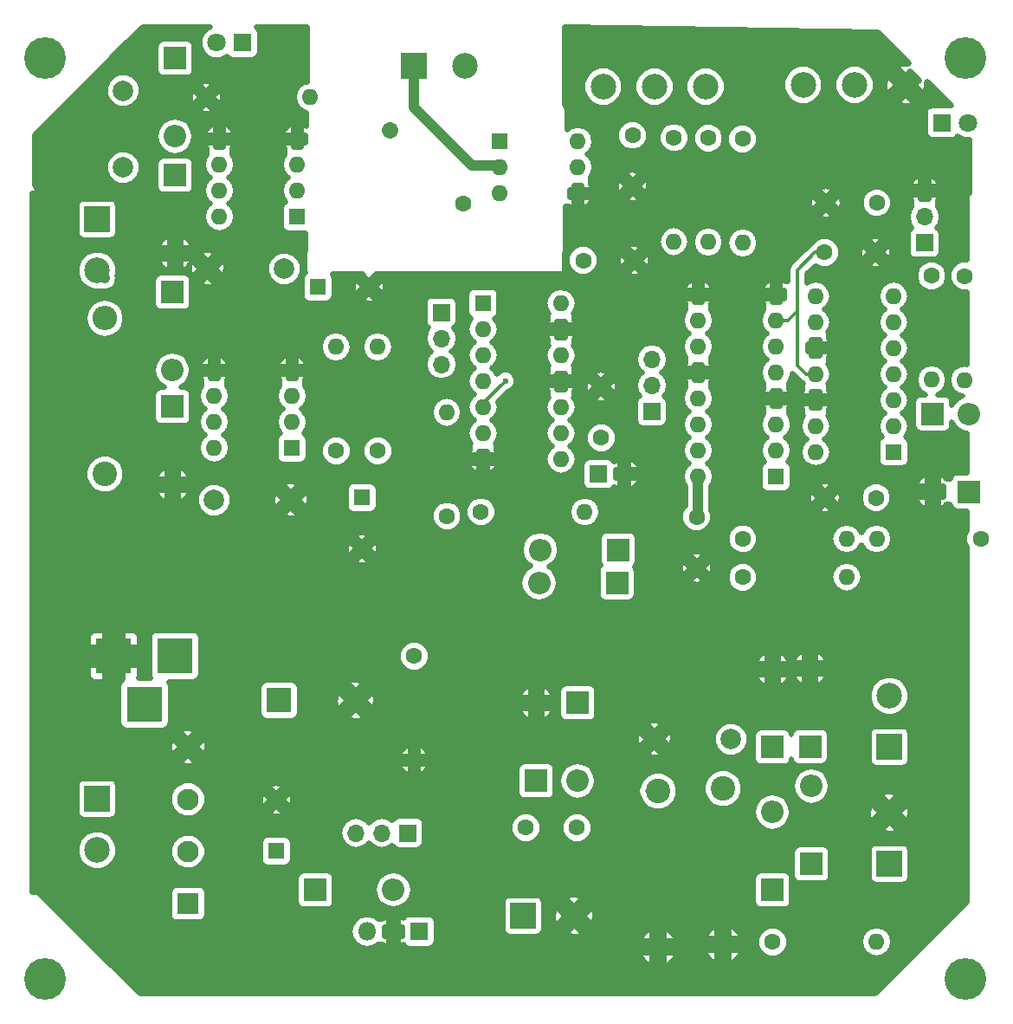
<source format=gbr>
G04 #@! TF.FileFunction,Copper,L1,Top,Signal*
%FSLAX46Y46*%
G04 Gerber Fmt 4.6, Leading zero omitted, Abs format (unit mm)*
G04 Created by KiCad (PCBNEW 4.0.7) date 11/09/20 07:12:09*
%MOMM*%
%LPD*%
G01*
G04 APERTURE LIST*
%ADD10C,0.100000*%
%ADD11R,1.600000X1.600000*%
%ADD12O,1.600000X1.600000*%
%ADD13C,1.600000*%
%ADD14R,2.500000X2.500000*%
%ADD15C,2.500000*%
%ADD16R,2.400000X2.400000*%
%ADD17C,2.400000*%
%ADD18R,2.200000X2.200000*%
%ADD19O,2.200000X2.200000*%
%ADD20R,2.100000X2.100000*%
%ADD21C,2.100000*%
%ADD22R,3.500000X3.500000*%
%ADD23R,1.700000X1.700000*%
%ADD24O,1.700000X1.700000*%
%ADD25R,1.800000X1.800000*%
%ADD26O,1.800000X1.800000*%
%ADD27C,2.000000*%
%ADD28C,1.800000*%
%ADD29C,1.600000*%
%ADD30C,4.064000*%
%ADD31O,2.400000X2.400000*%
%ADD32C,0.600000*%
%ADD33C,0.500000*%
%ADD34C,1.000000*%
%ADD35C,0.350000*%
G04 APERTURE END LIST*
D10*
D11*
X94488000Y-58166000D03*
D12*
X102108000Y-63246000D03*
X94488000Y-60706000D03*
X102108000Y-60706000D03*
X94488000Y-63246000D03*
X102108000Y-58166000D03*
D13*
X136710000Y-71300000D03*
D12*
X136710000Y-81460000D03*
D13*
X141500000Y-97000000D03*
D12*
X131340000Y-97000000D03*
D13*
X82550000Y-88392000D03*
D12*
X82550000Y-78232000D03*
D14*
X96774000Y-133858000D03*
D15*
X101774000Y-133858000D03*
D16*
X72898000Y-112776000D03*
D17*
X80398000Y-112776000D03*
D11*
X74676000Y-65532000D03*
D12*
X67056000Y-57912000D03*
X74676000Y-62992000D03*
X67056000Y-60452000D03*
X74676000Y-60452000D03*
X67056000Y-62992000D03*
X74676000Y-57912000D03*
X67056000Y-65532000D03*
D11*
X74168000Y-88138000D03*
D12*
X66548000Y-80518000D03*
X74168000Y-85598000D03*
X66548000Y-83058000D03*
X74168000Y-83058000D03*
X66548000Y-85598000D03*
X74168000Y-80518000D03*
X66548000Y-88138000D03*
D13*
X107460000Y-57560000D03*
X107460000Y-62560000D03*
X131290000Y-93000000D03*
X126290000Y-93000000D03*
D18*
X124840000Y-117290000D03*
D19*
X124840000Y-109670000D03*
D18*
X124968000Y-128778000D03*
D19*
X124968000Y-121158000D03*
D18*
X121158000Y-117348000D03*
D19*
X121158000Y-109728000D03*
D18*
X121158000Y-131318000D03*
D19*
X121158000Y-123698000D03*
D18*
X140370000Y-92420000D03*
D19*
X140370000Y-84800000D03*
D18*
X136830000Y-84780000D03*
D19*
X136830000Y-92400000D03*
D20*
X64008000Y-132648000D03*
D21*
X64008000Y-127548000D03*
X64008000Y-117348000D03*
X64008000Y-122448000D03*
D18*
X62484000Y-84074000D03*
D19*
X62484000Y-91694000D03*
D18*
X62484000Y-72898000D03*
D19*
X62484000Y-80518000D03*
D18*
X62738000Y-61468000D03*
D19*
X62738000Y-69088000D03*
D18*
X62738000Y-50038000D03*
D19*
X62738000Y-57658000D03*
D14*
X132588000Y-117348000D03*
D15*
X132588000Y-112348000D03*
D14*
X55118000Y-122428000D03*
D15*
X55118000Y-127428000D03*
D14*
X55118000Y-65786000D03*
D15*
X55118000Y-70786000D03*
D14*
X132588000Y-128778000D03*
D15*
X132588000Y-123778000D03*
X129167900Y-52641500D03*
X134167900Y-52641500D03*
X124167900Y-52641500D03*
X109609900Y-52806600D03*
X114609900Y-52806600D03*
X104609900Y-52806600D03*
D13*
X121158000Y-136398000D03*
D12*
X131318000Y-136398000D03*
D13*
X118250000Y-97000000D03*
D12*
X128410000Y-97000000D03*
D13*
X118250000Y-100750000D03*
D12*
X128410000Y-100750000D03*
D13*
X139950000Y-71330000D03*
D12*
X139950000Y-81490000D03*
D13*
X118220000Y-57910000D03*
D12*
X118220000Y-68070000D03*
D13*
X111520000Y-57800000D03*
D12*
X111520000Y-67960000D03*
D22*
X62738000Y-108458000D03*
X56738000Y-108458000D03*
X59738000Y-113158000D03*
D23*
X85500000Y-125750000D03*
D24*
X82960000Y-125750000D03*
X80420000Y-125750000D03*
D11*
X133000000Y-88500000D03*
D12*
X125380000Y-73260000D03*
X133000000Y-85960000D03*
X125380000Y-75800000D03*
X133000000Y-83420000D03*
X125380000Y-78340000D03*
X133000000Y-80880000D03*
X125380000Y-80880000D03*
X133000000Y-78340000D03*
X125380000Y-83420000D03*
X133000000Y-75800000D03*
X125380000Y-85960000D03*
X133000000Y-73260000D03*
X125380000Y-88500000D03*
D25*
X86614000Y-135382000D03*
D26*
X84074000Y-135382000D03*
X81534000Y-135382000D03*
D27*
X57658000Y-60706000D03*
X57658000Y-53206000D03*
D25*
X69342000Y-48514000D03*
D28*
X66802000Y-48514000D03*
D25*
X137744200Y-56324500D03*
D28*
X140284200Y-56324500D03*
D13*
X65786000Y-53848000D03*
D12*
X75946000Y-53848000D03*
D23*
X136020000Y-68080000D03*
D24*
X136020000Y-65540000D03*
X136020000Y-63000000D03*
D14*
X86106000Y-50800000D03*
D15*
X91106000Y-50800000D03*
D13*
X78486000Y-88392000D03*
D12*
X78486000Y-78232000D03*
D13*
X86106000Y-108458000D03*
D12*
X86106000Y-118618000D03*
D11*
X72644000Y-127508000D03*
D13*
X72644000Y-122508000D03*
D11*
X81026000Y-92964000D03*
D13*
X81026000Y-97964000D03*
D11*
X76708000Y-72390000D03*
D13*
X81708000Y-72390000D03*
X97028000Y-125222000D03*
X102028000Y-125222000D03*
D18*
X102108000Y-113030000D03*
D19*
X102108000Y-120650000D03*
D18*
X98044000Y-120650000D03*
D19*
X98044000Y-113030000D03*
D23*
X88770000Y-74870000D03*
D24*
X88770000Y-77410000D03*
X88770000Y-79950000D03*
D13*
X90932000Y-64262000D03*
D29*
X83747795Y-57077795D02*
X83747795Y-57077795D01*
D13*
X92620000Y-94370000D03*
D12*
X102780000Y-94370000D03*
D11*
X92850000Y-73990000D03*
D12*
X100470000Y-89230000D03*
X92850000Y-76530000D03*
X100470000Y-86690000D03*
X92850000Y-79070000D03*
X100470000Y-84150000D03*
X92850000Y-81610000D03*
X100470000Y-81610000D03*
X92850000Y-84150000D03*
X100470000Y-79070000D03*
X92850000Y-86690000D03*
X100470000Y-76530000D03*
X92850000Y-89230000D03*
X100470000Y-73990000D03*
D13*
X131370000Y-64160000D03*
X126370000Y-64160000D03*
X102640000Y-69800000D03*
X107640000Y-69800000D03*
D18*
X105950000Y-101310000D03*
D19*
X98330000Y-101310000D03*
D18*
X106060000Y-98070000D03*
D19*
X98440000Y-98070000D03*
D13*
X104394000Y-87122000D03*
X104394000Y-82122000D03*
D30*
X50000000Y-50000000D03*
X50000000Y-140000000D03*
X140000000Y-50000000D03*
X140000000Y-140000000D03*
D13*
X126230000Y-69010000D03*
X131230000Y-69010000D03*
D18*
X76454000Y-131318000D03*
D19*
X84074000Y-131318000D03*
D23*
X104140000Y-90678000D03*
D24*
X106680000Y-90678000D03*
D13*
X114870000Y-57840000D03*
D12*
X114870000Y-68000000D03*
D27*
X66548000Y-93218000D03*
X74048000Y-93218000D03*
X73406000Y-70612000D03*
X65906000Y-70612000D03*
D17*
X55880000Y-90678000D03*
D31*
X55880000Y-75438000D03*
D17*
X109982000Y-121666000D03*
D31*
X109982000Y-136906000D03*
D17*
X116332000Y-121412000D03*
D31*
X116332000Y-136652000D03*
D27*
X117094000Y-116586000D03*
X109594000Y-116586000D03*
D13*
X89310000Y-94790000D03*
D12*
X89310000Y-84630000D03*
D13*
X113740000Y-94860000D03*
X113740000Y-99860000D03*
D23*
X109360000Y-84550000D03*
D24*
X109360000Y-82010000D03*
X109360000Y-79470000D03*
D11*
X121500000Y-90910000D03*
D12*
X113880000Y-73130000D03*
X121500000Y-88370000D03*
X113880000Y-75670000D03*
X121500000Y-85830000D03*
X113880000Y-78210000D03*
X121500000Y-83290000D03*
X113880000Y-80750000D03*
X121500000Y-80750000D03*
X113880000Y-83290000D03*
X121500000Y-78210000D03*
X113880000Y-85830000D03*
X121500000Y-75670000D03*
X113880000Y-88370000D03*
X121500000Y-73130000D03*
X113880000Y-90910000D03*
D32*
X95020000Y-81580000D03*
D33*
X109880400Y-53449200D02*
X109466400Y-53035200D01*
X56738000Y-108458000D02*
X56738000Y-106838000D01*
X56388000Y-108808000D02*
X56738000Y-108458000D01*
X56738000Y-108458000D02*
X56738000Y-108108000D01*
D34*
X81708000Y-72390000D02*
X81534000Y-72390000D01*
D33*
X109594000Y-116586000D02*
X109594000Y-116466000D01*
X132508000Y-123698000D02*
X132588000Y-123778000D01*
X116840000Y-116840000D02*
X117094000Y-116586000D01*
X109982000Y-121666000D02*
X108966000Y-121666000D01*
D34*
X128498000Y-100838000D02*
X128410000Y-100750000D01*
D35*
X128498000Y-100838000D02*
X128410000Y-100750000D01*
X123580000Y-74680000D02*
X123580000Y-80050000D01*
X124410000Y-80880000D02*
X125380000Y-80880000D01*
X123580000Y-80050000D02*
X124410000Y-80880000D01*
X121500000Y-75670000D02*
X122620000Y-75670000D01*
X125310000Y-69010000D02*
X126230000Y-69010000D01*
X123580000Y-70740000D02*
X125310000Y-69010000D01*
X123580000Y-74710000D02*
X123580000Y-74680000D01*
X123580000Y-74680000D02*
X123580000Y-70740000D01*
X122620000Y-75670000D02*
X123580000Y-74710000D01*
D34*
X113880000Y-90910000D02*
X113880000Y-94720000D01*
X113880000Y-94720000D02*
X113740000Y-94860000D01*
D33*
X100470000Y-73990000D02*
X99962000Y-73990000D01*
D34*
X76708000Y-72390000D02*
X76708000Y-72136000D01*
D33*
X86614000Y-135382000D02*
X86614000Y-135636000D01*
X72898000Y-127508000D02*
X72644000Y-127508000D01*
X86614000Y-135382000D02*
X86614000Y-135128000D01*
D34*
X57658000Y-60706000D02*
X57658000Y-60452000D01*
X57658000Y-53594000D02*
X57658000Y-53206000D01*
X57538000Y-53206000D02*
X57658000Y-53206000D01*
X57538000Y-53086000D02*
X57658000Y-53206000D01*
D33*
X128638300Y-53171100D02*
X129167900Y-52641500D01*
X132508000Y-112268000D02*
X132588000Y-112348000D01*
X55238000Y-127548000D02*
X55118000Y-127428000D01*
X64008000Y-127548000D02*
X64008000Y-127508000D01*
X63948000Y-127488000D02*
X64008000Y-127548000D01*
D34*
X55880000Y-71548000D02*
X55118000Y-70786000D01*
X55118000Y-70866000D02*
X55118000Y-70786000D01*
D33*
X55138000Y-122448000D02*
X55118000Y-122428000D01*
X64008000Y-122448000D02*
X64008000Y-122428000D01*
X63968000Y-122488000D02*
X64008000Y-122448000D01*
D34*
X86106000Y-50800000D02*
X86106000Y-54856000D01*
X91750000Y-60500000D02*
X94282000Y-60500000D01*
X86106000Y-54856000D02*
X91750000Y-60500000D01*
X94282000Y-60500000D02*
X94488000Y-60706000D01*
D33*
X86360000Y-51054000D02*
X86106000Y-50800000D01*
X86106000Y-51816000D02*
X86106000Y-50800000D01*
X97790000Y-120904000D02*
X98044000Y-120650000D01*
X102362000Y-125556000D02*
X102028000Y-125222000D01*
X100470000Y-89230000D02*
X100724000Y-89230000D01*
X91106000Y-50800000D02*
X91440000Y-50800000D01*
X106568000Y-97562000D02*
X106060000Y-98070000D01*
X98330000Y-101310000D02*
X97822000Y-101310000D01*
X104140000Y-90678000D02*
X103632000Y-90678000D01*
D35*
X95020000Y-81580000D02*
X92850000Y-83750000D01*
X92850000Y-83750000D02*
X92850000Y-84150000D01*
D33*
X78486000Y-78232000D02*
X78486000Y-77724000D01*
X93104000Y-84404000D02*
X92850000Y-84150000D01*
X92596000Y-83896000D02*
X92850000Y-84150000D01*
X78994000Y-78232000D02*
X78486000Y-78232000D01*
G36*
X65868571Y-47114383D02*
X65404014Y-47578130D01*
X65152287Y-48184355D01*
X65151715Y-48840765D01*
X65402383Y-49447429D01*
X65866130Y-49911986D01*
X66472355Y-50163713D01*
X67128765Y-50164285D01*
X67735429Y-49913617D01*
X67818739Y-49830453D01*
X67893862Y-49947198D01*
X68144492Y-50118446D01*
X68442000Y-50178693D01*
X70242000Y-50178693D01*
X70519933Y-50126396D01*
X70775198Y-49962138D01*
X70946446Y-49711508D01*
X71006693Y-49414000D01*
X71006693Y-47614000D01*
X70954396Y-47336067D01*
X70790138Y-47080802D01*
X70651391Y-46986000D01*
X75693355Y-46986000D01*
X75636855Y-52353453D01*
X75322475Y-52415987D01*
X74819618Y-52751984D01*
X74483621Y-53254841D01*
X74365634Y-53848000D01*
X74483621Y-54441159D01*
X74819618Y-54944016D01*
X75322475Y-55280013D01*
X75605457Y-55336302D01*
X75591503Y-56661998D01*
X75554954Y-56661998D01*
X75306635Y-56487306D01*
X75076000Y-56595693D01*
X75076000Y-57512000D01*
X75476000Y-57512000D01*
X75476000Y-58312000D01*
X75076000Y-58312000D01*
X75076000Y-58712000D01*
X74276000Y-58712000D01*
X74276000Y-58312000D01*
X73367263Y-58312000D01*
X73251335Y-58542631D01*
X73425998Y-58804061D01*
X73425998Y-59470000D01*
X73473435Y-59470000D01*
X73213621Y-59858841D01*
X73095634Y-60452000D01*
X73213621Y-61045159D01*
X73549618Y-61548016D01*
X73810004Y-61722000D01*
X73549618Y-61895984D01*
X73213621Y-62398841D01*
X73095634Y-62992000D01*
X73213621Y-63585159D01*
X73532219Y-64061976D01*
X73342802Y-64183862D01*
X73171554Y-64434492D01*
X73111307Y-64732000D01*
X73111307Y-66332000D01*
X73163604Y-66609933D01*
X73327862Y-66865198D01*
X73578492Y-67036446D01*
X73876000Y-67096693D01*
X75476000Y-67096693D01*
X75481675Y-67095625D01*
X75442014Y-70863369D01*
X75460685Y-70960835D01*
X75472720Y-70978853D01*
X75374802Y-71041862D01*
X75203554Y-71292492D01*
X75143307Y-71590000D01*
X75143307Y-73190000D01*
X75195604Y-73467933D01*
X75359862Y-73723198D01*
X75610492Y-73894446D01*
X75908000Y-73954693D01*
X77508000Y-73954693D01*
X77785933Y-73902396D01*
X78041198Y-73738138D01*
X78121368Y-73620805D01*
X81042881Y-73620805D01*
X81127983Y-73868846D01*
X81738064Y-73978239D01*
X82288017Y-73868846D01*
X82373119Y-73620805D01*
X81708000Y-72955685D01*
X81042881Y-73620805D01*
X78121368Y-73620805D01*
X78212446Y-73487508D01*
X78272693Y-73190000D01*
X78272693Y-72420064D01*
X80119761Y-72420064D01*
X80229154Y-72970017D01*
X80477195Y-73055119D01*
X81142315Y-72390000D01*
X82273685Y-72390000D01*
X82938805Y-73055119D01*
X83186846Y-72970017D01*
X83296239Y-72359936D01*
X83186846Y-71809983D01*
X82938805Y-71724881D01*
X82273685Y-72390000D01*
X81142315Y-72390000D01*
X80477195Y-71724881D01*
X80229154Y-71809983D01*
X80119761Y-72420064D01*
X78272693Y-72420064D01*
X78272693Y-71590000D01*
X78220396Y-71312067D01*
X78094231Y-71116000D01*
X81057701Y-71116000D01*
X81042881Y-71159195D01*
X81708000Y-71824315D01*
X82373119Y-71159195D01*
X82358299Y-71116000D01*
X100584000Y-71116000D01*
X100681264Y-71096304D01*
X100763202Y-71040318D01*
X100816903Y-70956864D01*
X100833967Y-70870032D01*
X100846274Y-70106961D01*
X101089732Y-70106961D01*
X101325208Y-70676857D01*
X101760849Y-71113260D01*
X102330333Y-71349730D01*
X102946961Y-71350268D01*
X103516857Y-71114792D01*
X103600990Y-71030805D01*
X106974881Y-71030805D01*
X107059983Y-71278846D01*
X107670064Y-71388239D01*
X108220017Y-71278846D01*
X108305119Y-71030805D01*
X107640000Y-70365685D01*
X106974881Y-71030805D01*
X103600990Y-71030805D01*
X103953260Y-70679151D01*
X104189730Y-70109667D01*
X104189973Y-69830064D01*
X106051761Y-69830064D01*
X106161154Y-70380017D01*
X106409195Y-70465119D01*
X107074315Y-69800000D01*
X108205685Y-69800000D01*
X108870805Y-70465119D01*
X109118846Y-70380017D01*
X109228239Y-69769936D01*
X109118846Y-69219983D01*
X108870805Y-69134881D01*
X108205685Y-69800000D01*
X107074315Y-69800000D01*
X106409195Y-69134881D01*
X106161154Y-69219983D01*
X106051761Y-69830064D01*
X104189973Y-69830064D01*
X104190268Y-69493039D01*
X103954792Y-68923143D01*
X103601463Y-68569195D01*
X106974881Y-68569195D01*
X107640000Y-69234315D01*
X108305119Y-68569195D01*
X108220017Y-68321154D01*
X107609936Y-68211761D01*
X107059983Y-68321154D01*
X106974881Y-68569195D01*
X103601463Y-68569195D01*
X103519151Y-68486740D01*
X102949667Y-68250270D01*
X102333039Y-68249732D01*
X101763143Y-68485208D01*
X101326740Y-68920849D01*
X101090270Y-69490333D01*
X101089732Y-70106961D01*
X100846274Y-70106961D01*
X100881392Y-67929634D01*
X109970000Y-67929634D01*
X109970000Y-67990366D01*
X110087987Y-68583525D01*
X110423984Y-69086382D01*
X110926841Y-69422379D01*
X111520000Y-69540366D01*
X112113159Y-69422379D01*
X112616016Y-69086382D01*
X112952013Y-68583525D01*
X113070000Y-67990366D01*
X113070000Y-67969634D01*
X113320000Y-67969634D01*
X113320000Y-68030366D01*
X113437987Y-68623525D01*
X113773984Y-69126382D01*
X114276841Y-69462379D01*
X114870000Y-69580366D01*
X115463159Y-69462379D01*
X115966016Y-69126382D01*
X116302013Y-68623525D01*
X116418156Y-68039634D01*
X116670000Y-68039634D01*
X116670000Y-68100366D01*
X116787987Y-68693525D01*
X117123984Y-69196382D01*
X117626841Y-69532379D01*
X118220000Y-69650366D01*
X118813159Y-69532379D01*
X119316016Y-69196382D01*
X119652013Y-68693525D01*
X119770000Y-68100366D01*
X119770000Y-68039634D01*
X119652013Y-67446475D01*
X119316016Y-66943618D01*
X118813159Y-66607621D01*
X118220000Y-66489634D01*
X117626841Y-66607621D01*
X117123984Y-66943618D01*
X116787987Y-67446475D01*
X116670000Y-68039634D01*
X116418156Y-68039634D01*
X116420000Y-68030366D01*
X116420000Y-67969634D01*
X116302013Y-67376475D01*
X115966016Y-66873618D01*
X115463159Y-66537621D01*
X114870000Y-66419634D01*
X114276841Y-66537621D01*
X113773984Y-66873618D01*
X113437987Y-67376475D01*
X113320000Y-67969634D01*
X113070000Y-67969634D01*
X113070000Y-67929634D01*
X112952013Y-67336475D01*
X112616016Y-66833618D01*
X112113159Y-66497621D01*
X111520000Y-66379634D01*
X110926841Y-66497621D01*
X110423984Y-66833618D01*
X110087987Y-67336475D01*
X109970000Y-67929634D01*
X100881392Y-67929634D01*
X100922341Y-65390805D01*
X125704881Y-65390805D01*
X125789983Y-65638846D01*
X126400064Y-65748239D01*
X126950017Y-65638846D01*
X127035119Y-65390805D01*
X126370000Y-64725685D01*
X125704881Y-65390805D01*
X100922341Y-65390805D01*
X100936774Y-64496002D01*
X101229046Y-64496002D01*
X101477365Y-64670694D01*
X101708000Y-64562307D01*
X101708000Y-63646000D01*
X102508000Y-63646000D01*
X102508000Y-64562307D01*
X102738635Y-64670694D01*
X103235838Y-64320912D01*
X103323258Y-64190064D01*
X124781761Y-64190064D01*
X124891154Y-64740017D01*
X125139195Y-64825119D01*
X125804315Y-64160000D01*
X126935685Y-64160000D01*
X127600805Y-64825119D01*
X127848846Y-64740017D01*
X127897807Y-64466961D01*
X129819732Y-64466961D01*
X130055208Y-65036857D01*
X130490849Y-65473260D01*
X131060333Y-65709730D01*
X131676961Y-65710268D01*
X132089041Y-65540000D01*
X134388654Y-65540000D01*
X134510447Y-66152293D01*
X134795891Y-66579491D01*
X134636802Y-66681862D01*
X134465554Y-66932492D01*
X134405307Y-67230000D01*
X134405307Y-68930000D01*
X134457604Y-69207933D01*
X134621862Y-69463198D01*
X134872492Y-69634446D01*
X135170000Y-69694693D01*
X136870000Y-69694693D01*
X137147933Y-69642396D01*
X137403198Y-69478138D01*
X137574446Y-69227508D01*
X137634693Y-68930000D01*
X137634693Y-67230000D01*
X137582396Y-66952067D01*
X137418138Y-66696802D01*
X137244842Y-66578394D01*
X137529553Y-66152293D01*
X137651346Y-65540000D01*
X137529553Y-64927707D01*
X137270002Y-64539261D01*
X137270002Y-63984534D01*
X137485241Y-63662369D01*
X137373336Y-63425000D01*
X136445000Y-63425000D01*
X136445000Y-63850000D01*
X135595000Y-63850000D01*
X135595000Y-63425000D01*
X134666664Y-63425000D01*
X134554759Y-63662369D01*
X134769998Y-63984534D01*
X134769998Y-64539261D01*
X134510447Y-64927707D01*
X134388654Y-65540000D01*
X132089041Y-65540000D01*
X132246857Y-65474792D01*
X132683260Y-65039151D01*
X132919730Y-64469667D01*
X132920268Y-63853039D01*
X132684792Y-63283143D01*
X132249151Y-62846740D01*
X131679667Y-62610270D01*
X131063039Y-62609732D01*
X130493143Y-62845208D01*
X130056740Y-63280849D01*
X129820270Y-63850333D01*
X129819732Y-64466961D01*
X127897807Y-64466961D01*
X127958239Y-64129936D01*
X127848846Y-63579983D01*
X127600805Y-63494881D01*
X126935685Y-64160000D01*
X125804315Y-64160000D01*
X125139195Y-63494881D01*
X124891154Y-63579983D01*
X124781761Y-64190064D01*
X103323258Y-64190064D01*
X103532665Y-63876631D01*
X103489525Y-63790805D01*
X106794881Y-63790805D01*
X106879983Y-64038846D01*
X107490064Y-64148239D01*
X108040017Y-64038846D01*
X108125119Y-63790805D01*
X107460000Y-63125685D01*
X106794881Y-63790805D01*
X103489525Y-63790805D01*
X103416737Y-63646000D01*
X102508000Y-63646000D01*
X101708000Y-63646000D01*
X101308000Y-63646000D01*
X101308000Y-62846000D01*
X101708000Y-62846000D01*
X101708000Y-62446000D01*
X102508000Y-62446000D01*
X102508000Y-62846000D01*
X103416737Y-62846000D01*
X103532665Y-62615369D01*
X103515759Y-62590064D01*
X105871761Y-62590064D01*
X105981154Y-63140017D01*
X106229195Y-63225119D01*
X106894315Y-62560000D01*
X108025685Y-62560000D01*
X108690805Y-63225119D01*
X108938846Y-63140017D01*
X108976648Y-62929195D01*
X125704881Y-62929195D01*
X126370000Y-63594315D01*
X127035119Y-62929195D01*
X126950017Y-62681154D01*
X126339936Y-62571761D01*
X125789983Y-62681154D01*
X125704881Y-62929195D01*
X108976648Y-62929195D01*
X109048239Y-62529936D01*
X109009987Y-62337631D01*
X134554759Y-62337631D01*
X134666664Y-62575000D01*
X135595000Y-62575000D01*
X135595000Y-61638650D01*
X136445000Y-61638650D01*
X136445000Y-62575000D01*
X137373336Y-62575000D01*
X137485241Y-62337631D01*
X137192689Y-61899745D01*
X136682374Y-61534728D01*
X136445000Y-61638650D01*
X135595000Y-61638650D01*
X135357626Y-61534728D01*
X134847311Y-61899745D01*
X134554759Y-62337631D01*
X109009987Y-62337631D01*
X108938846Y-61979983D01*
X108690805Y-61894881D01*
X108025685Y-62560000D01*
X106894315Y-62560000D01*
X106229195Y-61894881D01*
X105981154Y-61979983D01*
X105871761Y-62590064D01*
X103515759Y-62590064D01*
X103358002Y-62353939D01*
X103358002Y-61688000D01*
X103310565Y-61688000D01*
X103550309Y-61329195D01*
X106794881Y-61329195D01*
X107460000Y-61994315D01*
X108125119Y-61329195D01*
X108040017Y-61081154D01*
X107429936Y-60971761D01*
X106879983Y-61081154D01*
X106794881Y-61329195D01*
X103550309Y-61329195D01*
X103570379Y-61299159D01*
X103688366Y-60706000D01*
X103570379Y-60112841D01*
X103234382Y-59609984D01*
X102973996Y-59436000D01*
X103234382Y-59262016D01*
X103570379Y-58759159D01*
X103688366Y-58166000D01*
X103628884Y-57866961D01*
X105909732Y-57866961D01*
X106145208Y-58436857D01*
X106580849Y-58873260D01*
X107150333Y-59109730D01*
X107766961Y-59110268D01*
X108336857Y-58874792D01*
X108773260Y-58439151D01*
X108911197Y-58106961D01*
X109969732Y-58106961D01*
X110205208Y-58676857D01*
X110640849Y-59113260D01*
X111210333Y-59349730D01*
X111826961Y-59350268D01*
X112396857Y-59114792D01*
X112833260Y-58679151D01*
X113054244Y-58146961D01*
X113319732Y-58146961D01*
X113555208Y-58716857D01*
X113990849Y-59153260D01*
X114560333Y-59389730D01*
X115176961Y-59390268D01*
X115746857Y-59154792D01*
X116183260Y-58719151D01*
X116391787Y-58216961D01*
X116669732Y-58216961D01*
X116905208Y-58786857D01*
X117340849Y-59223260D01*
X117910333Y-59459730D01*
X118526961Y-59460268D01*
X119096857Y-59224792D01*
X119533260Y-58789151D01*
X119769730Y-58219667D01*
X119770268Y-57603039D01*
X119534792Y-57033143D01*
X119099151Y-56596740D01*
X118529667Y-56360270D01*
X117913039Y-56359732D01*
X117343143Y-56595208D01*
X116906740Y-57030849D01*
X116670270Y-57600333D01*
X116669732Y-58216961D01*
X116391787Y-58216961D01*
X116419730Y-58149667D01*
X116420268Y-57533039D01*
X116184792Y-56963143D01*
X115749151Y-56526740D01*
X115179667Y-56290270D01*
X114563039Y-56289732D01*
X113993143Y-56525208D01*
X113556740Y-56960849D01*
X113320270Y-57530333D01*
X113319732Y-58146961D01*
X113054244Y-58146961D01*
X113069730Y-58109667D01*
X113070268Y-57493039D01*
X112834792Y-56923143D01*
X112399151Y-56486740D01*
X111829667Y-56250270D01*
X111213039Y-56249732D01*
X110643143Y-56485208D01*
X110206740Y-56920849D01*
X109970270Y-57490333D01*
X109969732Y-58106961D01*
X108911197Y-58106961D01*
X109009730Y-57869667D01*
X109010268Y-57253039D01*
X108774792Y-56683143D01*
X108339151Y-56246740D01*
X107769667Y-56010270D01*
X107153039Y-56009732D01*
X106583143Y-56245208D01*
X106146740Y-56680849D01*
X105910270Y-57250333D01*
X105909732Y-57866961D01*
X103628884Y-57866961D01*
X103570379Y-57572841D01*
X103234382Y-57069984D01*
X102731525Y-56733987D01*
X102138366Y-56616000D01*
X102077634Y-56616000D01*
X101484475Y-56733987D01*
X101057365Y-57019372D01*
X101087967Y-55122032D01*
X101061607Y-55006197D01*
X100834000Y-54550983D01*
X100834000Y-53202679D01*
X102609554Y-53202679D01*
X102913394Y-53938029D01*
X103475512Y-54501129D01*
X104210330Y-54806252D01*
X105005979Y-54806946D01*
X105741329Y-54503106D01*
X106304429Y-53940988D01*
X106609552Y-53206170D01*
X106609555Y-53202679D01*
X107609554Y-53202679D01*
X107913394Y-53938029D01*
X108475512Y-54501129D01*
X109210330Y-54806252D01*
X110005979Y-54806946D01*
X110741329Y-54503106D01*
X111304429Y-53940988D01*
X111609552Y-53206170D01*
X111609555Y-53202679D01*
X112609554Y-53202679D01*
X112913394Y-53938029D01*
X113475512Y-54501129D01*
X114210330Y-54806252D01*
X115005979Y-54806946D01*
X115741329Y-54503106D01*
X116304429Y-53940988D01*
X116609552Y-53206170D01*
X116609699Y-53037579D01*
X122167554Y-53037579D01*
X122471394Y-53772929D01*
X123033512Y-54336029D01*
X123768330Y-54641152D01*
X124563979Y-54641846D01*
X125299329Y-54338006D01*
X125862429Y-53775888D01*
X126167552Y-53041070D01*
X126167555Y-53037579D01*
X127167554Y-53037579D01*
X127471394Y-53772929D01*
X128033512Y-54336029D01*
X128768330Y-54641152D01*
X129563979Y-54641846D01*
X130299329Y-54338006D01*
X130316802Y-54320563D01*
X133372720Y-54320563D01*
X133527584Y-54586132D01*
X134320504Y-54683144D01*
X134808216Y-54586132D01*
X134963080Y-54320563D01*
X134167900Y-53525383D01*
X133372720Y-54320563D01*
X130316802Y-54320563D01*
X130862429Y-53775888D01*
X131167552Y-53041070D01*
X131167767Y-52794104D01*
X132126256Y-52794104D01*
X132223268Y-53281816D01*
X132488837Y-53436680D01*
X133284017Y-52641500D01*
X132488837Y-51846320D01*
X132223268Y-52001184D01*
X132126256Y-52794104D01*
X131167767Y-52794104D01*
X131168246Y-52245421D01*
X130864406Y-51510071D01*
X130302288Y-50946971D01*
X129567470Y-50641848D01*
X128771821Y-50641154D01*
X128036471Y-50944994D01*
X127473371Y-51507112D01*
X127168248Y-52241930D01*
X127167554Y-53037579D01*
X126167555Y-53037579D01*
X126168246Y-52245421D01*
X125864406Y-51510071D01*
X125302288Y-50946971D01*
X124567470Y-50641848D01*
X123771821Y-50641154D01*
X123036471Y-50944994D01*
X122473371Y-51507112D01*
X122168248Y-52241930D01*
X122167554Y-53037579D01*
X116609699Y-53037579D01*
X116610246Y-52410521D01*
X116306406Y-51675171D01*
X115744288Y-51112071D01*
X115009470Y-50806948D01*
X114213821Y-50806254D01*
X113478471Y-51110094D01*
X112915371Y-51672212D01*
X112610248Y-52407030D01*
X112609554Y-53202679D01*
X111609555Y-53202679D01*
X111610246Y-52410521D01*
X111306406Y-51675171D01*
X110744288Y-51112071D01*
X110009470Y-50806948D01*
X109213821Y-50806254D01*
X108478471Y-51110094D01*
X107915371Y-51672212D01*
X107610248Y-52407030D01*
X107609554Y-53202679D01*
X106609555Y-53202679D01*
X106610246Y-52410521D01*
X106306406Y-51675171D01*
X105744288Y-51112071D01*
X105009470Y-50806948D01*
X104213821Y-50806254D01*
X103478471Y-51110094D01*
X102915371Y-51672212D01*
X102610248Y-52407030D01*
X102609554Y-53202679D01*
X100834000Y-53202679D01*
X100834000Y-46990132D01*
X131466754Y-47492308D01*
X134508038Y-50533592D01*
X134395284Y-50646346D01*
X134015296Y-50599856D01*
X133527584Y-50696868D01*
X133372720Y-50962437D01*
X134167900Y-51757617D01*
X134609842Y-51315675D01*
X135493725Y-52199558D01*
X135051783Y-52641500D01*
X135846963Y-53436680D01*
X136112532Y-53281816D01*
X136209544Y-52488896D01*
X136189424Y-52387746D01*
X136275808Y-52301362D01*
X138634253Y-54659807D01*
X136844200Y-54659807D01*
X136566267Y-54712104D01*
X136311002Y-54876362D01*
X136139754Y-55126992D01*
X136079507Y-55424500D01*
X136079507Y-57224500D01*
X136131804Y-57502433D01*
X136296062Y-57757698D01*
X136546692Y-57928946D01*
X136844200Y-57989193D01*
X138644200Y-57989193D01*
X138922133Y-57936896D01*
X139177398Y-57772638D01*
X139267198Y-57641212D01*
X139348330Y-57722486D01*
X139954555Y-57974213D01*
X140466000Y-57974659D01*
X140466000Y-63250000D01*
X140462000Y-63250000D01*
X140364736Y-63269696D01*
X140282798Y-63325682D01*
X140229097Y-63409136D01*
X140212000Y-63500000D01*
X140212000Y-69780228D01*
X139643039Y-69779732D01*
X139073143Y-70015208D01*
X138636740Y-70450849D01*
X138400270Y-71020333D01*
X138399732Y-71636961D01*
X138635208Y-72206857D01*
X139070849Y-72643260D01*
X139640333Y-72879730D01*
X140212000Y-72880229D01*
X140212000Y-79961749D01*
X139950000Y-79909634D01*
X139356841Y-80027621D01*
X138853984Y-80363618D01*
X138517987Y-80866475D01*
X138400000Y-81459634D01*
X138400000Y-81520366D01*
X138517987Y-82113525D01*
X138853984Y-82616382D01*
X139356841Y-82952379D01*
X139766335Y-83033833D01*
X139662036Y-83054579D01*
X139061852Y-83455608D01*
X138694693Y-84005102D01*
X138694693Y-83680000D01*
X138642396Y-83402067D01*
X138478138Y-83146802D01*
X138227508Y-82975554D01*
X137930000Y-82915307D01*
X137313743Y-82915307D01*
X137806016Y-82586382D01*
X138142013Y-82083525D01*
X138260000Y-81490366D01*
X138260000Y-81429634D01*
X138142013Y-80836475D01*
X137806016Y-80333618D01*
X137303159Y-79997621D01*
X136710000Y-79879634D01*
X136116841Y-79997621D01*
X135613984Y-80333618D01*
X135277987Y-80836475D01*
X135160000Y-81429634D01*
X135160000Y-81490366D01*
X135277987Y-82083525D01*
X135613984Y-82586382D01*
X136106257Y-82915307D01*
X135730000Y-82915307D01*
X135452067Y-82967604D01*
X135196802Y-83131862D01*
X135025554Y-83382492D01*
X134965307Y-83680000D01*
X134965307Y-85880000D01*
X135017604Y-86157933D01*
X135181862Y-86413198D01*
X135432492Y-86584446D01*
X135730000Y-86644693D01*
X137930000Y-86644693D01*
X138207933Y-86592396D01*
X138463198Y-86428138D01*
X138634446Y-86177508D01*
X138694693Y-85880000D01*
X138694693Y-85594898D01*
X139061852Y-86144392D01*
X139662036Y-86545421D01*
X140212000Y-86654816D01*
X140212000Y-90555307D01*
X139270000Y-90555307D01*
X138992067Y-90607604D01*
X138736802Y-90771862D01*
X138565554Y-91022492D01*
X138539733Y-91149998D01*
X138167963Y-91149998D01*
X138055861Y-91003736D01*
X137650857Y-90733160D01*
X137380000Y-90824756D01*
X137380000Y-91850000D01*
X137930000Y-91850000D01*
X137930000Y-92950000D01*
X137380000Y-92950000D01*
X137380000Y-93975244D01*
X137650857Y-94066840D01*
X138055861Y-93796264D01*
X138167963Y-93650002D01*
X138529769Y-93650002D01*
X138557604Y-93797933D01*
X138721862Y-94053198D01*
X138972492Y-94224446D01*
X139270000Y-94284693D01*
X140212000Y-94284693D01*
X140212000Y-96095633D01*
X140186740Y-96120849D01*
X139950270Y-96690333D01*
X139949732Y-97306961D01*
X140185208Y-97876857D01*
X140212000Y-97903696D01*
X140212000Y-132484446D01*
X131214446Y-141482000D01*
X59285554Y-141482000D01*
X55593736Y-137790182D01*
X108234968Y-137790182D01*
X108706315Y-138391438D01*
X109097824Y-138652997D01*
X109382000Y-138569608D01*
X109382000Y-137506000D01*
X110582000Y-137506000D01*
X110582000Y-138569608D01*
X110866176Y-138652997D01*
X111257685Y-138391438D01*
X111729032Y-137790182D01*
X111664061Y-137536182D01*
X114584968Y-137536182D01*
X115056315Y-138137438D01*
X115447824Y-138398997D01*
X115732000Y-138315608D01*
X115732000Y-137252000D01*
X116932000Y-137252000D01*
X116932000Y-138315608D01*
X117216176Y-138398997D01*
X117607685Y-138137438D01*
X118079032Y-137536182D01*
X118006340Y-137252000D01*
X116932000Y-137252000D01*
X115732000Y-137252000D01*
X114657660Y-137252000D01*
X114584968Y-137536182D01*
X111664061Y-137536182D01*
X111656340Y-137506000D01*
X110582000Y-137506000D01*
X109382000Y-137506000D01*
X108307660Y-137506000D01*
X108234968Y-137790182D01*
X55593736Y-137790182D01*
X53185554Y-135382000D01*
X79851675Y-135382000D01*
X79977274Y-136013428D01*
X80334949Y-136548726D01*
X80870247Y-136906401D01*
X81501675Y-137032000D01*
X81566325Y-137032000D01*
X82197753Y-136906401D01*
X82608420Y-136632002D01*
X83027864Y-136632002D01*
X83379903Y-136887754D01*
X83624000Y-136788296D01*
X83624000Y-135832000D01*
X83174000Y-135832000D01*
X83174000Y-135594781D01*
X83216325Y-135382000D01*
X83174000Y-135169219D01*
X83174000Y-134932000D01*
X83624000Y-134932000D01*
X83624000Y-133975704D01*
X84524000Y-133975704D01*
X84524000Y-134932000D01*
X84949307Y-134932000D01*
X84949307Y-135832000D01*
X84524000Y-135832000D01*
X84524000Y-136788296D01*
X84768097Y-136887754D01*
X85070965Y-136667724D01*
X85165862Y-136815198D01*
X85416492Y-136986446D01*
X85714000Y-137046693D01*
X87514000Y-137046693D01*
X87791933Y-136994396D01*
X88047198Y-136830138D01*
X88132727Y-136704961D01*
X119607732Y-136704961D01*
X119843208Y-137274857D01*
X120278849Y-137711260D01*
X120848333Y-137947730D01*
X121464961Y-137948268D01*
X122034857Y-137712792D01*
X122471260Y-137277151D01*
X122707730Y-136707667D01*
X122708000Y-136398000D01*
X129737634Y-136398000D01*
X129855621Y-136991159D01*
X130191618Y-137494016D01*
X130694475Y-137830013D01*
X131287634Y-137948000D01*
X131348366Y-137948000D01*
X131941525Y-137830013D01*
X132444382Y-137494016D01*
X132780379Y-136991159D01*
X132898366Y-136398000D01*
X132780379Y-135804841D01*
X132444382Y-135301984D01*
X131941525Y-134965987D01*
X131348366Y-134848000D01*
X131287634Y-134848000D01*
X130694475Y-134965987D01*
X130191618Y-135301984D01*
X129855621Y-135804841D01*
X129737634Y-136398000D01*
X122708000Y-136398000D01*
X122708268Y-136091039D01*
X122472792Y-135521143D01*
X122037151Y-135084740D01*
X121467667Y-134848270D01*
X120851039Y-134847732D01*
X120281143Y-135083208D01*
X119844740Y-135518849D01*
X119608270Y-136088333D01*
X119607732Y-136704961D01*
X88132727Y-136704961D01*
X88218446Y-136579508D01*
X88278693Y-136282000D01*
X88278693Y-136021818D01*
X108234968Y-136021818D01*
X108307660Y-136306000D01*
X109382000Y-136306000D01*
X109382000Y-135242392D01*
X110582000Y-135242392D01*
X110582000Y-136306000D01*
X111656340Y-136306000D01*
X111729032Y-136021818D01*
X111529912Y-135767818D01*
X114584968Y-135767818D01*
X114657660Y-136052000D01*
X115732000Y-136052000D01*
X115732000Y-134988392D01*
X116932000Y-134988392D01*
X116932000Y-136052000D01*
X118006340Y-136052000D01*
X118079032Y-135767818D01*
X117607685Y-135166562D01*
X117216176Y-134905003D01*
X116932000Y-134988392D01*
X115732000Y-134988392D01*
X115447824Y-134905003D01*
X115056315Y-135166562D01*
X114584968Y-135767818D01*
X111529912Y-135767818D01*
X111257685Y-135420562D01*
X110866176Y-135159003D01*
X110582000Y-135242392D01*
X109382000Y-135242392D01*
X109097824Y-135159003D01*
X108706315Y-135420562D01*
X108234968Y-136021818D01*
X88278693Y-136021818D01*
X88278693Y-134482000D01*
X88226396Y-134204067D01*
X88062138Y-133948802D01*
X87811508Y-133777554D01*
X87514000Y-133717307D01*
X85714000Y-133717307D01*
X85436067Y-133769604D01*
X85180802Y-133933862D01*
X85070206Y-134095725D01*
X84768097Y-133876246D01*
X84524000Y-133975704D01*
X83624000Y-133975704D01*
X83379903Y-133876246D01*
X83027864Y-134131998D01*
X82608420Y-134131998D01*
X82197753Y-133857599D01*
X81566325Y-133732000D01*
X81501675Y-133732000D01*
X80870247Y-133857599D01*
X80334949Y-134215274D01*
X79977274Y-134750572D01*
X79851675Y-135382000D01*
X53185554Y-135382000D01*
X49452777Y-131649223D01*
X49375540Y-131598000D01*
X62193307Y-131598000D01*
X62193307Y-133698000D01*
X62245604Y-133975933D01*
X62409862Y-134231198D01*
X62660492Y-134402446D01*
X62958000Y-134462693D01*
X65058000Y-134462693D01*
X65335933Y-134410396D01*
X65591198Y-134246138D01*
X65762446Y-133995508D01*
X65822693Y-133698000D01*
X65822693Y-131598000D01*
X65770396Y-131320067D01*
X65606138Y-131064802D01*
X65355508Y-130893554D01*
X65058000Y-130833307D01*
X62958000Y-130833307D01*
X62680067Y-130885604D01*
X62424802Y-131049862D01*
X62253554Y-131300492D01*
X62193307Y-131598000D01*
X49375540Y-131598000D01*
X49370073Y-131594375D01*
X49276000Y-131576000D01*
X48764000Y-131576000D01*
X48764000Y-130218000D01*
X74589307Y-130218000D01*
X74589307Y-132418000D01*
X74641604Y-132695933D01*
X74805862Y-132951198D01*
X75056492Y-133122446D01*
X75354000Y-133182693D01*
X77554000Y-133182693D01*
X77831933Y-133130396D01*
X78087198Y-132966138D01*
X78258446Y-132715508D01*
X78318693Y-132418000D01*
X78318693Y-131318000D01*
X82187756Y-131318000D01*
X82328579Y-132025964D01*
X82729608Y-132626148D01*
X83329792Y-133027177D01*
X84037756Y-133168000D01*
X84110244Y-133168000D01*
X84818208Y-133027177D01*
X85418392Y-132626148D01*
X85430518Y-132608000D01*
X94759307Y-132608000D01*
X94759307Y-135108000D01*
X94811604Y-135385933D01*
X94975862Y-135641198D01*
X95226492Y-135812446D01*
X95524000Y-135872693D01*
X98024000Y-135872693D01*
X98301933Y-135820396D01*
X98557198Y-135656138D01*
X98638558Y-135537063D01*
X100978820Y-135537063D01*
X101133684Y-135802632D01*
X101926604Y-135899644D01*
X102414316Y-135802632D01*
X102569180Y-135537063D01*
X101774000Y-134741883D01*
X100978820Y-135537063D01*
X98638558Y-135537063D01*
X98728446Y-135405508D01*
X98788693Y-135108000D01*
X98788693Y-134010604D01*
X99732356Y-134010604D01*
X99829368Y-134498316D01*
X100094937Y-134653180D01*
X100890117Y-133858000D01*
X102657883Y-133858000D01*
X103453063Y-134653180D01*
X103718632Y-134498316D01*
X103815644Y-133705396D01*
X103718632Y-133217684D01*
X103453063Y-133062820D01*
X102657883Y-133858000D01*
X100890117Y-133858000D01*
X100094937Y-133062820D01*
X99829368Y-133217684D01*
X99732356Y-134010604D01*
X98788693Y-134010604D01*
X98788693Y-132608000D01*
X98736396Y-132330067D01*
X98639147Y-132178937D01*
X100978820Y-132178937D01*
X101774000Y-132974117D01*
X102569180Y-132178937D01*
X102414316Y-131913368D01*
X101621396Y-131816356D01*
X101133684Y-131913368D01*
X100978820Y-132178937D01*
X98639147Y-132178937D01*
X98572138Y-132074802D01*
X98321508Y-131903554D01*
X98024000Y-131843307D01*
X95524000Y-131843307D01*
X95246067Y-131895604D01*
X94990802Y-132059862D01*
X94819554Y-132310492D01*
X94759307Y-132608000D01*
X85430518Y-132608000D01*
X85819421Y-132025964D01*
X85960244Y-131318000D01*
X85819421Y-130610036D01*
X85557472Y-130218000D01*
X119293307Y-130218000D01*
X119293307Y-132418000D01*
X119345604Y-132695933D01*
X119509862Y-132951198D01*
X119760492Y-133122446D01*
X120058000Y-133182693D01*
X122258000Y-133182693D01*
X122535933Y-133130396D01*
X122791198Y-132966138D01*
X122962446Y-132715508D01*
X123022693Y-132418000D01*
X123022693Y-130218000D01*
X122970396Y-129940067D01*
X122806138Y-129684802D01*
X122555508Y-129513554D01*
X122258000Y-129453307D01*
X120058000Y-129453307D01*
X119780067Y-129505604D01*
X119524802Y-129669862D01*
X119353554Y-129920492D01*
X119293307Y-130218000D01*
X85557472Y-130218000D01*
X85418392Y-130009852D01*
X84818208Y-129608823D01*
X84110244Y-129468000D01*
X84037756Y-129468000D01*
X83329792Y-129608823D01*
X82729608Y-130009852D01*
X82328579Y-130610036D01*
X82187756Y-131318000D01*
X78318693Y-131318000D01*
X78318693Y-130218000D01*
X78266396Y-129940067D01*
X78102138Y-129684802D01*
X77851508Y-129513554D01*
X77554000Y-129453307D01*
X75354000Y-129453307D01*
X75076067Y-129505604D01*
X74820802Y-129669862D01*
X74649554Y-129920492D01*
X74589307Y-130218000D01*
X48764000Y-130218000D01*
X48764000Y-127824079D01*
X53117654Y-127824079D01*
X53421494Y-128559429D01*
X53983612Y-129122529D01*
X54718430Y-129427652D01*
X55514079Y-129428346D01*
X56249429Y-129124506D01*
X56812529Y-128562388D01*
X57085719Y-127904471D01*
X62207688Y-127904471D01*
X62481145Y-128566286D01*
X62987051Y-129073076D01*
X63648387Y-129347687D01*
X64364471Y-129348312D01*
X65026286Y-129074855D01*
X65533076Y-128568949D01*
X65807687Y-127907613D01*
X65808312Y-127191529D01*
X65608522Y-126708000D01*
X71079307Y-126708000D01*
X71079307Y-128308000D01*
X71131604Y-128585933D01*
X71295862Y-128841198D01*
X71546492Y-129012446D01*
X71844000Y-129072693D01*
X73444000Y-129072693D01*
X73721933Y-129020396D01*
X73977198Y-128856138D01*
X74148446Y-128605508D01*
X74208693Y-128308000D01*
X74208693Y-127678000D01*
X123103307Y-127678000D01*
X123103307Y-129878000D01*
X123155604Y-130155933D01*
X123319862Y-130411198D01*
X123570492Y-130582446D01*
X123868000Y-130642693D01*
X126068000Y-130642693D01*
X126345933Y-130590396D01*
X126601198Y-130426138D01*
X126772446Y-130175508D01*
X126832693Y-129878000D01*
X126832693Y-127678000D01*
X126804469Y-127528000D01*
X130573307Y-127528000D01*
X130573307Y-130028000D01*
X130625604Y-130305933D01*
X130789862Y-130561198D01*
X131040492Y-130732446D01*
X131338000Y-130792693D01*
X133838000Y-130792693D01*
X134115933Y-130740396D01*
X134371198Y-130576138D01*
X134542446Y-130325508D01*
X134602693Y-130028000D01*
X134602693Y-127528000D01*
X134550396Y-127250067D01*
X134386138Y-126994802D01*
X134135508Y-126823554D01*
X133838000Y-126763307D01*
X131338000Y-126763307D01*
X131060067Y-126815604D01*
X130804802Y-126979862D01*
X130633554Y-127230492D01*
X130573307Y-127528000D01*
X126804469Y-127528000D01*
X126780396Y-127400067D01*
X126616138Y-127144802D01*
X126365508Y-126973554D01*
X126068000Y-126913307D01*
X123868000Y-126913307D01*
X123590067Y-126965604D01*
X123334802Y-127129862D01*
X123163554Y-127380492D01*
X123103307Y-127678000D01*
X74208693Y-127678000D01*
X74208693Y-126708000D01*
X74156396Y-126430067D01*
X73992138Y-126174802D01*
X73741508Y-126003554D01*
X73444000Y-125943307D01*
X71844000Y-125943307D01*
X71566067Y-125995604D01*
X71310802Y-126159862D01*
X71139554Y-126410492D01*
X71079307Y-126708000D01*
X65608522Y-126708000D01*
X65534855Y-126529714D01*
X65028949Y-126022924D01*
X64367613Y-125748313D01*
X63651529Y-125747688D01*
X62989714Y-126021145D01*
X62482924Y-126527051D01*
X62208313Y-127188387D01*
X62207688Y-127904471D01*
X57085719Y-127904471D01*
X57117652Y-127827570D01*
X57118346Y-127031921D01*
X56814506Y-126296571D01*
X56252388Y-125733471D01*
X56216705Y-125718654D01*
X78820000Y-125718654D01*
X78820000Y-125781346D01*
X78941793Y-126393639D01*
X79288629Y-126912717D01*
X79807707Y-127259553D01*
X80420000Y-127381346D01*
X81032293Y-127259553D01*
X81551371Y-126912717D01*
X81690000Y-126705244D01*
X81828629Y-126912717D01*
X82347707Y-127259553D01*
X82960000Y-127381346D01*
X83572293Y-127259553D01*
X83999491Y-126974109D01*
X84101862Y-127133198D01*
X84352492Y-127304446D01*
X84650000Y-127364693D01*
X86350000Y-127364693D01*
X86627933Y-127312396D01*
X86883198Y-127148138D01*
X87054446Y-126897508D01*
X87114693Y-126600000D01*
X87114693Y-125528961D01*
X95477732Y-125528961D01*
X95713208Y-126098857D01*
X96148849Y-126535260D01*
X96718333Y-126771730D01*
X97334961Y-126772268D01*
X97904857Y-126536792D01*
X98341260Y-126101151D01*
X98577730Y-125531667D01*
X98577732Y-125528961D01*
X100477732Y-125528961D01*
X100713208Y-126098857D01*
X101148849Y-126535260D01*
X101718333Y-126771730D01*
X102334961Y-126772268D01*
X102904857Y-126536792D01*
X103341260Y-126101151D01*
X103577730Y-125531667D01*
X103578268Y-124915039D01*
X103342792Y-124345143D01*
X102907151Y-123908740D01*
X102337667Y-123672270D01*
X101721039Y-123671732D01*
X101151143Y-123907208D01*
X100714740Y-124342849D01*
X100478270Y-124912333D01*
X100477732Y-125528961D01*
X98577732Y-125528961D01*
X98578268Y-124915039D01*
X98342792Y-124345143D01*
X97907151Y-123908740D01*
X97337667Y-123672270D01*
X96721039Y-123671732D01*
X96151143Y-123907208D01*
X95714740Y-124342849D01*
X95478270Y-124912333D01*
X95477732Y-125528961D01*
X87114693Y-125528961D01*
X87114693Y-124900000D01*
X87062396Y-124622067D01*
X86898138Y-124366802D01*
X86647508Y-124195554D01*
X86350000Y-124135307D01*
X84650000Y-124135307D01*
X84372067Y-124187604D01*
X84116802Y-124351862D01*
X83998394Y-124525158D01*
X83572293Y-124240447D01*
X82960000Y-124118654D01*
X82347707Y-124240447D01*
X81828629Y-124587283D01*
X81690000Y-124794756D01*
X81551371Y-124587283D01*
X81032293Y-124240447D01*
X80420000Y-124118654D01*
X79807707Y-124240447D01*
X79288629Y-124587283D01*
X78941793Y-125106361D01*
X78820000Y-125718654D01*
X56216705Y-125718654D01*
X55517570Y-125428348D01*
X54721921Y-125427654D01*
X53986571Y-125731494D01*
X53423471Y-126293612D01*
X53118348Y-127028430D01*
X53117654Y-127824079D01*
X48764000Y-127824079D01*
X48764000Y-121178000D01*
X53103307Y-121178000D01*
X53103307Y-123678000D01*
X53155604Y-123955933D01*
X53319862Y-124211198D01*
X53570492Y-124382446D01*
X53868000Y-124442693D01*
X56368000Y-124442693D01*
X56645933Y-124390396D01*
X56901198Y-124226138D01*
X57072446Y-123975508D01*
X57132693Y-123678000D01*
X57132693Y-122804471D01*
X62207688Y-122804471D01*
X62481145Y-123466286D01*
X62987051Y-123973076D01*
X63648387Y-124247687D01*
X64364471Y-124248312D01*
X65026286Y-123974855D01*
X65262748Y-123738805D01*
X71978881Y-123738805D01*
X72063983Y-123986846D01*
X72674064Y-124096239D01*
X73224017Y-123986846D01*
X73309119Y-123738805D01*
X73232071Y-123661756D01*
X119308000Y-123661756D01*
X119308000Y-123734244D01*
X119448823Y-124442208D01*
X119849852Y-125042392D01*
X120450036Y-125443421D01*
X121158000Y-125584244D01*
X121797381Y-125457063D01*
X131792820Y-125457063D01*
X131947684Y-125722632D01*
X132740604Y-125819644D01*
X133228316Y-125722632D01*
X133383180Y-125457063D01*
X132588000Y-124661883D01*
X131792820Y-125457063D01*
X121797381Y-125457063D01*
X121865964Y-125443421D01*
X122466148Y-125042392D01*
X122867177Y-124442208D01*
X122968941Y-123930604D01*
X130546356Y-123930604D01*
X130643368Y-124418316D01*
X130908937Y-124573180D01*
X131704117Y-123778000D01*
X133471883Y-123778000D01*
X134267063Y-124573180D01*
X134532632Y-124418316D01*
X134629644Y-123625396D01*
X134532632Y-123137684D01*
X134267063Y-122982820D01*
X133471883Y-123778000D01*
X131704117Y-123778000D01*
X130908937Y-122982820D01*
X130643368Y-123137684D01*
X130546356Y-123930604D01*
X122968941Y-123930604D01*
X123008000Y-123734244D01*
X123008000Y-123661756D01*
X122867177Y-122953792D01*
X122466148Y-122353608D01*
X121865964Y-121952579D01*
X121158000Y-121811756D01*
X120450036Y-121952579D01*
X119849852Y-122353608D01*
X119448823Y-122953792D01*
X119308000Y-123661756D01*
X73232071Y-123661756D01*
X72644000Y-123073685D01*
X71978881Y-123738805D01*
X65262748Y-123738805D01*
X65533076Y-123468949D01*
X65807687Y-122807613D01*
X65807922Y-122538064D01*
X71055761Y-122538064D01*
X71165154Y-123088017D01*
X71413195Y-123173119D01*
X72078315Y-122508000D01*
X73209685Y-122508000D01*
X73874805Y-123173119D01*
X74122846Y-123088017D01*
X74232239Y-122477936D01*
X74122846Y-121927983D01*
X73874805Y-121842881D01*
X73209685Y-122508000D01*
X72078315Y-122508000D01*
X71413195Y-121842881D01*
X71165154Y-121927983D01*
X71055761Y-122538064D01*
X65807922Y-122538064D01*
X65808312Y-122091529D01*
X65534855Y-121429714D01*
X65382603Y-121277195D01*
X71978881Y-121277195D01*
X72644000Y-121942315D01*
X73309119Y-121277195D01*
X73224017Y-121029154D01*
X72613936Y-120919761D01*
X72063983Y-121029154D01*
X71978881Y-121277195D01*
X65382603Y-121277195D01*
X65028949Y-120922924D01*
X64367613Y-120648313D01*
X63651529Y-120647688D01*
X62989714Y-120921145D01*
X62482924Y-121427051D01*
X62208313Y-122088387D01*
X62207688Y-122804471D01*
X57132693Y-122804471D01*
X57132693Y-121178000D01*
X57080396Y-120900067D01*
X56916138Y-120644802D01*
X56665508Y-120473554D01*
X56368000Y-120413307D01*
X53868000Y-120413307D01*
X53590067Y-120465604D01*
X53334802Y-120629862D01*
X53163554Y-120880492D01*
X53103307Y-121178000D01*
X48764000Y-121178000D01*
X48764000Y-119248635D01*
X84681306Y-119248635D01*
X85031088Y-119745838D01*
X85475369Y-120042665D01*
X85706000Y-119926737D01*
X85706000Y-119018000D01*
X86506000Y-119018000D01*
X86506000Y-119926737D01*
X86736631Y-120042665D01*
X87180912Y-119745838D01*
X87318683Y-119550000D01*
X96179307Y-119550000D01*
X96179307Y-121750000D01*
X96231604Y-122027933D01*
X96395862Y-122283198D01*
X96646492Y-122454446D01*
X96944000Y-122514693D01*
X99144000Y-122514693D01*
X99421933Y-122462396D01*
X99677198Y-122298138D01*
X99848446Y-122047508D01*
X99908693Y-121750000D01*
X99908693Y-120613756D01*
X100258000Y-120613756D01*
X100258000Y-120686244D01*
X100398823Y-121394208D01*
X100799852Y-121994392D01*
X101400036Y-122395421D01*
X102108000Y-122536244D01*
X102815964Y-122395421D01*
X103416148Y-121994392D01*
X103635571Y-121666000D01*
X107966000Y-121666000D01*
X108031711Y-121996352D01*
X108031662Y-122052177D01*
X108327906Y-122769143D01*
X108875971Y-123318166D01*
X109592419Y-123615661D01*
X110368177Y-123616338D01*
X111085143Y-123320094D01*
X111634166Y-122772029D01*
X111931661Y-122055581D01*
X111931885Y-121798177D01*
X114381662Y-121798177D01*
X114677906Y-122515143D01*
X115225971Y-123064166D01*
X115942419Y-123361661D01*
X116718177Y-123362338D01*
X117435143Y-123066094D01*
X117984166Y-122518029D01*
X118281661Y-121801581D01*
X118282254Y-121121756D01*
X123118000Y-121121756D01*
X123118000Y-121194244D01*
X123258823Y-121902208D01*
X123659852Y-122502392D01*
X124260036Y-122903421D01*
X124968000Y-123044244D01*
X125675964Y-122903421D01*
X126276148Y-122502392D01*
X126545727Y-122098937D01*
X131792820Y-122098937D01*
X132588000Y-122894117D01*
X133383180Y-122098937D01*
X133228316Y-121833368D01*
X132435396Y-121736356D01*
X131947684Y-121833368D01*
X131792820Y-122098937D01*
X126545727Y-122098937D01*
X126677177Y-121902208D01*
X126818000Y-121194244D01*
X126818000Y-121121756D01*
X126677177Y-120413792D01*
X126276148Y-119813608D01*
X125675964Y-119412579D01*
X124968000Y-119271756D01*
X124260036Y-119412579D01*
X123659852Y-119813608D01*
X123258823Y-120413792D01*
X123118000Y-121121756D01*
X118282254Y-121121756D01*
X118282338Y-121025823D01*
X117986094Y-120308857D01*
X117438029Y-119759834D01*
X116721581Y-119462339D01*
X115945823Y-119461662D01*
X115228857Y-119757906D01*
X114679834Y-120305971D01*
X114382339Y-121022419D01*
X114381662Y-121798177D01*
X111931885Y-121798177D01*
X111932338Y-121279823D01*
X111636094Y-120562857D01*
X111088029Y-120013834D01*
X110371581Y-119716339D01*
X109595823Y-119715662D01*
X108878857Y-120011906D01*
X108329834Y-120559971D01*
X108032339Y-121276419D01*
X108032290Y-121332737D01*
X107966000Y-121666000D01*
X103635571Y-121666000D01*
X103817177Y-121394208D01*
X103958000Y-120686244D01*
X103958000Y-120613756D01*
X103817177Y-119905792D01*
X103416148Y-119305608D01*
X102815964Y-118904579D01*
X102108000Y-118763756D01*
X101400036Y-118904579D01*
X100799852Y-119305608D01*
X100398823Y-119905792D01*
X100258000Y-120613756D01*
X99908693Y-120613756D01*
X99908693Y-119550000D01*
X99856396Y-119272067D01*
X99692138Y-119016802D01*
X99441508Y-118845554D01*
X99144000Y-118785307D01*
X96944000Y-118785307D01*
X96666067Y-118837604D01*
X96410802Y-119001862D01*
X96239554Y-119252492D01*
X96179307Y-119550000D01*
X87318683Y-119550000D01*
X87530694Y-119248635D01*
X87422307Y-119018000D01*
X86506000Y-119018000D01*
X85706000Y-119018000D01*
X84789693Y-119018000D01*
X84681306Y-119248635D01*
X48764000Y-119248635D01*
X48764000Y-118828246D01*
X63270216Y-118828246D01*
X63394070Y-119086186D01*
X64105978Y-119188815D01*
X64621930Y-119086186D01*
X64745784Y-118828246D01*
X64008000Y-118090462D01*
X63270216Y-118828246D01*
X48764000Y-118828246D01*
X48764000Y-117445978D01*
X62167185Y-117445978D01*
X62269814Y-117961930D01*
X62527754Y-118085784D01*
X63265538Y-117348000D01*
X64750462Y-117348000D01*
X65488246Y-118085784D01*
X65693214Y-117987365D01*
X84681306Y-117987365D01*
X84789693Y-118218000D01*
X85706000Y-118218000D01*
X85706000Y-117309263D01*
X86506000Y-117309263D01*
X86506000Y-118218000D01*
X87422307Y-118218000D01*
X87517024Y-118016452D01*
X108870655Y-118016452D01*
X108986759Y-118272448D01*
X109678358Y-118376455D01*
X110201241Y-118272448D01*
X110317345Y-118016452D01*
X109594000Y-117293107D01*
X108870655Y-118016452D01*
X87517024Y-118016452D01*
X87530694Y-117987365D01*
X87180912Y-117490162D01*
X86736631Y-117193335D01*
X86506000Y-117309263D01*
X85706000Y-117309263D01*
X85475369Y-117193335D01*
X85031088Y-117490162D01*
X84681306Y-117987365D01*
X65693214Y-117987365D01*
X65746186Y-117961930D01*
X65848815Y-117250022D01*
X65746186Y-116734070D01*
X65613499Y-116670358D01*
X107803545Y-116670358D01*
X107907552Y-117193241D01*
X108163548Y-117309345D01*
X108886893Y-116586000D01*
X110301107Y-116586000D01*
X111024452Y-117309345D01*
X111280448Y-117193241D01*
X111319649Y-116932569D01*
X115343696Y-116932569D01*
X115609557Y-117576001D01*
X116101410Y-118068713D01*
X116744376Y-118335696D01*
X117440569Y-118336304D01*
X118084001Y-118070443D01*
X118576713Y-117578590D01*
X118843696Y-116935624D01*
X118844296Y-116248000D01*
X119293307Y-116248000D01*
X119293307Y-118448000D01*
X119345604Y-118725933D01*
X119509862Y-118981198D01*
X119760492Y-119152446D01*
X120058000Y-119212693D01*
X122258000Y-119212693D01*
X122535933Y-119160396D01*
X122791198Y-118996138D01*
X122962446Y-118745508D01*
X123003787Y-118541359D01*
X123027604Y-118667933D01*
X123191862Y-118923198D01*
X123442492Y-119094446D01*
X123740000Y-119154693D01*
X125940000Y-119154693D01*
X126217933Y-119102396D01*
X126473198Y-118938138D01*
X126644446Y-118687508D01*
X126704693Y-118390000D01*
X126704693Y-116190000D01*
X126687382Y-116098000D01*
X130573307Y-116098000D01*
X130573307Y-118598000D01*
X130625604Y-118875933D01*
X130789862Y-119131198D01*
X131040492Y-119302446D01*
X131338000Y-119362693D01*
X133838000Y-119362693D01*
X134115933Y-119310396D01*
X134371198Y-119146138D01*
X134542446Y-118895508D01*
X134602693Y-118598000D01*
X134602693Y-116098000D01*
X134550396Y-115820067D01*
X134386138Y-115564802D01*
X134135508Y-115393554D01*
X133838000Y-115333307D01*
X131338000Y-115333307D01*
X131060067Y-115385604D01*
X130804802Y-115549862D01*
X130633554Y-115800492D01*
X130573307Y-116098000D01*
X126687382Y-116098000D01*
X126652396Y-115912067D01*
X126488138Y-115656802D01*
X126237508Y-115485554D01*
X125940000Y-115425307D01*
X123740000Y-115425307D01*
X123462067Y-115477604D01*
X123206802Y-115641862D01*
X123035554Y-115892492D01*
X122994213Y-116096641D01*
X122970396Y-115970067D01*
X122806138Y-115714802D01*
X122555508Y-115543554D01*
X122258000Y-115483307D01*
X120058000Y-115483307D01*
X119780067Y-115535604D01*
X119524802Y-115699862D01*
X119353554Y-115950492D01*
X119293307Y-116248000D01*
X118844296Y-116248000D01*
X118844304Y-116239431D01*
X118578443Y-115595999D01*
X118086590Y-115103287D01*
X117443624Y-114836304D01*
X116747431Y-114835696D01*
X116103999Y-115101557D01*
X115611287Y-115593410D01*
X115344304Y-116236376D01*
X115343696Y-116932569D01*
X111319649Y-116932569D01*
X111384455Y-116501642D01*
X111280448Y-115978759D01*
X111024452Y-115862655D01*
X110301107Y-116586000D01*
X108886893Y-116586000D01*
X108163548Y-115862655D01*
X107907552Y-115978759D01*
X107803545Y-116670358D01*
X65613499Y-116670358D01*
X65488246Y-116610216D01*
X64750462Y-117348000D01*
X63265538Y-117348000D01*
X62527754Y-116610216D01*
X62269814Y-116734070D01*
X62167185Y-117445978D01*
X48764000Y-117445978D01*
X48764000Y-115867754D01*
X63270216Y-115867754D01*
X64008000Y-116605538D01*
X64745784Y-115867754D01*
X64621930Y-115609814D01*
X63910022Y-115507185D01*
X63394070Y-115609814D01*
X63270216Y-115867754D01*
X48764000Y-115867754D01*
X48764000Y-111408000D01*
X57223307Y-111408000D01*
X57223307Y-114908000D01*
X57275604Y-115185933D01*
X57439862Y-115441198D01*
X57690492Y-115612446D01*
X57988000Y-115672693D01*
X61488000Y-115672693D01*
X61765933Y-115620396D01*
X62021198Y-115456138D01*
X62192446Y-115205508D01*
X62202563Y-115155548D01*
X108870655Y-115155548D01*
X109594000Y-115878893D01*
X110317345Y-115155548D01*
X110201241Y-114899552D01*
X109509642Y-114795545D01*
X108986759Y-114899552D01*
X108870655Y-115155548D01*
X62202563Y-115155548D01*
X62252693Y-114908000D01*
X62252693Y-111576000D01*
X70933307Y-111576000D01*
X70933307Y-113976000D01*
X70985604Y-114253933D01*
X71149862Y-114509198D01*
X71400492Y-114680446D01*
X71698000Y-114740693D01*
X74098000Y-114740693D01*
X74375933Y-114688396D01*
X74631198Y-114524138D01*
X74712323Y-114405407D01*
X79617121Y-114405407D01*
X79764232Y-114669089D01*
X80536928Y-114767518D01*
X81031768Y-114669089D01*
X81178879Y-114405407D01*
X80624335Y-113850863D01*
X96377125Y-113850863D01*
X96818139Y-114426264D01*
X97223143Y-114696840D01*
X97494000Y-114605244D01*
X97494000Y-113580000D01*
X98594000Y-113580000D01*
X98594000Y-114605244D01*
X98864857Y-114696840D01*
X99269861Y-114426264D01*
X99710875Y-113850863D01*
X99629264Y-113580000D01*
X98594000Y-113580000D01*
X97494000Y-113580000D01*
X96458736Y-113580000D01*
X96377125Y-113850863D01*
X80624335Y-113850863D01*
X80398000Y-113624528D01*
X79617121Y-114405407D01*
X74712323Y-114405407D01*
X74802446Y-114273508D01*
X74862693Y-113976000D01*
X74862693Y-112914928D01*
X78406482Y-112914928D01*
X78504911Y-113409768D01*
X78768593Y-113556879D01*
X79549472Y-112776000D01*
X81246528Y-112776000D01*
X82027407Y-113556879D01*
X82291089Y-113409768D01*
X82389518Y-112637072D01*
X82304398Y-112209137D01*
X96377125Y-112209137D01*
X96458736Y-112480000D01*
X97494000Y-112480000D01*
X97494000Y-111454756D01*
X98594000Y-111454756D01*
X98594000Y-112480000D01*
X99629264Y-112480000D01*
X99710875Y-112209137D01*
X99496932Y-111930000D01*
X100243307Y-111930000D01*
X100243307Y-114130000D01*
X100295604Y-114407933D01*
X100459862Y-114663198D01*
X100710492Y-114834446D01*
X101008000Y-114894693D01*
X103208000Y-114894693D01*
X103485933Y-114842396D01*
X103741198Y-114678138D01*
X103912446Y-114427508D01*
X103972693Y-114130000D01*
X103972693Y-112744079D01*
X130587654Y-112744079D01*
X130891494Y-113479429D01*
X131453612Y-114042529D01*
X132188430Y-114347652D01*
X132984079Y-114348346D01*
X133719429Y-114044506D01*
X134282529Y-113482388D01*
X134587652Y-112747570D01*
X134588346Y-111951921D01*
X134284506Y-111216571D01*
X133722388Y-110653471D01*
X132987570Y-110348348D01*
X132191921Y-110347654D01*
X131456571Y-110651494D01*
X130893471Y-111213612D01*
X130588348Y-111948430D01*
X130587654Y-112744079D01*
X103972693Y-112744079D01*
X103972693Y-111930000D01*
X103920396Y-111652067D01*
X103756138Y-111396802D01*
X103505508Y-111225554D01*
X103208000Y-111165307D01*
X101008000Y-111165307D01*
X100730067Y-111217604D01*
X100474802Y-111381862D01*
X100303554Y-111632492D01*
X100243307Y-111930000D01*
X99496932Y-111930000D01*
X99269861Y-111633736D01*
X98864857Y-111363160D01*
X98594000Y-111454756D01*
X97494000Y-111454756D01*
X97223143Y-111363160D01*
X96818139Y-111633736D01*
X96377125Y-112209137D01*
X82304398Y-112209137D01*
X82291089Y-112142232D01*
X82027407Y-111995121D01*
X81246528Y-112776000D01*
X79549472Y-112776000D01*
X78768593Y-111995121D01*
X78504911Y-112142232D01*
X78406482Y-112914928D01*
X74862693Y-112914928D01*
X74862693Y-111576000D01*
X74810396Y-111298067D01*
X74712926Y-111146593D01*
X79617121Y-111146593D01*
X80398000Y-111927472D01*
X81178879Y-111146593D01*
X81031768Y-110882911D01*
X80259072Y-110784482D01*
X79764232Y-110882911D01*
X79617121Y-111146593D01*
X74712926Y-111146593D01*
X74646138Y-111042802D01*
X74395508Y-110871554D01*
X74098000Y-110811307D01*
X71698000Y-110811307D01*
X71420067Y-110863604D01*
X71164802Y-111027862D01*
X70993554Y-111278492D01*
X70933307Y-111576000D01*
X62252693Y-111576000D01*
X62252693Y-111408000D01*
X62200396Y-111130067D01*
X62099129Y-110972693D01*
X64488000Y-110972693D01*
X64765933Y-110920396D01*
X65021198Y-110756138D01*
X65162822Y-110548863D01*
X119491125Y-110548863D01*
X119932139Y-111124264D01*
X120337143Y-111394840D01*
X120608000Y-111303244D01*
X120608000Y-110278000D01*
X121708000Y-110278000D01*
X121708000Y-111303244D01*
X121978857Y-111394840D01*
X122383861Y-111124264D01*
X122824875Y-110548863D01*
X122807400Y-110490863D01*
X123173125Y-110490863D01*
X123614139Y-111066264D01*
X124019143Y-111336840D01*
X124290000Y-111245244D01*
X124290000Y-110220000D01*
X125390000Y-110220000D01*
X125390000Y-111245244D01*
X125660857Y-111336840D01*
X126065861Y-111066264D01*
X126506875Y-110490863D01*
X126425264Y-110220000D01*
X125390000Y-110220000D01*
X124290000Y-110220000D01*
X123254736Y-110220000D01*
X123173125Y-110490863D01*
X122807400Y-110490863D01*
X122743264Y-110278000D01*
X121708000Y-110278000D01*
X120608000Y-110278000D01*
X119572736Y-110278000D01*
X119491125Y-110548863D01*
X65162822Y-110548863D01*
X65192446Y-110505508D01*
X65252693Y-110208000D01*
X65252693Y-108764961D01*
X84555732Y-108764961D01*
X84791208Y-109334857D01*
X85226849Y-109771260D01*
X85796333Y-110007730D01*
X86412961Y-110008268D01*
X86982857Y-109772792D01*
X87419260Y-109337151D01*
X87597817Y-108907137D01*
X119491125Y-108907137D01*
X119572736Y-109178000D01*
X120608000Y-109178000D01*
X120608000Y-108152756D01*
X121708000Y-108152756D01*
X121708000Y-109178000D01*
X122743264Y-109178000D01*
X122824875Y-108907137D01*
X122780422Y-108849137D01*
X123173125Y-108849137D01*
X123254736Y-109120000D01*
X124290000Y-109120000D01*
X124290000Y-108094756D01*
X125390000Y-108094756D01*
X125390000Y-109120000D01*
X126425264Y-109120000D01*
X126506875Y-108849137D01*
X126065861Y-108273736D01*
X125660857Y-108003160D01*
X125390000Y-108094756D01*
X124290000Y-108094756D01*
X124019143Y-108003160D01*
X123614139Y-108273736D01*
X123173125Y-108849137D01*
X122780422Y-108849137D01*
X122383861Y-108331736D01*
X121978857Y-108061160D01*
X121708000Y-108152756D01*
X120608000Y-108152756D01*
X120337143Y-108061160D01*
X119932139Y-108331736D01*
X119491125Y-108907137D01*
X87597817Y-108907137D01*
X87655730Y-108767667D01*
X87656268Y-108151039D01*
X87420792Y-107581143D01*
X86985151Y-107144740D01*
X86415667Y-106908270D01*
X85799039Y-106907732D01*
X85229143Y-107143208D01*
X84792740Y-107578849D01*
X84556270Y-108148333D01*
X84555732Y-108764961D01*
X65252693Y-108764961D01*
X65252693Y-106708000D01*
X65200396Y-106430067D01*
X65036138Y-106174802D01*
X64785508Y-106003554D01*
X64488000Y-105943307D01*
X60988000Y-105943307D01*
X60710067Y-105995604D01*
X60454802Y-106159862D01*
X60283554Y-106410492D01*
X60223307Y-106708000D01*
X60223307Y-110208000D01*
X60275604Y-110485933D01*
X60376871Y-110643307D01*
X59124667Y-110643307D01*
X59130602Y-110637372D01*
X59246000Y-110358775D01*
X59246000Y-109522500D01*
X59056500Y-109333000D01*
X57613000Y-109333000D01*
X57613000Y-110758065D01*
X57454802Y-110859862D01*
X57283554Y-111110492D01*
X57223307Y-111408000D01*
X48764000Y-111408000D01*
X48764000Y-109522500D01*
X54230000Y-109522500D01*
X54230000Y-110358775D01*
X54345398Y-110637372D01*
X54558627Y-110850601D01*
X54837224Y-110966000D01*
X55673500Y-110966000D01*
X55863000Y-110776500D01*
X55863000Y-109333000D01*
X54419500Y-109333000D01*
X54230000Y-109522500D01*
X48764000Y-109522500D01*
X48764000Y-106557225D01*
X54230000Y-106557225D01*
X54230000Y-107393500D01*
X54419500Y-107583000D01*
X55863000Y-107583000D01*
X55863000Y-106139500D01*
X57613000Y-106139500D01*
X57613000Y-107583000D01*
X59056500Y-107583000D01*
X59246000Y-107393500D01*
X59246000Y-106557225D01*
X59130602Y-106278628D01*
X58917373Y-106065399D01*
X58638776Y-105950000D01*
X57802500Y-105950000D01*
X57613000Y-106139500D01*
X55863000Y-106139500D01*
X55673500Y-105950000D01*
X54837224Y-105950000D01*
X54558627Y-106065399D01*
X54345398Y-106278628D01*
X54230000Y-106557225D01*
X48764000Y-106557225D01*
X48764000Y-101310000D01*
X96443756Y-101310000D01*
X96584579Y-102017964D01*
X96985608Y-102618148D01*
X97585792Y-103019177D01*
X98293756Y-103160000D01*
X98366244Y-103160000D01*
X99074208Y-103019177D01*
X99674392Y-102618148D01*
X100075421Y-102017964D01*
X100216244Y-101310000D01*
X100075421Y-100602036D01*
X99813472Y-100210000D01*
X104085307Y-100210000D01*
X104085307Y-102410000D01*
X104137604Y-102687933D01*
X104301862Y-102943198D01*
X104552492Y-103114446D01*
X104850000Y-103174693D01*
X107050000Y-103174693D01*
X107327933Y-103122396D01*
X107583198Y-102958138D01*
X107754446Y-102707508D01*
X107814693Y-102410000D01*
X107814693Y-101090805D01*
X113074881Y-101090805D01*
X113159983Y-101338846D01*
X113770064Y-101448239D01*
X114320017Y-101338846D01*
X114405119Y-101090805D01*
X114371276Y-101056961D01*
X116699732Y-101056961D01*
X116935208Y-101626857D01*
X117370849Y-102063260D01*
X117940333Y-102299730D01*
X118556961Y-102300268D01*
X119126857Y-102064792D01*
X119563260Y-101629151D01*
X119799730Y-101059667D01*
X119800000Y-100750000D01*
X126829634Y-100750000D01*
X126947621Y-101343159D01*
X127283618Y-101846016D01*
X127786475Y-102182013D01*
X128379634Y-102300000D01*
X128440366Y-102300000D01*
X129033525Y-102182013D01*
X129536382Y-101846016D01*
X129872379Y-101343159D01*
X129990366Y-100750000D01*
X129872379Y-100156841D01*
X129536382Y-99653984D01*
X129033525Y-99317987D01*
X128440366Y-99200000D01*
X128379634Y-99200000D01*
X127786475Y-99317987D01*
X127283618Y-99653984D01*
X126947621Y-100156841D01*
X126829634Y-100750000D01*
X119800000Y-100750000D01*
X119800268Y-100443039D01*
X119564792Y-99873143D01*
X119129151Y-99436740D01*
X118559667Y-99200270D01*
X117943039Y-99199732D01*
X117373143Y-99435208D01*
X116936740Y-99870849D01*
X116700270Y-100440333D01*
X116699732Y-101056961D01*
X114371276Y-101056961D01*
X113740000Y-100425685D01*
X113074881Y-101090805D01*
X107814693Y-101090805D01*
X107814693Y-100210000D01*
X107762396Y-99932067D01*
X107735368Y-99890064D01*
X112151761Y-99890064D01*
X112261154Y-100440017D01*
X112509195Y-100525119D01*
X113174315Y-99860000D01*
X114305685Y-99860000D01*
X114970805Y-100525119D01*
X115218846Y-100440017D01*
X115328239Y-99829936D01*
X115218846Y-99279983D01*
X114970805Y-99194881D01*
X114305685Y-99860000D01*
X113174315Y-99860000D01*
X112509195Y-99194881D01*
X112261154Y-99279983D01*
X112151761Y-99890064D01*
X107735368Y-99890064D01*
X107644784Y-99749292D01*
X107693198Y-99718138D01*
X107864446Y-99467508D01*
X107924693Y-99170000D01*
X107924693Y-98629195D01*
X113074881Y-98629195D01*
X113740000Y-99294315D01*
X114405119Y-98629195D01*
X114320017Y-98381154D01*
X113709936Y-98271761D01*
X113159983Y-98381154D01*
X113074881Y-98629195D01*
X107924693Y-98629195D01*
X107924693Y-97306961D01*
X116699732Y-97306961D01*
X116935208Y-97876857D01*
X117370849Y-98313260D01*
X117940333Y-98549730D01*
X118556961Y-98550268D01*
X119126857Y-98314792D01*
X119563260Y-97879151D01*
X119799730Y-97309667D01*
X119800000Y-97000000D01*
X126829634Y-97000000D01*
X126947621Y-97593159D01*
X127283618Y-98096016D01*
X127786475Y-98432013D01*
X128379634Y-98550000D01*
X128440366Y-98550000D01*
X129033525Y-98432013D01*
X129536382Y-98096016D01*
X129872379Y-97593159D01*
X129875000Y-97579982D01*
X129877621Y-97593159D01*
X130213618Y-98096016D01*
X130716475Y-98432013D01*
X131309634Y-98550000D01*
X131370366Y-98550000D01*
X131963525Y-98432013D01*
X132466382Y-98096016D01*
X132802379Y-97593159D01*
X132920366Y-97000000D01*
X132802379Y-96406841D01*
X132466382Y-95903984D01*
X131963525Y-95567987D01*
X131370366Y-95450000D01*
X131309634Y-95450000D01*
X130716475Y-95567987D01*
X130213618Y-95903984D01*
X129877621Y-96406841D01*
X129875000Y-96420018D01*
X129872379Y-96406841D01*
X129536382Y-95903984D01*
X129033525Y-95567987D01*
X128440366Y-95450000D01*
X128379634Y-95450000D01*
X127786475Y-95567987D01*
X127283618Y-95903984D01*
X126947621Y-96406841D01*
X126829634Y-97000000D01*
X119800000Y-97000000D01*
X119800268Y-96693039D01*
X119564792Y-96123143D01*
X119129151Y-95686740D01*
X118559667Y-95450270D01*
X117943039Y-95449732D01*
X117373143Y-95685208D01*
X116936740Y-96120849D01*
X116700270Y-96690333D01*
X116699732Y-97306961D01*
X107924693Y-97306961D01*
X107924693Y-96970000D01*
X107872396Y-96692067D01*
X107708138Y-96436802D01*
X107457508Y-96265554D01*
X107160000Y-96205307D01*
X104960000Y-96205307D01*
X104682067Y-96257604D01*
X104426802Y-96421862D01*
X104255554Y-96672492D01*
X104195307Y-96970000D01*
X104195307Y-99170000D01*
X104247604Y-99447933D01*
X104365216Y-99630708D01*
X104316802Y-99661862D01*
X104145554Y-99912492D01*
X104085307Y-100210000D01*
X99813472Y-100210000D01*
X99674392Y-100001852D01*
X99262671Y-99726750D01*
X99784392Y-99378148D01*
X100185421Y-98777964D01*
X100326244Y-98070000D01*
X100185421Y-97362036D01*
X99784392Y-96761852D01*
X99184208Y-96360823D01*
X98476244Y-96220000D01*
X98403756Y-96220000D01*
X97695792Y-96360823D01*
X97095608Y-96761852D01*
X96694579Y-97362036D01*
X96553756Y-98070000D01*
X96694579Y-98777964D01*
X97095608Y-99378148D01*
X97507329Y-99653250D01*
X96985608Y-100001852D01*
X96584579Y-100602036D01*
X96443756Y-101310000D01*
X48764000Y-101310000D01*
X48764000Y-99194805D01*
X80360881Y-99194805D01*
X80445983Y-99442846D01*
X81056064Y-99552239D01*
X81606017Y-99442846D01*
X81691119Y-99194805D01*
X81026000Y-98529685D01*
X80360881Y-99194805D01*
X48764000Y-99194805D01*
X48764000Y-97994064D01*
X79437761Y-97994064D01*
X79547154Y-98544017D01*
X79795195Y-98629119D01*
X80460315Y-97964000D01*
X81591685Y-97964000D01*
X82256805Y-98629119D01*
X82504846Y-98544017D01*
X82614239Y-97933936D01*
X82504846Y-97383983D01*
X82256805Y-97298881D01*
X81591685Y-97964000D01*
X80460315Y-97964000D01*
X79795195Y-97298881D01*
X79547154Y-97383983D01*
X79437761Y-97994064D01*
X48764000Y-97994064D01*
X48764000Y-96733195D01*
X80360881Y-96733195D01*
X81026000Y-97398315D01*
X81691119Y-96733195D01*
X81606017Y-96485154D01*
X80995936Y-96375761D01*
X80445983Y-96485154D01*
X80360881Y-96733195D01*
X48764000Y-96733195D01*
X48764000Y-95096961D01*
X87759732Y-95096961D01*
X87995208Y-95666857D01*
X88430849Y-96103260D01*
X89000333Y-96339730D01*
X89616961Y-96340268D01*
X90186857Y-96104792D01*
X90623260Y-95669151D01*
X90859730Y-95099667D01*
X90860098Y-94676961D01*
X91069732Y-94676961D01*
X91305208Y-95246857D01*
X91740849Y-95683260D01*
X92310333Y-95919730D01*
X92926961Y-95920268D01*
X93496857Y-95684792D01*
X93933260Y-95249151D01*
X94169730Y-94679667D01*
X94170000Y-94370000D01*
X101199634Y-94370000D01*
X101317621Y-94963159D01*
X101653618Y-95466016D01*
X102156475Y-95802013D01*
X102749634Y-95920000D01*
X102810366Y-95920000D01*
X103403525Y-95802013D01*
X103906382Y-95466016D01*
X104106203Y-95166961D01*
X112189732Y-95166961D01*
X112425208Y-95736857D01*
X112860849Y-96173260D01*
X113430333Y-96409730D01*
X114046961Y-96410268D01*
X114616857Y-96174792D01*
X115053260Y-95739151D01*
X115289730Y-95169667D01*
X115290268Y-94553039D01*
X115157124Y-94230805D01*
X125624881Y-94230805D01*
X125709983Y-94478846D01*
X126320064Y-94588239D01*
X126870017Y-94478846D01*
X126955119Y-94230805D01*
X126290000Y-93565685D01*
X125624881Y-94230805D01*
X115157124Y-94230805D01*
X115130000Y-94165160D01*
X115130000Y-93030064D01*
X124701761Y-93030064D01*
X124811154Y-93580017D01*
X125059195Y-93665119D01*
X125724315Y-93000000D01*
X126855685Y-93000000D01*
X127520805Y-93665119D01*
X127768846Y-93580017D01*
X127817807Y-93306961D01*
X129739732Y-93306961D01*
X129975208Y-93876857D01*
X130410849Y-94313260D01*
X130980333Y-94549730D01*
X131596961Y-94550268D01*
X132166857Y-94314792D01*
X132603260Y-93879151D01*
X132839730Y-93309667D01*
X132839807Y-93220863D01*
X135163125Y-93220863D01*
X135604139Y-93796264D01*
X136009143Y-94066840D01*
X136280000Y-93975244D01*
X136280000Y-92950000D01*
X135244736Y-92950000D01*
X135163125Y-93220863D01*
X132839807Y-93220863D01*
X132840268Y-92693039D01*
X132604792Y-92123143D01*
X132169151Y-91686740D01*
X131910014Y-91579137D01*
X135163125Y-91579137D01*
X135244736Y-91850000D01*
X136280000Y-91850000D01*
X136280000Y-90824756D01*
X136009143Y-90733160D01*
X135604139Y-91003736D01*
X135163125Y-91579137D01*
X131910014Y-91579137D01*
X131599667Y-91450270D01*
X130983039Y-91449732D01*
X130413143Y-91685208D01*
X129976740Y-92120849D01*
X129740270Y-92690333D01*
X129739732Y-93306961D01*
X127817807Y-93306961D01*
X127878239Y-92969936D01*
X127768846Y-92419983D01*
X127520805Y-92334881D01*
X126855685Y-93000000D01*
X125724315Y-93000000D01*
X125059195Y-92334881D01*
X124811154Y-92419983D01*
X124701761Y-93030064D01*
X115130000Y-93030064D01*
X115130000Y-91821008D01*
X115342379Y-91503159D01*
X115460366Y-90910000D01*
X115342379Y-90316841D01*
X115006382Y-89813984D01*
X114745996Y-89640000D01*
X115006382Y-89466016D01*
X115342379Y-88963159D01*
X115460366Y-88370000D01*
X115342379Y-87776841D01*
X115006382Y-87273984D01*
X114745996Y-87100000D01*
X115006382Y-86926016D01*
X115342379Y-86423159D01*
X115460366Y-85830000D01*
X119919634Y-85830000D01*
X120037621Y-86423159D01*
X120373618Y-86926016D01*
X120634004Y-87100000D01*
X120373618Y-87273984D01*
X120037621Y-87776841D01*
X119919634Y-88370000D01*
X120037621Y-88963159D01*
X120356219Y-89439976D01*
X120166802Y-89561862D01*
X119995554Y-89812492D01*
X119935307Y-90110000D01*
X119935307Y-91710000D01*
X119987604Y-91987933D01*
X120151862Y-92243198D01*
X120402492Y-92414446D01*
X120700000Y-92474693D01*
X122300000Y-92474693D01*
X122577933Y-92422396D01*
X122833198Y-92258138D01*
X123004446Y-92007508D01*
X123052705Y-91769195D01*
X125624881Y-91769195D01*
X126290000Y-92434315D01*
X126955119Y-91769195D01*
X126870017Y-91521154D01*
X126259936Y-91411761D01*
X125709983Y-91521154D01*
X125624881Y-91769195D01*
X123052705Y-91769195D01*
X123064693Y-91710000D01*
X123064693Y-90110000D01*
X123012396Y-89832067D01*
X122848138Y-89576802D01*
X122645068Y-89438050D01*
X122962379Y-88963159D01*
X123080366Y-88370000D01*
X122962379Y-87776841D01*
X122626382Y-87273984D01*
X122365996Y-87100000D01*
X122626382Y-86926016D01*
X122962379Y-86423159D01*
X123054507Y-85960000D01*
X123799634Y-85960000D01*
X123917621Y-86553159D01*
X124253618Y-87056016D01*
X124514004Y-87230000D01*
X124253618Y-87403984D01*
X123917621Y-87906841D01*
X123799634Y-88500000D01*
X123917621Y-89093159D01*
X124253618Y-89596016D01*
X124756475Y-89932013D01*
X125349634Y-90050000D01*
X125410366Y-90050000D01*
X126003525Y-89932013D01*
X126506382Y-89596016D01*
X126842379Y-89093159D01*
X126960366Y-88500000D01*
X126842379Y-87906841D01*
X126506382Y-87403984D01*
X126245996Y-87230000D01*
X126506382Y-87056016D01*
X126842379Y-86553159D01*
X126960366Y-85960000D01*
X126842379Y-85366841D01*
X126582565Y-84978000D01*
X126630002Y-84978000D01*
X126630002Y-84312061D01*
X126804665Y-84050631D01*
X126688737Y-83820000D01*
X125780000Y-83820000D01*
X125780000Y-84220000D01*
X124980000Y-84220000D01*
X124980000Y-83820000D01*
X124071263Y-83820000D01*
X123955335Y-84050631D01*
X124129998Y-84312061D01*
X124129998Y-84978000D01*
X124177435Y-84978000D01*
X123917621Y-85366841D01*
X123799634Y-85960000D01*
X123054507Y-85960000D01*
X123080366Y-85830000D01*
X122962379Y-85236841D01*
X122702565Y-84848000D01*
X122750002Y-84848000D01*
X122750002Y-84182061D01*
X122924665Y-83920631D01*
X122808737Y-83690000D01*
X121900000Y-83690000D01*
X121900000Y-84090000D01*
X121100000Y-84090000D01*
X121100000Y-83690000D01*
X120191263Y-83690000D01*
X120075335Y-83920631D01*
X120249998Y-84182061D01*
X120249998Y-84848000D01*
X120297435Y-84848000D01*
X120037621Y-85236841D01*
X119919634Y-85830000D01*
X115460366Y-85830000D01*
X115342379Y-85236841D01*
X115006382Y-84733984D01*
X114745996Y-84560000D01*
X115006382Y-84386016D01*
X115342379Y-83883159D01*
X115460366Y-83290000D01*
X115342379Y-82696841D01*
X115082565Y-82308000D01*
X115130002Y-82308000D01*
X115130002Y-81642061D01*
X115304665Y-81380631D01*
X115188737Y-81150000D01*
X114280000Y-81150000D01*
X114280000Y-81550000D01*
X113480000Y-81550000D01*
X113480000Y-81150000D01*
X112571263Y-81150000D01*
X112455335Y-81380631D01*
X112629998Y-81642061D01*
X112629998Y-82308000D01*
X112677435Y-82308000D01*
X112417621Y-82696841D01*
X112299634Y-83290000D01*
X112417621Y-83883159D01*
X112753618Y-84386016D01*
X113014004Y-84560000D01*
X112753618Y-84733984D01*
X112417621Y-85236841D01*
X112299634Y-85830000D01*
X112417621Y-86423159D01*
X112753618Y-86926016D01*
X113014004Y-87100000D01*
X112753618Y-87273984D01*
X112417621Y-87776841D01*
X112299634Y-88370000D01*
X112417621Y-88963159D01*
X112753618Y-89466016D01*
X113014004Y-89640000D01*
X112753618Y-89813984D01*
X112417621Y-90316841D01*
X112299634Y-90910000D01*
X112417621Y-91503159D01*
X112630000Y-91821008D01*
X112630000Y-93777944D01*
X112426740Y-93980849D01*
X112190270Y-94550333D01*
X112189732Y-95166961D01*
X104106203Y-95166961D01*
X104242379Y-94963159D01*
X104360366Y-94370000D01*
X104242379Y-93776841D01*
X103906382Y-93273984D01*
X103403525Y-92937987D01*
X102810366Y-92820000D01*
X102749634Y-92820000D01*
X102156475Y-92937987D01*
X101653618Y-93273984D01*
X101317621Y-93776841D01*
X101199634Y-94370000D01*
X94170000Y-94370000D01*
X94170268Y-94063039D01*
X93934792Y-93493143D01*
X93499151Y-93056740D01*
X92929667Y-92820270D01*
X92313039Y-92819732D01*
X91743143Y-93055208D01*
X91306740Y-93490849D01*
X91070270Y-94060333D01*
X91069732Y-94676961D01*
X90860098Y-94676961D01*
X90860268Y-94483039D01*
X90624792Y-93913143D01*
X90189151Y-93476740D01*
X89619667Y-93240270D01*
X89003039Y-93239732D01*
X88433143Y-93475208D01*
X87996740Y-93910849D01*
X87760270Y-94480333D01*
X87759732Y-95096961D01*
X48764000Y-95096961D01*
X48764000Y-93564569D01*
X64797696Y-93564569D01*
X65063557Y-94208001D01*
X65555410Y-94700713D01*
X66198376Y-94967696D01*
X66894569Y-94968304D01*
X67538001Y-94702443D01*
X67592086Y-94648452D01*
X73324655Y-94648452D01*
X73440759Y-94904448D01*
X74132358Y-95008455D01*
X74655241Y-94904448D01*
X74771345Y-94648452D01*
X74048000Y-93925107D01*
X73324655Y-94648452D01*
X67592086Y-94648452D01*
X68030713Y-94210590D01*
X68297696Y-93567624D01*
X68297927Y-93302358D01*
X72257545Y-93302358D01*
X72361552Y-93825241D01*
X72617548Y-93941345D01*
X73340893Y-93218000D01*
X74755107Y-93218000D01*
X75478452Y-93941345D01*
X75734448Y-93825241D01*
X75838455Y-93133642D01*
X75734448Y-92610759D01*
X75478452Y-92494655D01*
X74755107Y-93218000D01*
X73340893Y-93218000D01*
X72617548Y-92494655D01*
X72361552Y-92610759D01*
X72257545Y-93302358D01*
X68297927Y-93302358D01*
X68298304Y-92871431D01*
X68032443Y-92227999D01*
X67592760Y-91787548D01*
X73324655Y-91787548D01*
X74048000Y-92510893D01*
X74394893Y-92164000D01*
X79461307Y-92164000D01*
X79461307Y-93764000D01*
X79513604Y-94041933D01*
X79677862Y-94297198D01*
X79928492Y-94468446D01*
X80226000Y-94528693D01*
X81826000Y-94528693D01*
X82103933Y-94476396D01*
X82359198Y-94312138D01*
X82530446Y-94061508D01*
X82590693Y-93764000D01*
X82590693Y-92164000D01*
X82538396Y-91886067D01*
X82374138Y-91630802D01*
X82123508Y-91459554D01*
X81826000Y-91399307D01*
X80226000Y-91399307D01*
X79948067Y-91451604D01*
X79692802Y-91615862D01*
X79521554Y-91866492D01*
X79461307Y-92164000D01*
X74394893Y-92164000D01*
X74771345Y-91787548D01*
X74655241Y-91531552D01*
X73963642Y-91427545D01*
X73440759Y-91531552D01*
X73324655Y-91787548D01*
X67592760Y-91787548D01*
X67540590Y-91735287D01*
X66897624Y-91468304D01*
X66201431Y-91467696D01*
X65557999Y-91733557D01*
X65065287Y-92225410D01*
X64798304Y-92868376D01*
X64797696Y-93564569D01*
X48764000Y-93564569D01*
X48764000Y-91064177D01*
X53929662Y-91064177D01*
X54225906Y-91781143D01*
X54773971Y-92330166D01*
X55490419Y-92627661D01*
X56266177Y-92628338D01*
X56540807Y-92514863D01*
X60817125Y-92514863D01*
X61258139Y-93090264D01*
X61663143Y-93360840D01*
X61934000Y-93269244D01*
X61934000Y-92244000D01*
X63034000Y-92244000D01*
X63034000Y-93269244D01*
X63304857Y-93360840D01*
X63709861Y-93090264D01*
X64150875Y-92514863D01*
X64069264Y-92244000D01*
X63034000Y-92244000D01*
X61934000Y-92244000D01*
X60898736Y-92244000D01*
X60817125Y-92514863D01*
X56540807Y-92514863D01*
X56983143Y-92332094D01*
X57532166Y-91784029D01*
X57829661Y-91067581D01*
X57829830Y-90873137D01*
X60817125Y-90873137D01*
X60898736Y-91144000D01*
X61934000Y-91144000D01*
X61934000Y-90118756D01*
X63034000Y-90118756D01*
X63034000Y-91144000D01*
X64069264Y-91144000D01*
X64150875Y-90873137D01*
X63709861Y-90297736D01*
X63304857Y-90027160D01*
X63034000Y-90118756D01*
X61934000Y-90118756D01*
X61663143Y-90027160D01*
X61258139Y-90297736D01*
X60817125Y-90873137D01*
X57829830Y-90873137D01*
X57830338Y-90291823D01*
X57534094Y-89574857D01*
X56986029Y-89025834D01*
X56269581Y-88728339D01*
X55493823Y-88727662D01*
X54776857Y-89023906D01*
X54227834Y-89571971D01*
X53930339Y-90288419D01*
X53929662Y-91064177D01*
X48764000Y-91064177D01*
X48764000Y-82974000D01*
X60619307Y-82974000D01*
X60619307Y-85174000D01*
X60671604Y-85451933D01*
X60835862Y-85707198D01*
X61086492Y-85878446D01*
X61384000Y-85938693D01*
X63584000Y-85938693D01*
X63861933Y-85886396D01*
X64117198Y-85722138D01*
X64288446Y-85471508D01*
X64348693Y-85174000D01*
X64348693Y-83058000D01*
X64967634Y-83058000D01*
X65085621Y-83651159D01*
X65421618Y-84154016D01*
X65682004Y-84328000D01*
X65421618Y-84501984D01*
X65085621Y-85004841D01*
X64967634Y-85598000D01*
X65085621Y-86191159D01*
X65421618Y-86694016D01*
X65682004Y-86868000D01*
X65421618Y-87041984D01*
X65085621Y-87544841D01*
X64967634Y-88138000D01*
X65085621Y-88731159D01*
X65421618Y-89234016D01*
X65924475Y-89570013D01*
X66517634Y-89688000D01*
X66578366Y-89688000D01*
X67171525Y-89570013D01*
X67674382Y-89234016D01*
X68010379Y-88731159D01*
X68128366Y-88138000D01*
X68010379Y-87544841D01*
X67674382Y-87041984D01*
X67413996Y-86868000D01*
X67674382Y-86694016D01*
X68010379Y-86191159D01*
X68128366Y-85598000D01*
X68010379Y-85004841D01*
X67674382Y-84501984D01*
X67413996Y-84328000D01*
X67674382Y-84154016D01*
X68010379Y-83651159D01*
X68128366Y-83058000D01*
X72587634Y-83058000D01*
X72705621Y-83651159D01*
X73041618Y-84154016D01*
X73302004Y-84328000D01*
X73041618Y-84501984D01*
X72705621Y-85004841D01*
X72587634Y-85598000D01*
X72705621Y-86191159D01*
X73024219Y-86667976D01*
X72834802Y-86789862D01*
X72663554Y-87040492D01*
X72603307Y-87338000D01*
X72603307Y-88938000D01*
X72655604Y-89215933D01*
X72819862Y-89471198D01*
X73070492Y-89642446D01*
X73368000Y-89702693D01*
X74968000Y-89702693D01*
X75245933Y-89650396D01*
X75501198Y-89486138D01*
X75672446Y-89235508D01*
X75732693Y-88938000D01*
X75732693Y-88698961D01*
X76935732Y-88698961D01*
X77171208Y-89268857D01*
X77606849Y-89705260D01*
X78176333Y-89941730D01*
X78792961Y-89942268D01*
X79362857Y-89706792D01*
X79799260Y-89271151D01*
X80035730Y-88701667D01*
X80035732Y-88698961D01*
X80999732Y-88698961D01*
X81235208Y-89268857D01*
X81670849Y-89705260D01*
X82240333Y-89941730D01*
X82856961Y-89942268D01*
X83054537Y-89860631D01*
X91425335Y-89860631D01*
X91722162Y-90304912D01*
X92219365Y-90654694D01*
X92450000Y-90546307D01*
X92450000Y-89630000D01*
X93250000Y-89630000D01*
X93250000Y-90546307D01*
X93480635Y-90654694D01*
X93977838Y-90304912D01*
X94274665Y-89860631D01*
X94158737Y-89630000D01*
X93250000Y-89630000D01*
X92450000Y-89630000D01*
X91541263Y-89630000D01*
X91425335Y-89860631D01*
X83054537Y-89860631D01*
X83426857Y-89706792D01*
X83863260Y-89271151D01*
X84099730Y-88701667D01*
X84100268Y-88085039D01*
X83864792Y-87515143D01*
X83429151Y-87078740D01*
X82859667Y-86842270D01*
X82243039Y-86841732D01*
X81673143Y-87077208D01*
X81236740Y-87512849D01*
X81000270Y-88082333D01*
X80999732Y-88698961D01*
X80035732Y-88698961D01*
X80036268Y-88085039D01*
X79800792Y-87515143D01*
X79365151Y-87078740D01*
X78795667Y-86842270D01*
X78179039Y-86841732D01*
X77609143Y-87077208D01*
X77172740Y-87512849D01*
X76936270Y-88082333D01*
X76935732Y-88698961D01*
X75732693Y-88698961D01*
X75732693Y-87338000D01*
X75680396Y-87060067D01*
X75516138Y-86804802D01*
X75313068Y-86666050D01*
X75630379Y-86191159D01*
X75748366Y-85598000D01*
X75630379Y-85004841D01*
X75359630Y-84599634D01*
X87760000Y-84599634D01*
X87760000Y-84660366D01*
X87877987Y-85253525D01*
X88213984Y-85756382D01*
X88716841Y-86092379D01*
X89310000Y-86210366D01*
X89903159Y-86092379D01*
X90406016Y-85756382D01*
X90742013Y-85253525D01*
X90860000Y-84660366D01*
X90860000Y-84599634D01*
X90742013Y-84006475D01*
X90406016Y-83503618D01*
X89903159Y-83167621D01*
X89310000Y-83049634D01*
X88716841Y-83167621D01*
X88213984Y-83503618D01*
X87877987Y-84006475D01*
X87760000Y-84599634D01*
X75359630Y-84599634D01*
X75294382Y-84501984D01*
X75033996Y-84328000D01*
X75294382Y-84154016D01*
X75630379Y-83651159D01*
X75748366Y-83058000D01*
X75630379Y-82464841D01*
X75370565Y-82076000D01*
X75418002Y-82076000D01*
X75418002Y-81410061D01*
X75592665Y-81148631D01*
X75476737Y-80918000D01*
X74568000Y-80918000D01*
X74568000Y-81318000D01*
X73768000Y-81318000D01*
X73768000Y-80918000D01*
X72859263Y-80918000D01*
X72743335Y-81148631D01*
X72917998Y-81410061D01*
X72917998Y-82076000D01*
X72965435Y-82076000D01*
X72705621Y-82464841D01*
X72587634Y-83058000D01*
X68128366Y-83058000D01*
X68010379Y-82464841D01*
X67750565Y-82076000D01*
X67798002Y-82076000D01*
X67798002Y-81410061D01*
X67972665Y-81148631D01*
X67856737Y-80918000D01*
X66948000Y-80918000D01*
X66948000Y-81318000D01*
X66148000Y-81318000D01*
X66148000Y-80918000D01*
X65239263Y-80918000D01*
X65123335Y-81148631D01*
X65297998Y-81410061D01*
X65297998Y-82076000D01*
X65345435Y-82076000D01*
X65085621Y-82464841D01*
X64967634Y-83058000D01*
X64348693Y-83058000D01*
X64348693Y-82974000D01*
X64296396Y-82696067D01*
X64132138Y-82440802D01*
X63881508Y-82269554D01*
X63584000Y-82209307D01*
X63272952Y-82209307D01*
X63792148Y-81862392D01*
X64193177Y-81262208D01*
X64334000Y-80554244D01*
X64334000Y-80481756D01*
X64215769Y-79887369D01*
X65123335Y-79887369D01*
X65239263Y-80118000D01*
X66148000Y-80118000D01*
X66148000Y-79201693D01*
X66948000Y-79201693D01*
X66948000Y-80118000D01*
X67856737Y-80118000D01*
X67972665Y-79887369D01*
X72743335Y-79887369D01*
X72859263Y-80118000D01*
X73768000Y-80118000D01*
X73768000Y-79201693D01*
X74568000Y-79201693D01*
X74568000Y-80118000D01*
X75476737Y-80118000D01*
X75592665Y-79887369D01*
X75295838Y-79443088D01*
X74798635Y-79093306D01*
X74568000Y-79201693D01*
X73768000Y-79201693D01*
X73537365Y-79093306D01*
X73040162Y-79443088D01*
X72743335Y-79887369D01*
X67972665Y-79887369D01*
X67675838Y-79443088D01*
X67178635Y-79093306D01*
X66948000Y-79201693D01*
X66148000Y-79201693D01*
X65917365Y-79093306D01*
X65420162Y-79443088D01*
X65123335Y-79887369D01*
X64215769Y-79887369D01*
X64193177Y-79773792D01*
X63792148Y-79173608D01*
X63191964Y-78772579D01*
X62484000Y-78631756D01*
X61776036Y-78772579D01*
X61175852Y-79173608D01*
X60774823Y-79773792D01*
X60634000Y-80481756D01*
X60634000Y-80554244D01*
X60774823Y-81262208D01*
X61175852Y-81862392D01*
X61695048Y-82209307D01*
X61384000Y-82209307D01*
X61106067Y-82261604D01*
X60850802Y-82425862D01*
X60679554Y-82676492D01*
X60619307Y-82974000D01*
X48764000Y-82974000D01*
X48764000Y-78201634D01*
X76936000Y-78201634D01*
X76936000Y-78262366D01*
X77053987Y-78855525D01*
X77389984Y-79358382D01*
X77892841Y-79694379D01*
X78486000Y-79812366D01*
X79079159Y-79694379D01*
X79582016Y-79358382D01*
X79918013Y-78855525D01*
X80036000Y-78262366D01*
X80036000Y-78201634D01*
X81000000Y-78201634D01*
X81000000Y-78262366D01*
X81117987Y-78855525D01*
X81453984Y-79358382D01*
X81956841Y-79694379D01*
X82550000Y-79812366D01*
X83143159Y-79694379D01*
X83646016Y-79358382D01*
X83982013Y-78855525D01*
X84100000Y-78262366D01*
X84100000Y-78201634D01*
X83982013Y-77608475D01*
X83849397Y-77410000D01*
X87138654Y-77410000D01*
X87260447Y-78022293D01*
X87607283Y-78541371D01*
X87814756Y-78680000D01*
X87607283Y-78818629D01*
X87260447Y-79337707D01*
X87138654Y-79950000D01*
X87260447Y-80562293D01*
X87607283Y-81081371D01*
X88126361Y-81428207D01*
X88738654Y-81550000D01*
X88801346Y-81550000D01*
X89413639Y-81428207D01*
X89932717Y-81081371D01*
X90279553Y-80562293D01*
X90401346Y-79950000D01*
X90279553Y-79337707D01*
X89932717Y-78818629D01*
X89725244Y-78680000D01*
X89932717Y-78541371D01*
X90279553Y-78022293D01*
X90401346Y-77410000D01*
X90279553Y-76797707D01*
X90100678Y-76530000D01*
X91269634Y-76530000D01*
X91387621Y-77123159D01*
X91723618Y-77626016D01*
X91984004Y-77800000D01*
X91723618Y-77973984D01*
X91387621Y-78476841D01*
X91269634Y-79070000D01*
X91387621Y-79663159D01*
X91723618Y-80166016D01*
X91984004Y-80340000D01*
X91723618Y-80513984D01*
X91387621Y-81016841D01*
X91269634Y-81610000D01*
X91387621Y-82203159D01*
X91723618Y-82706016D01*
X91984004Y-82880000D01*
X91723618Y-83053984D01*
X91387621Y-83556841D01*
X91269634Y-84150000D01*
X91387621Y-84743159D01*
X91723618Y-85246016D01*
X91984004Y-85420000D01*
X91723618Y-85593984D01*
X91387621Y-86096841D01*
X91269634Y-86690000D01*
X91387621Y-87283159D01*
X91647435Y-87672000D01*
X91599998Y-87672000D01*
X91599998Y-88337939D01*
X91425335Y-88599369D01*
X91541263Y-88830000D01*
X92450000Y-88830000D01*
X92450000Y-88430000D01*
X93250000Y-88430000D01*
X93250000Y-88830000D01*
X94158737Y-88830000D01*
X94274665Y-88599369D01*
X94100002Y-88337939D01*
X94100002Y-87672000D01*
X94052565Y-87672000D01*
X94312379Y-87283159D01*
X94430366Y-86690000D01*
X94312379Y-86096841D01*
X93976382Y-85593984D01*
X93715996Y-85420000D01*
X93976382Y-85246016D01*
X94312379Y-84743159D01*
X94430366Y-84150000D01*
X98889634Y-84150000D01*
X99007621Y-84743159D01*
X99343618Y-85246016D01*
X99604004Y-85420000D01*
X99343618Y-85593984D01*
X99007621Y-86096841D01*
X98889634Y-86690000D01*
X99007621Y-87283159D01*
X99343618Y-87786016D01*
X99604004Y-87960000D01*
X99343618Y-88133984D01*
X99007621Y-88636841D01*
X98889634Y-89230000D01*
X99007621Y-89823159D01*
X99343618Y-90326016D01*
X99846475Y-90662013D01*
X100439634Y-90780000D01*
X100500366Y-90780000D01*
X101093525Y-90662013D01*
X101596382Y-90326016D01*
X101929144Y-89828000D01*
X102525307Y-89828000D01*
X102525307Y-91528000D01*
X102577604Y-91805933D01*
X102741862Y-92061198D01*
X102992492Y-92232446D01*
X103290000Y-92292693D01*
X104990000Y-92292693D01*
X105267933Y-92240396D01*
X105523198Y-92076138D01*
X105624415Y-91928002D01*
X105695466Y-91928002D01*
X106017631Y-92143241D01*
X106255000Y-92031336D01*
X106255000Y-91103000D01*
X107105000Y-91103000D01*
X107105000Y-92031336D01*
X107342369Y-92143241D01*
X107780255Y-91850689D01*
X108145272Y-91340374D01*
X108041350Y-91103000D01*
X107105000Y-91103000D01*
X106255000Y-91103000D01*
X105830000Y-91103000D01*
X105830000Y-90253000D01*
X106255000Y-90253000D01*
X106255000Y-89324664D01*
X107105000Y-89324664D01*
X107105000Y-90253000D01*
X108041350Y-90253000D01*
X108145272Y-90015626D01*
X107780255Y-89505311D01*
X107342369Y-89212759D01*
X107105000Y-89324664D01*
X106255000Y-89324664D01*
X106017631Y-89212759D01*
X105695466Y-89427998D01*
X105623846Y-89427998D01*
X105538138Y-89294802D01*
X105287508Y-89123554D01*
X104990000Y-89063307D01*
X103290000Y-89063307D01*
X103012067Y-89115604D01*
X102756802Y-89279862D01*
X102585554Y-89530492D01*
X102525307Y-89828000D01*
X101929144Y-89828000D01*
X101932379Y-89823159D01*
X102050366Y-89230000D01*
X101932379Y-88636841D01*
X101596382Y-88133984D01*
X101335996Y-87960000D01*
X101596382Y-87786016D01*
X101834957Y-87428961D01*
X102843732Y-87428961D01*
X103079208Y-87998857D01*
X103514849Y-88435260D01*
X104084333Y-88671730D01*
X104700961Y-88672268D01*
X105270857Y-88436792D01*
X105707260Y-88001151D01*
X105943730Y-87431667D01*
X105944268Y-86815039D01*
X105708792Y-86245143D01*
X105273151Y-85808740D01*
X104703667Y-85572270D01*
X104087039Y-85571732D01*
X103517143Y-85807208D01*
X103080740Y-86242849D01*
X102844270Y-86812333D01*
X102843732Y-87428961D01*
X101834957Y-87428961D01*
X101932379Y-87283159D01*
X102050366Y-86690000D01*
X101932379Y-86096841D01*
X101596382Y-85593984D01*
X101335996Y-85420000D01*
X101596382Y-85246016D01*
X101932379Y-84743159D01*
X102050366Y-84150000D01*
X101932379Y-83556841D01*
X101796048Y-83352805D01*
X103728881Y-83352805D01*
X103813983Y-83600846D01*
X104424064Y-83710239D01*
X104974017Y-83600846D01*
X105059119Y-83352805D01*
X104394000Y-82687685D01*
X103728881Y-83352805D01*
X101796048Y-83352805D01*
X101672565Y-83168000D01*
X101720002Y-83168000D01*
X101720002Y-82502061D01*
X101894665Y-82240631D01*
X101850147Y-82152064D01*
X102805761Y-82152064D01*
X102915154Y-82702017D01*
X103163195Y-82787119D01*
X103828315Y-82122000D01*
X104959685Y-82122000D01*
X105624805Y-82787119D01*
X105872846Y-82702017D01*
X105982239Y-82091936D01*
X105872846Y-81541983D01*
X105624805Y-81456881D01*
X104959685Y-82122000D01*
X103828315Y-82122000D01*
X103163195Y-81456881D01*
X102915154Y-81541983D01*
X102805761Y-82152064D01*
X101850147Y-82152064D01*
X101778737Y-82010000D01*
X100870000Y-82010000D01*
X100870000Y-82410000D01*
X100070000Y-82410000D01*
X100070000Y-82010000D01*
X99161263Y-82010000D01*
X99045335Y-82240631D01*
X99219998Y-82502061D01*
X99219998Y-83168000D01*
X99267435Y-83168000D01*
X99007621Y-83556841D01*
X98889634Y-84150000D01*
X94430366Y-84150000D01*
X94318838Y-83589310D01*
X95313188Y-82594959D01*
X95614000Y-82470666D01*
X95909628Y-82175554D01*
X96069818Y-81789774D01*
X96070182Y-81372058D01*
X95910666Y-80986000D01*
X95615554Y-80690372D01*
X95229774Y-80530182D01*
X94812058Y-80529818D01*
X94426000Y-80689334D01*
X94226569Y-80888417D01*
X93976382Y-80513984D01*
X93715996Y-80340000D01*
X93976382Y-80166016D01*
X94312379Y-79663159D01*
X94430366Y-79070000D01*
X98889634Y-79070000D01*
X99007621Y-79663159D01*
X99267435Y-80052000D01*
X99219998Y-80052000D01*
X99219998Y-80717939D01*
X99045335Y-80979369D01*
X99161263Y-81210000D01*
X100070000Y-81210000D01*
X100070000Y-80810000D01*
X100870000Y-80810000D01*
X100870000Y-81210000D01*
X101778737Y-81210000D01*
X101894665Y-80979369D01*
X101835756Y-80891195D01*
X103728881Y-80891195D01*
X104394000Y-81556315D01*
X105059119Y-80891195D01*
X104974017Y-80643154D01*
X104363936Y-80533761D01*
X103813983Y-80643154D01*
X103728881Y-80891195D01*
X101835756Y-80891195D01*
X101720002Y-80717939D01*
X101720002Y-80052000D01*
X101672565Y-80052000D01*
X101932379Y-79663159D01*
X101970800Y-79470000D01*
X107728654Y-79470000D01*
X107850447Y-80082293D01*
X108197283Y-80601371D01*
X108404756Y-80740000D01*
X108197283Y-80878629D01*
X107850447Y-81397707D01*
X107728654Y-82010000D01*
X107850447Y-82622293D01*
X108135891Y-83049491D01*
X107976802Y-83151862D01*
X107805554Y-83402492D01*
X107745307Y-83700000D01*
X107745307Y-85400000D01*
X107797604Y-85677933D01*
X107961862Y-85933198D01*
X108212492Y-86104446D01*
X108510000Y-86164693D01*
X110210000Y-86164693D01*
X110487933Y-86112396D01*
X110743198Y-85948138D01*
X110914446Y-85697508D01*
X110974693Y-85400000D01*
X110974693Y-83700000D01*
X110922396Y-83422067D01*
X110758138Y-83166802D01*
X110584842Y-83048394D01*
X110869553Y-82622293D01*
X110991346Y-82010000D01*
X110869553Y-81397707D01*
X110522717Y-80878629D01*
X110315244Y-80740000D01*
X110522717Y-80601371D01*
X110869553Y-80082293D01*
X110991346Y-79470000D01*
X110869553Y-78857707D01*
X110522717Y-78338629D01*
X110003639Y-77991793D01*
X109391346Y-77870000D01*
X109328654Y-77870000D01*
X108716361Y-77991793D01*
X108197283Y-78338629D01*
X107850447Y-78857707D01*
X107728654Y-79470000D01*
X101970800Y-79470000D01*
X102050366Y-79070000D01*
X101932379Y-78476841D01*
X101672565Y-78088000D01*
X101720002Y-78088000D01*
X101720002Y-77422061D01*
X101894665Y-77160631D01*
X101778737Y-76930000D01*
X100870000Y-76930000D01*
X100870000Y-77330000D01*
X100070000Y-77330000D01*
X100070000Y-76930000D01*
X99161263Y-76930000D01*
X99045335Y-77160631D01*
X99219998Y-77422061D01*
X99219998Y-78088000D01*
X99267435Y-78088000D01*
X99007621Y-78476841D01*
X98889634Y-79070000D01*
X94430366Y-79070000D01*
X94312379Y-78476841D01*
X93976382Y-77973984D01*
X93715996Y-77800000D01*
X93976382Y-77626016D01*
X94312379Y-77123159D01*
X94430366Y-76530000D01*
X94312379Y-75936841D01*
X93993781Y-75460024D01*
X94183198Y-75338138D01*
X94354446Y-75087508D01*
X94414693Y-74790000D01*
X94414693Y-73990000D01*
X98889634Y-73990000D01*
X99007621Y-74583159D01*
X99267435Y-74972000D01*
X99219998Y-74972000D01*
X99219998Y-75637939D01*
X99045335Y-75899369D01*
X99161263Y-76130000D01*
X100070000Y-76130000D01*
X100070000Y-75730000D01*
X100870000Y-75730000D01*
X100870000Y-76130000D01*
X101778737Y-76130000D01*
X101894665Y-75899369D01*
X101741423Y-75670000D01*
X112299634Y-75670000D01*
X112417621Y-76263159D01*
X112753618Y-76766016D01*
X113014004Y-76940000D01*
X112753618Y-77113984D01*
X112417621Y-77616841D01*
X112299634Y-78210000D01*
X112417621Y-78803159D01*
X112677435Y-79192000D01*
X112629998Y-79192000D01*
X112629998Y-79857939D01*
X112455335Y-80119369D01*
X112571263Y-80350000D01*
X113480000Y-80350000D01*
X113480000Y-79950000D01*
X114280000Y-79950000D01*
X114280000Y-80350000D01*
X115188737Y-80350000D01*
X115304665Y-80119369D01*
X115130002Y-79857939D01*
X115130002Y-79192000D01*
X115082565Y-79192000D01*
X115342379Y-78803159D01*
X115460366Y-78210000D01*
X115342379Y-77616841D01*
X115006382Y-77113984D01*
X114745996Y-76940000D01*
X115006382Y-76766016D01*
X115342379Y-76263159D01*
X115460366Y-75670000D01*
X119919634Y-75670000D01*
X120037621Y-76263159D01*
X120373618Y-76766016D01*
X120634004Y-76940000D01*
X120373618Y-77113984D01*
X120037621Y-77616841D01*
X119919634Y-78210000D01*
X120037621Y-78803159D01*
X120373618Y-79306016D01*
X120634004Y-79480000D01*
X120373618Y-79653984D01*
X120037621Y-80156841D01*
X119919634Y-80750000D01*
X120037621Y-81343159D01*
X120297435Y-81732000D01*
X120249998Y-81732000D01*
X120249998Y-82397939D01*
X120075335Y-82659369D01*
X120191263Y-82890000D01*
X121100000Y-82890000D01*
X121100000Y-82490000D01*
X121900000Y-82490000D01*
X121900000Y-82890000D01*
X122808737Y-82890000D01*
X122924665Y-82659369D01*
X122750002Y-82397939D01*
X122750002Y-81732000D01*
X122702565Y-81732000D01*
X122962379Y-81343159D01*
X123062362Y-80840510D01*
X123755926Y-81534074D01*
X124056017Y-81734589D01*
X124097864Y-81742913D01*
X124177435Y-81862000D01*
X124129998Y-81862000D01*
X124129998Y-82527939D01*
X123955335Y-82789369D01*
X124071263Y-83020000D01*
X124980000Y-83020000D01*
X124980000Y-82620000D01*
X125780000Y-82620000D01*
X125780000Y-83020000D01*
X126688737Y-83020000D01*
X126804665Y-82789369D01*
X126630002Y-82527939D01*
X126630002Y-81862000D01*
X126582565Y-81862000D01*
X126842379Y-81473159D01*
X126960366Y-80880000D01*
X126842379Y-80286841D01*
X126582565Y-79898000D01*
X126630002Y-79898000D01*
X126630002Y-79232061D01*
X126804665Y-78970631D01*
X126688737Y-78740000D01*
X125780000Y-78740000D01*
X125780000Y-79140000D01*
X124980000Y-79140000D01*
X124980000Y-78740000D01*
X124580000Y-78740000D01*
X124580000Y-77940000D01*
X124980000Y-77940000D01*
X124980000Y-77540000D01*
X125780000Y-77540000D01*
X125780000Y-77940000D01*
X126688737Y-77940000D01*
X126804665Y-77709369D01*
X126630002Y-77447939D01*
X126630002Y-76782000D01*
X126582565Y-76782000D01*
X126842379Y-76393159D01*
X126960366Y-75800000D01*
X126842379Y-75206841D01*
X126506382Y-74703984D01*
X126245996Y-74530000D01*
X126506382Y-74356016D01*
X126842379Y-73853159D01*
X126960366Y-73260000D01*
X131419634Y-73260000D01*
X131537621Y-73853159D01*
X131873618Y-74356016D01*
X132134004Y-74530000D01*
X131873618Y-74703984D01*
X131537621Y-75206841D01*
X131419634Y-75800000D01*
X131537621Y-76393159D01*
X131873618Y-76896016D01*
X132134004Y-77070000D01*
X131873618Y-77243984D01*
X131537621Y-77746841D01*
X131419634Y-78340000D01*
X131537621Y-78933159D01*
X131873618Y-79436016D01*
X132134004Y-79610000D01*
X131873618Y-79783984D01*
X131537621Y-80286841D01*
X131419634Y-80880000D01*
X131537621Y-81473159D01*
X131873618Y-81976016D01*
X132134004Y-82150000D01*
X131873618Y-82323984D01*
X131537621Y-82826841D01*
X131419634Y-83420000D01*
X131537621Y-84013159D01*
X131873618Y-84516016D01*
X132134004Y-84690000D01*
X131873618Y-84863984D01*
X131537621Y-85366841D01*
X131419634Y-85960000D01*
X131537621Y-86553159D01*
X131856219Y-87029976D01*
X131666802Y-87151862D01*
X131495554Y-87402492D01*
X131435307Y-87700000D01*
X131435307Y-89300000D01*
X131487604Y-89577933D01*
X131651862Y-89833198D01*
X131902492Y-90004446D01*
X132200000Y-90064693D01*
X133800000Y-90064693D01*
X134077933Y-90012396D01*
X134333198Y-89848138D01*
X134504446Y-89597508D01*
X134564693Y-89300000D01*
X134564693Y-87700000D01*
X134512396Y-87422067D01*
X134348138Y-87166802D01*
X134145068Y-87028050D01*
X134462379Y-86553159D01*
X134580366Y-85960000D01*
X134462379Y-85366841D01*
X134126382Y-84863984D01*
X133865996Y-84690000D01*
X134126382Y-84516016D01*
X134462379Y-84013159D01*
X134580366Y-83420000D01*
X134462379Y-82826841D01*
X134126382Y-82323984D01*
X133865996Y-82150000D01*
X134126382Y-81976016D01*
X134462379Y-81473159D01*
X134580366Y-80880000D01*
X134462379Y-80286841D01*
X134126382Y-79783984D01*
X133865996Y-79610000D01*
X134126382Y-79436016D01*
X134462379Y-78933159D01*
X134580366Y-78340000D01*
X134462379Y-77746841D01*
X134126382Y-77243984D01*
X133865996Y-77070000D01*
X134126382Y-76896016D01*
X134462379Y-76393159D01*
X134580366Y-75800000D01*
X134462379Y-75206841D01*
X134126382Y-74703984D01*
X133865996Y-74530000D01*
X134126382Y-74356016D01*
X134462379Y-73853159D01*
X134580366Y-73260000D01*
X134462379Y-72666841D01*
X134126382Y-72163984D01*
X133623525Y-71827987D01*
X133030366Y-71710000D01*
X132969634Y-71710000D01*
X132376475Y-71827987D01*
X131873618Y-72163984D01*
X131537621Y-72666841D01*
X131419634Y-73260000D01*
X126960366Y-73260000D01*
X126842379Y-72666841D01*
X126506382Y-72163984D01*
X126003525Y-71827987D01*
X125410366Y-71710000D01*
X125349634Y-71710000D01*
X124756475Y-71827987D01*
X124505000Y-71996017D01*
X124505000Y-71606961D01*
X135159732Y-71606961D01*
X135395208Y-72176857D01*
X135830849Y-72613260D01*
X136400333Y-72849730D01*
X137016961Y-72850268D01*
X137586857Y-72614792D01*
X138023260Y-72179151D01*
X138259730Y-71609667D01*
X138260268Y-70993039D01*
X138024792Y-70423143D01*
X137589151Y-69986740D01*
X137019667Y-69750270D01*
X136403039Y-69749732D01*
X135833143Y-69985208D01*
X135396740Y-70420849D01*
X135160270Y-70990333D01*
X135159732Y-71606961D01*
X124505000Y-71606961D01*
X124505000Y-71123148D01*
X125327888Y-70300259D01*
X125350849Y-70323260D01*
X125920333Y-70559730D01*
X126536961Y-70560268D01*
X127106857Y-70324792D01*
X127190990Y-70240805D01*
X130564881Y-70240805D01*
X130649983Y-70488846D01*
X131260064Y-70598239D01*
X131810017Y-70488846D01*
X131895119Y-70240805D01*
X131230000Y-69575685D01*
X130564881Y-70240805D01*
X127190990Y-70240805D01*
X127543260Y-69889151D01*
X127779730Y-69319667D01*
X127779973Y-69040064D01*
X129641761Y-69040064D01*
X129751154Y-69590017D01*
X129999195Y-69675119D01*
X130664315Y-69010000D01*
X131795685Y-69010000D01*
X132460805Y-69675119D01*
X132708846Y-69590017D01*
X132818239Y-68979936D01*
X132708846Y-68429983D01*
X132460805Y-68344881D01*
X131795685Y-69010000D01*
X130664315Y-69010000D01*
X129999195Y-68344881D01*
X129751154Y-68429983D01*
X129641761Y-69040064D01*
X127779973Y-69040064D01*
X127780268Y-68703039D01*
X127544792Y-68133143D01*
X127191463Y-67779195D01*
X130564881Y-67779195D01*
X131230000Y-68444315D01*
X131895119Y-67779195D01*
X131810017Y-67531154D01*
X131199936Y-67421761D01*
X130649983Y-67531154D01*
X130564881Y-67779195D01*
X127191463Y-67779195D01*
X127109151Y-67696740D01*
X126539667Y-67460270D01*
X125923039Y-67459732D01*
X125353143Y-67695208D01*
X124916740Y-68130849D01*
X124887542Y-68201165D01*
X124655926Y-68355926D01*
X124655924Y-68355929D01*
X122925926Y-70085926D01*
X122725411Y-70386017D01*
X122718483Y-70420849D01*
X122655000Y-70740000D01*
X122655000Y-71879998D01*
X122378954Y-71879998D01*
X122130635Y-71705306D01*
X121900000Y-71813693D01*
X121900000Y-72730000D01*
X122300000Y-72730000D01*
X122300000Y-73530000D01*
X121900000Y-73530000D01*
X121900000Y-73930000D01*
X121100000Y-73930000D01*
X121100000Y-73530000D01*
X120191263Y-73530000D01*
X120075335Y-73760631D01*
X120249998Y-74022061D01*
X120249998Y-74688000D01*
X120297435Y-74688000D01*
X120037621Y-75076841D01*
X119919634Y-75670000D01*
X115460366Y-75670000D01*
X115342379Y-75076841D01*
X115082565Y-74688000D01*
X115130002Y-74688000D01*
X115130002Y-74022061D01*
X115304665Y-73760631D01*
X115188737Y-73530000D01*
X114280000Y-73530000D01*
X114280000Y-73930000D01*
X113480000Y-73930000D01*
X113480000Y-73530000D01*
X112571263Y-73530000D01*
X112455335Y-73760631D01*
X112629998Y-74022061D01*
X112629998Y-74688000D01*
X112677435Y-74688000D01*
X112417621Y-75076841D01*
X112299634Y-75670000D01*
X101741423Y-75670000D01*
X101720002Y-75637939D01*
X101720002Y-74972000D01*
X101672565Y-74972000D01*
X101932379Y-74583159D01*
X102050366Y-73990000D01*
X101932379Y-73396841D01*
X101596382Y-72893984D01*
X101093525Y-72557987D01*
X100798834Y-72499369D01*
X112455335Y-72499369D01*
X112571263Y-72730000D01*
X113480000Y-72730000D01*
X113480000Y-71813693D01*
X114280000Y-71813693D01*
X114280000Y-72730000D01*
X115188737Y-72730000D01*
X115304665Y-72499369D01*
X120075335Y-72499369D01*
X120191263Y-72730000D01*
X121100000Y-72730000D01*
X121100000Y-71813693D01*
X120869365Y-71705306D01*
X120372162Y-72055088D01*
X120075335Y-72499369D01*
X115304665Y-72499369D01*
X115007838Y-72055088D01*
X114510635Y-71705306D01*
X114280000Y-71813693D01*
X113480000Y-71813693D01*
X113249365Y-71705306D01*
X112752162Y-72055088D01*
X112455335Y-72499369D01*
X100798834Y-72499369D01*
X100500366Y-72440000D01*
X100439634Y-72440000D01*
X99846475Y-72557987D01*
X99343618Y-72893984D01*
X99007621Y-73396841D01*
X98889634Y-73990000D01*
X94414693Y-73990000D01*
X94414693Y-73190000D01*
X94362396Y-72912067D01*
X94198138Y-72656802D01*
X93947508Y-72485554D01*
X93650000Y-72425307D01*
X92050000Y-72425307D01*
X91772067Y-72477604D01*
X91516802Y-72641862D01*
X91345554Y-72892492D01*
X91285307Y-73190000D01*
X91285307Y-74790000D01*
X91337604Y-75067933D01*
X91501862Y-75323198D01*
X91704932Y-75461950D01*
X91387621Y-75936841D01*
X91269634Y-76530000D01*
X90100678Y-76530000D01*
X89994109Y-76370509D01*
X90153198Y-76268138D01*
X90324446Y-76017508D01*
X90384693Y-75720000D01*
X90384693Y-74020000D01*
X90332396Y-73742067D01*
X90168138Y-73486802D01*
X89917508Y-73315554D01*
X89620000Y-73255307D01*
X87920000Y-73255307D01*
X87642067Y-73307604D01*
X87386802Y-73471862D01*
X87215554Y-73722492D01*
X87155307Y-74020000D01*
X87155307Y-75720000D01*
X87207604Y-75997933D01*
X87371862Y-76253198D01*
X87545158Y-76371606D01*
X87260447Y-76797707D01*
X87138654Y-77410000D01*
X83849397Y-77410000D01*
X83646016Y-77105618D01*
X83143159Y-76769621D01*
X82550000Y-76651634D01*
X81956841Y-76769621D01*
X81453984Y-77105618D01*
X81117987Y-77608475D01*
X81000000Y-78201634D01*
X80036000Y-78201634D01*
X79918013Y-77608475D01*
X79582016Y-77105618D01*
X79079159Y-76769621D01*
X78486000Y-76651634D01*
X77892841Y-76769621D01*
X77389984Y-77105618D01*
X77053987Y-77608475D01*
X76936000Y-78201634D01*
X48764000Y-78201634D01*
X48764000Y-75399797D01*
X53930000Y-75399797D01*
X53930000Y-75476203D01*
X54078435Y-76222436D01*
X54501142Y-76855061D01*
X55133767Y-77277768D01*
X55880000Y-77426203D01*
X56626233Y-77277768D01*
X57258858Y-76855061D01*
X57681565Y-76222436D01*
X57830000Y-75476203D01*
X57830000Y-75399797D01*
X57681565Y-74653564D01*
X57258858Y-74020939D01*
X56626233Y-73598232D01*
X55880000Y-73449797D01*
X55133767Y-73598232D01*
X54501142Y-74020939D01*
X54078435Y-74653564D01*
X53930000Y-75399797D01*
X48764000Y-75399797D01*
X48764000Y-71182079D01*
X53117654Y-71182079D01*
X53421494Y-71917429D01*
X53983612Y-72480529D01*
X54718430Y-72785652D01*
X55514079Y-72786346D01*
X55613952Y-72745079D01*
X55880000Y-72798000D01*
X56358354Y-72702849D01*
X56763884Y-72431884D01*
X57034849Y-72026354D01*
X57080271Y-71798000D01*
X60619307Y-71798000D01*
X60619307Y-73998000D01*
X60671604Y-74275933D01*
X60835862Y-74531198D01*
X61086492Y-74702446D01*
X61384000Y-74762693D01*
X63584000Y-74762693D01*
X63861933Y-74710396D01*
X64117198Y-74546138D01*
X64288446Y-74295508D01*
X64348693Y-73998000D01*
X64348693Y-72042452D01*
X65182655Y-72042452D01*
X65298759Y-72298448D01*
X65990358Y-72402455D01*
X66513241Y-72298448D01*
X66629345Y-72042452D01*
X65906000Y-71319107D01*
X65182655Y-72042452D01*
X64348693Y-72042452D01*
X64348693Y-71798000D01*
X64296396Y-71520067D01*
X64132138Y-71264802D01*
X63881508Y-71093554D01*
X63584000Y-71033307D01*
X61384000Y-71033307D01*
X61106067Y-71085604D01*
X60850802Y-71249862D01*
X60679554Y-71500492D01*
X60619307Y-71798000D01*
X57080271Y-71798000D01*
X57130000Y-71548000D01*
X57077258Y-71282850D01*
X57117652Y-71185570D01*
X57118346Y-70389921D01*
X56919578Y-69908863D01*
X61071125Y-69908863D01*
X61512139Y-70484264D01*
X61917143Y-70754840D01*
X62188000Y-70663244D01*
X62188000Y-69638000D01*
X63288000Y-69638000D01*
X63288000Y-70663244D01*
X63558857Y-70754840D01*
X63963861Y-70484264D01*
X64192255Y-70186274D01*
X64115545Y-70696358D01*
X64219552Y-71219241D01*
X64475548Y-71335345D01*
X65198893Y-70612000D01*
X66613107Y-70612000D01*
X67336452Y-71335345D01*
X67592448Y-71219241D01*
X67631649Y-70958569D01*
X71655696Y-70958569D01*
X71921557Y-71602001D01*
X72413410Y-72094713D01*
X73056376Y-72361696D01*
X73752569Y-72362304D01*
X74396001Y-72096443D01*
X74888713Y-71604590D01*
X75155696Y-70961624D01*
X75156304Y-70265431D01*
X74890443Y-69621999D01*
X74398590Y-69129287D01*
X73755624Y-68862304D01*
X73059431Y-68861696D01*
X72415999Y-69127557D01*
X71923287Y-69619410D01*
X71656304Y-70262376D01*
X71655696Y-70958569D01*
X67631649Y-70958569D01*
X67696455Y-70527642D01*
X67592448Y-70004759D01*
X67336452Y-69888655D01*
X66613107Y-70612000D01*
X65198893Y-70612000D01*
X64475548Y-69888655D01*
X64390959Y-69927019D01*
X64404875Y-69908863D01*
X64323264Y-69638000D01*
X63288000Y-69638000D01*
X62188000Y-69638000D01*
X61152736Y-69638000D01*
X61071125Y-69908863D01*
X56919578Y-69908863D01*
X56814506Y-69654571D01*
X56342308Y-69181548D01*
X65182655Y-69181548D01*
X65906000Y-69904893D01*
X66629345Y-69181548D01*
X66513241Y-68925552D01*
X65821642Y-68821545D01*
X65298759Y-68925552D01*
X65182655Y-69181548D01*
X56342308Y-69181548D01*
X56252388Y-69091471D01*
X55517570Y-68786348D01*
X54721921Y-68785654D01*
X53986571Y-69089494D01*
X53423471Y-69651612D01*
X53118348Y-70386430D01*
X53117654Y-71182079D01*
X48764000Y-71182079D01*
X48764000Y-68267137D01*
X61071125Y-68267137D01*
X61152736Y-68538000D01*
X62188000Y-68538000D01*
X62188000Y-67512756D01*
X63288000Y-67512756D01*
X63288000Y-68538000D01*
X64323264Y-68538000D01*
X64404875Y-68267137D01*
X63963861Y-67691736D01*
X63558857Y-67421160D01*
X63288000Y-67512756D01*
X62188000Y-67512756D01*
X61917143Y-67421160D01*
X61512139Y-67691736D01*
X61071125Y-68267137D01*
X48764000Y-68267137D01*
X48764000Y-64536000D01*
X53103307Y-64536000D01*
X53103307Y-67036000D01*
X53155604Y-67313933D01*
X53319862Y-67569198D01*
X53570492Y-67740446D01*
X53868000Y-67800693D01*
X56368000Y-67800693D01*
X56645933Y-67748396D01*
X56901198Y-67584138D01*
X57072446Y-67333508D01*
X57132693Y-67036000D01*
X57132693Y-64536000D01*
X57080396Y-64258067D01*
X56916138Y-64002802D01*
X56665508Y-63831554D01*
X56368000Y-63771307D01*
X53868000Y-63771307D01*
X53590067Y-63823604D01*
X53334802Y-63987862D01*
X53163554Y-64238492D01*
X53103307Y-64536000D01*
X48764000Y-64536000D01*
X48764000Y-63242000D01*
X49022000Y-63242000D01*
X49119264Y-63222304D01*
X49201202Y-63166318D01*
X49254903Y-63082864D01*
X49271905Y-62985093D01*
X49245607Y-62880197D01*
X49018000Y-62424983D01*
X49018000Y-61052569D01*
X55907696Y-61052569D01*
X56173557Y-61696001D01*
X56665410Y-62188713D01*
X57308376Y-62455696D01*
X58004569Y-62456304D01*
X58648001Y-62190443D01*
X59140713Y-61698590D01*
X59407696Y-61055624D01*
X59408296Y-60368000D01*
X60873307Y-60368000D01*
X60873307Y-62568000D01*
X60925604Y-62845933D01*
X61089862Y-63101198D01*
X61340492Y-63272446D01*
X61638000Y-63332693D01*
X63838000Y-63332693D01*
X64115933Y-63280396D01*
X64371198Y-63116138D01*
X64542446Y-62865508D01*
X64602693Y-62568000D01*
X64602693Y-60452000D01*
X65475634Y-60452000D01*
X65593621Y-61045159D01*
X65929618Y-61548016D01*
X66190004Y-61722000D01*
X65929618Y-61895984D01*
X65593621Y-62398841D01*
X65475634Y-62992000D01*
X65593621Y-63585159D01*
X65929618Y-64088016D01*
X66190004Y-64262000D01*
X65929618Y-64435984D01*
X65593621Y-64938841D01*
X65475634Y-65532000D01*
X65593621Y-66125159D01*
X65929618Y-66628016D01*
X66432475Y-66964013D01*
X67025634Y-67082000D01*
X67086366Y-67082000D01*
X67679525Y-66964013D01*
X68182382Y-66628016D01*
X68518379Y-66125159D01*
X68636366Y-65532000D01*
X68518379Y-64938841D01*
X68182382Y-64435984D01*
X67921996Y-64262000D01*
X68182382Y-64088016D01*
X68518379Y-63585159D01*
X68636366Y-62992000D01*
X68518379Y-62398841D01*
X68182382Y-61895984D01*
X67921996Y-61722000D01*
X68182382Y-61548016D01*
X68518379Y-61045159D01*
X68636366Y-60452000D01*
X68518379Y-59858841D01*
X68258565Y-59470000D01*
X68306002Y-59470000D01*
X68306002Y-58804061D01*
X68480665Y-58542631D01*
X68364737Y-58312000D01*
X67456000Y-58312000D01*
X67456000Y-58712000D01*
X66656000Y-58712000D01*
X66656000Y-58312000D01*
X65747263Y-58312000D01*
X65631335Y-58542631D01*
X65805998Y-58804061D01*
X65805998Y-59470000D01*
X65853435Y-59470000D01*
X65593621Y-59858841D01*
X65475634Y-60452000D01*
X64602693Y-60452000D01*
X64602693Y-60368000D01*
X64550396Y-60090067D01*
X64386138Y-59834802D01*
X64135508Y-59663554D01*
X63838000Y-59603307D01*
X61638000Y-59603307D01*
X61360067Y-59655604D01*
X61104802Y-59819862D01*
X60933554Y-60070492D01*
X60873307Y-60368000D01*
X59408296Y-60368000D01*
X59408304Y-60359431D01*
X59142443Y-59715999D01*
X58650590Y-59223287D01*
X58007624Y-58956304D01*
X57311431Y-58955696D01*
X56667999Y-59221557D01*
X56175287Y-59713410D01*
X55908304Y-60356376D01*
X55907696Y-61052569D01*
X49018000Y-61052569D01*
X49018000Y-57621756D01*
X60888000Y-57621756D01*
X60888000Y-57694244D01*
X61028823Y-58402208D01*
X61429852Y-59002392D01*
X62030036Y-59403421D01*
X62738000Y-59544244D01*
X63445964Y-59403421D01*
X64046148Y-59002392D01*
X64447177Y-58402208D01*
X64588000Y-57694244D01*
X64588000Y-57621756D01*
X64520293Y-57281369D01*
X65631335Y-57281369D01*
X65747263Y-57512000D01*
X66656000Y-57512000D01*
X66656000Y-56595693D01*
X67456000Y-56595693D01*
X67456000Y-57512000D01*
X68364737Y-57512000D01*
X68480665Y-57281369D01*
X73251335Y-57281369D01*
X73367263Y-57512000D01*
X74276000Y-57512000D01*
X74276000Y-56595693D01*
X74045365Y-56487306D01*
X73548162Y-56837088D01*
X73251335Y-57281369D01*
X68480665Y-57281369D01*
X68183838Y-56837088D01*
X67686635Y-56487306D01*
X67456000Y-56595693D01*
X66656000Y-56595693D01*
X66425365Y-56487306D01*
X65928162Y-56837088D01*
X65631335Y-57281369D01*
X64520293Y-57281369D01*
X64447177Y-56913792D01*
X64046148Y-56313608D01*
X63445964Y-55912579D01*
X62738000Y-55771756D01*
X62030036Y-55912579D01*
X61429852Y-56313608D01*
X61028823Y-56913792D01*
X60888000Y-57621756D01*
X49018000Y-57621756D01*
X49018000Y-57507554D01*
X51446749Y-55078805D01*
X65120881Y-55078805D01*
X65205983Y-55326846D01*
X65816064Y-55436239D01*
X66366017Y-55326846D01*
X66451119Y-55078805D01*
X65786000Y-54413685D01*
X65120881Y-55078805D01*
X51446749Y-55078805D01*
X52972985Y-53552569D01*
X55907696Y-53552569D01*
X56173557Y-54196001D01*
X56665410Y-54688713D01*
X57308376Y-54955696D01*
X58004569Y-54956304D01*
X58648001Y-54690443D01*
X59140713Y-54198590D01*
X59273807Y-53878064D01*
X64197761Y-53878064D01*
X64307154Y-54428017D01*
X64555195Y-54513119D01*
X65220315Y-53848000D01*
X66351685Y-53848000D01*
X67016805Y-54513119D01*
X67264846Y-54428017D01*
X67374239Y-53817936D01*
X67264846Y-53267983D01*
X67016805Y-53182881D01*
X66351685Y-53848000D01*
X65220315Y-53848000D01*
X64555195Y-53182881D01*
X64307154Y-53267983D01*
X64197761Y-53878064D01*
X59273807Y-53878064D01*
X59407696Y-53555624D01*
X59408304Y-52859431D01*
X59308215Y-52617195D01*
X65120881Y-52617195D01*
X65786000Y-53282315D01*
X66451119Y-52617195D01*
X66366017Y-52369154D01*
X65755936Y-52259761D01*
X65205983Y-52369154D01*
X65120881Y-52617195D01*
X59308215Y-52617195D01*
X59142443Y-52215999D01*
X58650590Y-51723287D01*
X58007624Y-51456304D01*
X57311431Y-51455696D01*
X56667999Y-51721557D01*
X56175287Y-52213410D01*
X55908304Y-52856376D01*
X55907696Y-53552569D01*
X52972985Y-53552569D01*
X57587554Y-48938000D01*
X60873307Y-48938000D01*
X60873307Y-51138000D01*
X60925604Y-51415933D01*
X61089862Y-51671198D01*
X61340492Y-51842446D01*
X61638000Y-51902693D01*
X63838000Y-51902693D01*
X64115933Y-51850396D01*
X64371198Y-51686138D01*
X64542446Y-51435508D01*
X64602693Y-51138000D01*
X64602693Y-48938000D01*
X64550396Y-48660067D01*
X64386138Y-48404802D01*
X64135508Y-48233554D01*
X63838000Y-48173307D01*
X61638000Y-48173307D01*
X61360067Y-48225604D01*
X61104802Y-48389862D01*
X60933554Y-48640492D01*
X60873307Y-48938000D01*
X57587554Y-48938000D01*
X59539554Y-46986000D01*
X66179282Y-46986000D01*
X65868571Y-47114383D01*
X65868571Y-47114383D01*
G37*
X65868571Y-47114383D02*
X65404014Y-47578130D01*
X65152287Y-48184355D01*
X65151715Y-48840765D01*
X65402383Y-49447429D01*
X65866130Y-49911986D01*
X66472355Y-50163713D01*
X67128765Y-50164285D01*
X67735429Y-49913617D01*
X67818739Y-49830453D01*
X67893862Y-49947198D01*
X68144492Y-50118446D01*
X68442000Y-50178693D01*
X70242000Y-50178693D01*
X70519933Y-50126396D01*
X70775198Y-49962138D01*
X70946446Y-49711508D01*
X71006693Y-49414000D01*
X71006693Y-47614000D01*
X70954396Y-47336067D01*
X70790138Y-47080802D01*
X70651391Y-46986000D01*
X75693355Y-46986000D01*
X75636855Y-52353453D01*
X75322475Y-52415987D01*
X74819618Y-52751984D01*
X74483621Y-53254841D01*
X74365634Y-53848000D01*
X74483621Y-54441159D01*
X74819618Y-54944016D01*
X75322475Y-55280013D01*
X75605457Y-55336302D01*
X75591503Y-56661998D01*
X75554954Y-56661998D01*
X75306635Y-56487306D01*
X75076000Y-56595693D01*
X75076000Y-57512000D01*
X75476000Y-57512000D01*
X75476000Y-58312000D01*
X75076000Y-58312000D01*
X75076000Y-58712000D01*
X74276000Y-58712000D01*
X74276000Y-58312000D01*
X73367263Y-58312000D01*
X73251335Y-58542631D01*
X73425998Y-58804061D01*
X73425998Y-59470000D01*
X73473435Y-59470000D01*
X73213621Y-59858841D01*
X73095634Y-60452000D01*
X73213621Y-61045159D01*
X73549618Y-61548016D01*
X73810004Y-61722000D01*
X73549618Y-61895984D01*
X73213621Y-62398841D01*
X73095634Y-62992000D01*
X73213621Y-63585159D01*
X73532219Y-64061976D01*
X73342802Y-64183862D01*
X73171554Y-64434492D01*
X73111307Y-64732000D01*
X73111307Y-66332000D01*
X73163604Y-66609933D01*
X73327862Y-66865198D01*
X73578492Y-67036446D01*
X73876000Y-67096693D01*
X75476000Y-67096693D01*
X75481675Y-67095625D01*
X75442014Y-70863369D01*
X75460685Y-70960835D01*
X75472720Y-70978853D01*
X75374802Y-71041862D01*
X75203554Y-71292492D01*
X75143307Y-71590000D01*
X75143307Y-73190000D01*
X75195604Y-73467933D01*
X75359862Y-73723198D01*
X75610492Y-73894446D01*
X75908000Y-73954693D01*
X77508000Y-73954693D01*
X77785933Y-73902396D01*
X78041198Y-73738138D01*
X78121368Y-73620805D01*
X81042881Y-73620805D01*
X81127983Y-73868846D01*
X81738064Y-73978239D01*
X82288017Y-73868846D01*
X82373119Y-73620805D01*
X81708000Y-72955685D01*
X81042881Y-73620805D01*
X78121368Y-73620805D01*
X78212446Y-73487508D01*
X78272693Y-73190000D01*
X78272693Y-72420064D01*
X80119761Y-72420064D01*
X80229154Y-72970017D01*
X80477195Y-73055119D01*
X81142315Y-72390000D01*
X82273685Y-72390000D01*
X82938805Y-73055119D01*
X83186846Y-72970017D01*
X83296239Y-72359936D01*
X83186846Y-71809983D01*
X82938805Y-71724881D01*
X82273685Y-72390000D01*
X81142315Y-72390000D01*
X80477195Y-71724881D01*
X80229154Y-71809983D01*
X80119761Y-72420064D01*
X78272693Y-72420064D01*
X78272693Y-71590000D01*
X78220396Y-71312067D01*
X78094231Y-71116000D01*
X81057701Y-71116000D01*
X81042881Y-71159195D01*
X81708000Y-71824315D01*
X82373119Y-71159195D01*
X82358299Y-71116000D01*
X100584000Y-71116000D01*
X100681264Y-71096304D01*
X100763202Y-71040318D01*
X100816903Y-70956864D01*
X100833967Y-70870032D01*
X100846274Y-70106961D01*
X101089732Y-70106961D01*
X101325208Y-70676857D01*
X101760849Y-71113260D01*
X102330333Y-71349730D01*
X102946961Y-71350268D01*
X103516857Y-71114792D01*
X103600990Y-71030805D01*
X106974881Y-71030805D01*
X107059983Y-71278846D01*
X107670064Y-71388239D01*
X108220017Y-71278846D01*
X108305119Y-71030805D01*
X107640000Y-70365685D01*
X106974881Y-71030805D01*
X103600990Y-71030805D01*
X103953260Y-70679151D01*
X104189730Y-70109667D01*
X104189973Y-69830064D01*
X106051761Y-69830064D01*
X106161154Y-70380017D01*
X106409195Y-70465119D01*
X107074315Y-69800000D01*
X108205685Y-69800000D01*
X108870805Y-70465119D01*
X109118846Y-70380017D01*
X109228239Y-69769936D01*
X109118846Y-69219983D01*
X108870805Y-69134881D01*
X108205685Y-69800000D01*
X107074315Y-69800000D01*
X106409195Y-69134881D01*
X106161154Y-69219983D01*
X106051761Y-69830064D01*
X104189973Y-69830064D01*
X104190268Y-69493039D01*
X103954792Y-68923143D01*
X103601463Y-68569195D01*
X106974881Y-68569195D01*
X107640000Y-69234315D01*
X108305119Y-68569195D01*
X108220017Y-68321154D01*
X107609936Y-68211761D01*
X107059983Y-68321154D01*
X106974881Y-68569195D01*
X103601463Y-68569195D01*
X103519151Y-68486740D01*
X102949667Y-68250270D01*
X102333039Y-68249732D01*
X101763143Y-68485208D01*
X101326740Y-68920849D01*
X101090270Y-69490333D01*
X101089732Y-70106961D01*
X100846274Y-70106961D01*
X100881392Y-67929634D01*
X109970000Y-67929634D01*
X109970000Y-67990366D01*
X110087987Y-68583525D01*
X110423984Y-69086382D01*
X110926841Y-69422379D01*
X111520000Y-69540366D01*
X112113159Y-69422379D01*
X112616016Y-69086382D01*
X112952013Y-68583525D01*
X113070000Y-67990366D01*
X113070000Y-67969634D01*
X113320000Y-67969634D01*
X113320000Y-68030366D01*
X113437987Y-68623525D01*
X113773984Y-69126382D01*
X114276841Y-69462379D01*
X114870000Y-69580366D01*
X115463159Y-69462379D01*
X115966016Y-69126382D01*
X116302013Y-68623525D01*
X116418156Y-68039634D01*
X116670000Y-68039634D01*
X116670000Y-68100366D01*
X116787987Y-68693525D01*
X117123984Y-69196382D01*
X117626841Y-69532379D01*
X118220000Y-69650366D01*
X118813159Y-69532379D01*
X119316016Y-69196382D01*
X119652013Y-68693525D01*
X119770000Y-68100366D01*
X119770000Y-68039634D01*
X119652013Y-67446475D01*
X119316016Y-66943618D01*
X118813159Y-66607621D01*
X118220000Y-66489634D01*
X117626841Y-66607621D01*
X117123984Y-66943618D01*
X116787987Y-67446475D01*
X116670000Y-68039634D01*
X116418156Y-68039634D01*
X116420000Y-68030366D01*
X116420000Y-67969634D01*
X116302013Y-67376475D01*
X115966016Y-66873618D01*
X115463159Y-66537621D01*
X114870000Y-66419634D01*
X114276841Y-66537621D01*
X113773984Y-66873618D01*
X113437987Y-67376475D01*
X113320000Y-67969634D01*
X113070000Y-67969634D01*
X113070000Y-67929634D01*
X112952013Y-67336475D01*
X112616016Y-66833618D01*
X112113159Y-66497621D01*
X111520000Y-66379634D01*
X110926841Y-66497621D01*
X110423984Y-66833618D01*
X110087987Y-67336475D01*
X109970000Y-67929634D01*
X100881392Y-67929634D01*
X100922341Y-65390805D01*
X125704881Y-65390805D01*
X125789983Y-65638846D01*
X126400064Y-65748239D01*
X126950017Y-65638846D01*
X127035119Y-65390805D01*
X126370000Y-64725685D01*
X125704881Y-65390805D01*
X100922341Y-65390805D01*
X100936774Y-64496002D01*
X101229046Y-64496002D01*
X101477365Y-64670694D01*
X101708000Y-64562307D01*
X101708000Y-63646000D01*
X102508000Y-63646000D01*
X102508000Y-64562307D01*
X102738635Y-64670694D01*
X103235838Y-64320912D01*
X103323258Y-64190064D01*
X124781761Y-64190064D01*
X124891154Y-64740017D01*
X125139195Y-64825119D01*
X125804315Y-64160000D01*
X126935685Y-64160000D01*
X127600805Y-64825119D01*
X127848846Y-64740017D01*
X127897807Y-64466961D01*
X129819732Y-64466961D01*
X130055208Y-65036857D01*
X130490849Y-65473260D01*
X131060333Y-65709730D01*
X131676961Y-65710268D01*
X132089041Y-65540000D01*
X134388654Y-65540000D01*
X134510447Y-66152293D01*
X134795891Y-66579491D01*
X134636802Y-66681862D01*
X134465554Y-66932492D01*
X134405307Y-67230000D01*
X134405307Y-68930000D01*
X134457604Y-69207933D01*
X134621862Y-69463198D01*
X134872492Y-69634446D01*
X135170000Y-69694693D01*
X136870000Y-69694693D01*
X137147933Y-69642396D01*
X137403198Y-69478138D01*
X137574446Y-69227508D01*
X137634693Y-68930000D01*
X137634693Y-67230000D01*
X137582396Y-66952067D01*
X137418138Y-66696802D01*
X137244842Y-66578394D01*
X137529553Y-66152293D01*
X137651346Y-65540000D01*
X137529553Y-64927707D01*
X137270002Y-64539261D01*
X137270002Y-63984534D01*
X137485241Y-63662369D01*
X137373336Y-63425000D01*
X136445000Y-63425000D01*
X136445000Y-63850000D01*
X135595000Y-63850000D01*
X135595000Y-63425000D01*
X134666664Y-63425000D01*
X134554759Y-63662369D01*
X134769998Y-63984534D01*
X134769998Y-64539261D01*
X134510447Y-64927707D01*
X134388654Y-65540000D01*
X132089041Y-65540000D01*
X132246857Y-65474792D01*
X132683260Y-65039151D01*
X132919730Y-64469667D01*
X132920268Y-63853039D01*
X132684792Y-63283143D01*
X132249151Y-62846740D01*
X131679667Y-62610270D01*
X131063039Y-62609732D01*
X130493143Y-62845208D01*
X130056740Y-63280849D01*
X129820270Y-63850333D01*
X129819732Y-64466961D01*
X127897807Y-64466961D01*
X127958239Y-64129936D01*
X127848846Y-63579983D01*
X127600805Y-63494881D01*
X126935685Y-64160000D01*
X125804315Y-64160000D01*
X125139195Y-63494881D01*
X124891154Y-63579983D01*
X124781761Y-64190064D01*
X103323258Y-64190064D01*
X103532665Y-63876631D01*
X103489525Y-63790805D01*
X106794881Y-63790805D01*
X106879983Y-64038846D01*
X107490064Y-64148239D01*
X108040017Y-64038846D01*
X108125119Y-63790805D01*
X107460000Y-63125685D01*
X106794881Y-63790805D01*
X103489525Y-63790805D01*
X103416737Y-63646000D01*
X102508000Y-63646000D01*
X101708000Y-63646000D01*
X101308000Y-63646000D01*
X101308000Y-62846000D01*
X101708000Y-62846000D01*
X101708000Y-62446000D01*
X102508000Y-62446000D01*
X102508000Y-62846000D01*
X103416737Y-62846000D01*
X103532665Y-62615369D01*
X103515759Y-62590064D01*
X105871761Y-62590064D01*
X105981154Y-63140017D01*
X106229195Y-63225119D01*
X106894315Y-62560000D01*
X108025685Y-62560000D01*
X108690805Y-63225119D01*
X108938846Y-63140017D01*
X108976648Y-62929195D01*
X125704881Y-62929195D01*
X126370000Y-63594315D01*
X127035119Y-62929195D01*
X126950017Y-62681154D01*
X126339936Y-62571761D01*
X125789983Y-62681154D01*
X125704881Y-62929195D01*
X108976648Y-62929195D01*
X109048239Y-62529936D01*
X109009987Y-62337631D01*
X134554759Y-62337631D01*
X134666664Y-62575000D01*
X135595000Y-62575000D01*
X135595000Y-61638650D01*
X136445000Y-61638650D01*
X136445000Y-62575000D01*
X137373336Y-62575000D01*
X137485241Y-62337631D01*
X137192689Y-61899745D01*
X136682374Y-61534728D01*
X136445000Y-61638650D01*
X135595000Y-61638650D01*
X135357626Y-61534728D01*
X134847311Y-61899745D01*
X134554759Y-62337631D01*
X109009987Y-62337631D01*
X108938846Y-61979983D01*
X108690805Y-61894881D01*
X108025685Y-62560000D01*
X106894315Y-62560000D01*
X106229195Y-61894881D01*
X105981154Y-61979983D01*
X105871761Y-62590064D01*
X103515759Y-62590064D01*
X103358002Y-62353939D01*
X103358002Y-61688000D01*
X103310565Y-61688000D01*
X103550309Y-61329195D01*
X106794881Y-61329195D01*
X107460000Y-61994315D01*
X108125119Y-61329195D01*
X108040017Y-61081154D01*
X107429936Y-60971761D01*
X106879983Y-61081154D01*
X106794881Y-61329195D01*
X103550309Y-61329195D01*
X103570379Y-61299159D01*
X103688366Y-60706000D01*
X103570379Y-60112841D01*
X103234382Y-59609984D01*
X102973996Y-59436000D01*
X103234382Y-59262016D01*
X103570379Y-58759159D01*
X103688366Y-58166000D01*
X103628884Y-57866961D01*
X105909732Y-57866961D01*
X106145208Y-58436857D01*
X106580849Y-58873260D01*
X107150333Y-59109730D01*
X107766961Y-59110268D01*
X108336857Y-58874792D01*
X108773260Y-58439151D01*
X108911197Y-58106961D01*
X109969732Y-58106961D01*
X110205208Y-58676857D01*
X110640849Y-59113260D01*
X111210333Y-59349730D01*
X111826961Y-59350268D01*
X112396857Y-59114792D01*
X112833260Y-58679151D01*
X113054244Y-58146961D01*
X113319732Y-58146961D01*
X113555208Y-58716857D01*
X113990849Y-59153260D01*
X114560333Y-59389730D01*
X115176961Y-59390268D01*
X115746857Y-59154792D01*
X116183260Y-58719151D01*
X116391787Y-58216961D01*
X116669732Y-58216961D01*
X116905208Y-58786857D01*
X117340849Y-59223260D01*
X117910333Y-59459730D01*
X118526961Y-59460268D01*
X119096857Y-59224792D01*
X119533260Y-58789151D01*
X119769730Y-58219667D01*
X119770268Y-57603039D01*
X119534792Y-57033143D01*
X119099151Y-56596740D01*
X118529667Y-56360270D01*
X117913039Y-56359732D01*
X117343143Y-56595208D01*
X116906740Y-57030849D01*
X116670270Y-57600333D01*
X116669732Y-58216961D01*
X116391787Y-58216961D01*
X116419730Y-58149667D01*
X116420268Y-57533039D01*
X116184792Y-56963143D01*
X115749151Y-56526740D01*
X115179667Y-56290270D01*
X114563039Y-56289732D01*
X113993143Y-56525208D01*
X113556740Y-56960849D01*
X113320270Y-57530333D01*
X113319732Y-58146961D01*
X113054244Y-58146961D01*
X113069730Y-58109667D01*
X113070268Y-57493039D01*
X112834792Y-56923143D01*
X112399151Y-56486740D01*
X111829667Y-56250270D01*
X111213039Y-56249732D01*
X110643143Y-56485208D01*
X110206740Y-56920849D01*
X109970270Y-57490333D01*
X109969732Y-58106961D01*
X108911197Y-58106961D01*
X109009730Y-57869667D01*
X109010268Y-57253039D01*
X108774792Y-56683143D01*
X108339151Y-56246740D01*
X107769667Y-56010270D01*
X107153039Y-56009732D01*
X106583143Y-56245208D01*
X106146740Y-56680849D01*
X105910270Y-57250333D01*
X105909732Y-57866961D01*
X103628884Y-57866961D01*
X103570379Y-57572841D01*
X103234382Y-57069984D01*
X102731525Y-56733987D01*
X102138366Y-56616000D01*
X102077634Y-56616000D01*
X101484475Y-56733987D01*
X101057365Y-57019372D01*
X101087967Y-55122032D01*
X101061607Y-55006197D01*
X100834000Y-54550983D01*
X100834000Y-53202679D01*
X102609554Y-53202679D01*
X102913394Y-53938029D01*
X103475512Y-54501129D01*
X104210330Y-54806252D01*
X105005979Y-54806946D01*
X105741329Y-54503106D01*
X106304429Y-53940988D01*
X106609552Y-53206170D01*
X106609555Y-53202679D01*
X107609554Y-53202679D01*
X107913394Y-53938029D01*
X108475512Y-54501129D01*
X109210330Y-54806252D01*
X110005979Y-54806946D01*
X110741329Y-54503106D01*
X111304429Y-53940988D01*
X111609552Y-53206170D01*
X111609555Y-53202679D01*
X112609554Y-53202679D01*
X112913394Y-53938029D01*
X113475512Y-54501129D01*
X114210330Y-54806252D01*
X115005979Y-54806946D01*
X115741329Y-54503106D01*
X116304429Y-53940988D01*
X116609552Y-53206170D01*
X116609699Y-53037579D01*
X122167554Y-53037579D01*
X122471394Y-53772929D01*
X123033512Y-54336029D01*
X123768330Y-54641152D01*
X124563979Y-54641846D01*
X125299329Y-54338006D01*
X125862429Y-53775888D01*
X126167552Y-53041070D01*
X126167555Y-53037579D01*
X127167554Y-53037579D01*
X127471394Y-53772929D01*
X128033512Y-54336029D01*
X128768330Y-54641152D01*
X129563979Y-54641846D01*
X130299329Y-54338006D01*
X130316802Y-54320563D01*
X133372720Y-54320563D01*
X133527584Y-54586132D01*
X134320504Y-54683144D01*
X134808216Y-54586132D01*
X134963080Y-54320563D01*
X134167900Y-53525383D01*
X133372720Y-54320563D01*
X130316802Y-54320563D01*
X130862429Y-53775888D01*
X131167552Y-53041070D01*
X131167767Y-52794104D01*
X132126256Y-52794104D01*
X132223268Y-53281816D01*
X132488837Y-53436680D01*
X133284017Y-52641500D01*
X132488837Y-51846320D01*
X132223268Y-52001184D01*
X132126256Y-52794104D01*
X131167767Y-52794104D01*
X131168246Y-52245421D01*
X130864406Y-51510071D01*
X130302288Y-50946971D01*
X129567470Y-50641848D01*
X128771821Y-50641154D01*
X128036471Y-50944994D01*
X127473371Y-51507112D01*
X127168248Y-52241930D01*
X127167554Y-53037579D01*
X126167555Y-53037579D01*
X126168246Y-52245421D01*
X125864406Y-51510071D01*
X125302288Y-50946971D01*
X124567470Y-50641848D01*
X123771821Y-50641154D01*
X123036471Y-50944994D01*
X122473371Y-51507112D01*
X122168248Y-52241930D01*
X122167554Y-53037579D01*
X116609699Y-53037579D01*
X116610246Y-52410521D01*
X116306406Y-51675171D01*
X115744288Y-51112071D01*
X115009470Y-50806948D01*
X114213821Y-50806254D01*
X113478471Y-51110094D01*
X112915371Y-51672212D01*
X112610248Y-52407030D01*
X112609554Y-53202679D01*
X111609555Y-53202679D01*
X111610246Y-52410521D01*
X111306406Y-51675171D01*
X110744288Y-51112071D01*
X110009470Y-50806948D01*
X109213821Y-50806254D01*
X108478471Y-51110094D01*
X107915371Y-51672212D01*
X107610248Y-52407030D01*
X107609554Y-53202679D01*
X106609555Y-53202679D01*
X106610246Y-52410521D01*
X106306406Y-51675171D01*
X105744288Y-51112071D01*
X105009470Y-50806948D01*
X104213821Y-50806254D01*
X103478471Y-51110094D01*
X102915371Y-51672212D01*
X102610248Y-52407030D01*
X102609554Y-53202679D01*
X100834000Y-53202679D01*
X100834000Y-46990132D01*
X131466754Y-47492308D01*
X134508038Y-50533592D01*
X134395284Y-50646346D01*
X134015296Y-50599856D01*
X133527584Y-50696868D01*
X133372720Y-50962437D01*
X134167900Y-51757617D01*
X134609842Y-51315675D01*
X135493725Y-52199558D01*
X135051783Y-52641500D01*
X135846963Y-53436680D01*
X136112532Y-53281816D01*
X136209544Y-52488896D01*
X136189424Y-52387746D01*
X136275808Y-52301362D01*
X138634253Y-54659807D01*
X136844200Y-54659807D01*
X136566267Y-54712104D01*
X136311002Y-54876362D01*
X136139754Y-55126992D01*
X136079507Y-55424500D01*
X136079507Y-57224500D01*
X136131804Y-57502433D01*
X136296062Y-57757698D01*
X136546692Y-57928946D01*
X136844200Y-57989193D01*
X138644200Y-57989193D01*
X138922133Y-57936896D01*
X139177398Y-57772638D01*
X139267198Y-57641212D01*
X139348330Y-57722486D01*
X139954555Y-57974213D01*
X140466000Y-57974659D01*
X140466000Y-63250000D01*
X140462000Y-63250000D01*
X140364736Y-63269696D01*
X140282798Y-63325682D01*
X140229097Y-63409136D01*
X140212000Y-63500000D01*
X140212000Y-69780228D01*
X139643039Y-69779732D01*
X139073143Y-70015208D01*
X138636740Y-70450849D01*
X138400270Y-71020333D01*
X138399732Y-71636961D01*
X138635208Y-72206857D01*
X139070849Y-72643260D01*
X139640333Y-72879730D01*
X140212000Y-72880229D01*
X140212000Y-79961749D01*
X139950000Y-79909634D01*
X139356841Y-80027621D01*
X138853984Y-80363618D01*
X138517987Y-80866475D01*
X138400000Y-81459634D01*
X138400000Y-81520366D01*
X138517987Y-82113525D01*
X138853984Y-82616382D01*
X139356841Y-82952379D01*
X139766335Y-83033833D01*
X139662036Y-83054579D01*
X139061852Y-83455608D01*
X138694693Y-84005102D01*
X138694693Y-83680000D01*
X138642396Y-83402067D01*
X138478138Y-83146802D01*
X138227508Y-82975554D01*
X137930000Y-82915307D01*
X137313743Y-82915307D01*
X137806016Y-82586382D01*
X138142013Y-82083525D01*
X138260000Y-81490366D01*
X138260000Y-81429634D01*
X138142013Y-80836475D01*
X137806016Y-80333618D01*
X137303159Y-79997621D01*
X136710000Y-79879634D01*
X136116841Y-79997621D01*
X135613984Y-80333618D01*
X135277987Y-80836475D01*
X135160000Y-81429634D01*
X135160000Y-81490366D01*
X135277987Y-82083525D01*
X135613984Y-82586382D01*
X136106257Y-82915307D01*
X135730000Y-82915307D01*
X135452067Y-82967604D01*
X135196802Y-83131862D01*
X135025554Y-83382492D01*
X134965307Y-83680000D01*
X134965307Y-85880000D01*
X135017604Y-86157933D01*
X135181862Y-86413198D01*
X135432492Y-86584446D01*
X135730000Y-86644693D01*
X137930000Y-86644693D01*
X138207933Y-86592396D01*
X138463198Y-86428138D01*
X138634446Y-86177508D01*
X138694693Y-85880000D01*
X138694693Y-85594898D01*
X139061852Y-86144392D01*
X139662036Y-86545421D01*
X140212000Y-86654816D01*
X140212000Y-90555307D01*
X139270000Y-90555307D01*
X138992067Y-90607604D01*
X138736802Y-90771862D01*
X138565554Y-91022492D01*
X138539733Y-91149998D01*
X138167963Y-91149998D01*
X138055861Y-91003736D01*
X137650857Y-90733160D01*
X137380000Y-90824756D01*
X137380000Y-91850000D01*
X137930000Y-91850000D01*
X137930000Y-92950000D01*
X137380000Y-92950000D01*
X137380000Y-93975244D01*
X137650857Y-94066840D01*
X138055861Y-93796264D01*
X138167963Y-93650002D01*
X138529769Y-93650002D01*
X138557604Y-93797933D01*
X138721862Y-94053198D01*
X138972492Y-94224446D01*
X139270000Y-94284693D01*
X140212000Y-94284693D01*
X140212000Y-96095633D01*
X140186740Y-96120849D01*
X139950270Y-96690333D01*
X139949732Y-97306961D01*
X140185208Y-97876857D01*
X140212000Y-97903696D01*
X140212000Y-132484446D01*
X131214446Y-141482000D01*
X59285554Y-141482000D01*
X55593736Y-137790182D01*
X108234968Y-137790182D01*
X108706315Y-138391438D01*
X109097824Y-138652997D01*
X109382000Y-138569608D01*
X109382000Y-137506000D01*
X110582000Y-137506000D01*
X110582000Y-138569608D01*
X110866176Y-138652997D01*
X111257685Y-138391438D01*
X111729032Y-137790182D01*
X111664061Y-137536182D01*
X114584968Y-137536182D01*
X115056315Y-138137438D01*
X115447824Y-138398997D01*
X115732000Y-138315608D01*
X115732000Y-137252000D01*
X116932000Y-137252000D01*
X116932000Y-138315608D01*
X117216176Y-138398997D01*
X117607685Y-138137438D01*
X118079032Y-137536182D01*
X118006340Y-137252000D01*
X116932000Y-137252000D01*
X115732000Y-137252000D01*
X114657660Y-137252000D01*
X114584968Y-137536182D01*
X111664061Y-137536182D01*
X111656340Y-137506000D01*
X110582000Y-137506000D01*
X109382000Y-137506000D01*
X108307660Y-137506000D01*
X108234968Y-137790182D01*
X55593736Y-137790182D01*
X53185554Y-135382000D01*
X79851675Y-135382000D01*
X79977274Y-136013428D01*
X80334949Y-136548726D01*
X80870247Y-136906401D01*
X81501675Y-137032000D01*
X81566325Y-137032000D01*
X82197753Y-136906401D01*
X82608420Y-136632002D01*
X83027864Y-136632002D01*
X83379903Y-136887754D01*
X83624000Y-136788296D01*
X83624000Y-135832000D01*
X83174000Y-135832000D01*
X83174000Y-135594781D01*
X83216325Y-135382000D01*
X83174000Y-135169219D01*
X83174000Y-134932000D01*
X83624000Y-134932000D01*
X83624000Y-133975704D01*
X84524000Y-133975704D01*
X84524000Y-134932000D01*
X84949307Y-134932000D01*
X84949307Y-135832000D01*
X84524000Y-135832000D01*
X84524000Y-136788296D01*
X84768097Y-136887754D01*
X85070965Y-136667724D01*
X85165862Y-136815198D01*
X85416492Y-136986446D01*
X85714000Y-137046693D01*
X87514000Y-137046693D01*
X87791933Y-136994396D01*
X88047198Y-136830138D01*
X88132727Y-136704961D01*
X119607732Y-136704961D01*
X119843208Y-137274857D01*
X120278849Y-137711260D01*
X120848333Y-137947730D01*
X121464961Y-137948268D01*
X122034857Y-137712792D01*
X122471260Y-137277151D01*
X122707730Y-136707667D01*
X122708000Y-136398000D01*
X129737634Y-136398000D01*
X129855621Y-136991159D01*
X130191618Y-137494016D01*
X130694475Y-137830013D01*
X131287634Y-137948000D01*
X131348366Y-137948000D01*
X131941525Y-137830013D01*
X132444382Y-137494016D01*
X132780379Y-136991159D01*
X132898366Y-136398000D01*
X132780379Y-135804841D01*
X132444382Y-135301984D01*
X131941525Y-134965987D01*
X131348366Y-134848000D01*
X131287634Y-134848000D01*
X130694475Y-134965987D01*
X130191618Y-135301984D01*
X129855621Y-135804841D01*
X129737634Y-136398000D01*
X122708000Y-136398000D01*
X122708268Y-136091039D01*
X122472792Y-135521143D01*
X122037151Y-135084740D01*
X121467667Y-134848270D01*
X120851039Y-134847732D01*
X120281143Y-135083208D01*
X119844740Y-135518849D01*
X119608270Y-136088333D01*
X119607732Y-136704961D01*
X88132727Y-136704961D01*
X88218446Y-136579508D01*
X88278693Y-136282000D01*
X88278693Y-136021818D01*
X108234968Y-136021818D01*
X108307660Y-136306000D01*
X109382000Y-136306000D01*
X109382000Y-135242392D01*
X110582000Y-135242392D01*
X110582000Y-136306000D01*
X111656340Y-136306000D01*
X111729032Y-136021818D01*
X111529912Y-135767818D01*
X114584968Y-135767818D01*
X114657660Y-136052000D01*
X115732000Y-136052000D01*
X115732000Y-134988392D01*
X116932000Y-134988392D01*
X116932000Y-136052000D01*
X118006340Y-136052000D01*
X118079032Y-135767818D01*
X117607685Y-135166562D01*
X117216176Y-134905003D01*
X116932000Y-134988392D01*
X115732000Y-134988392D01*
X115447824Y-134905003D01*
X115056315Y-135166562D01*
X114584968Y-135767818D01*
X111529912Y-135767818D01*
X111257685Y-135420562D01*
X110866176Y-135159003D01*
X110582000Y-135242392D01*
X109382000Y-135242392D01*
X109097824Y-135159003D01*
X108706315Y-135420562D01*
X108234968Y-136021818D01*
X88278693Y-136021818D01*
X88278693Y-134482000D01*
X88226396Y-134204067D01*
X88062138Y-133948802D01*
X87811508Y-133777554D01*
X87514000Y-133717307D01*
X85714000Y-133717307D01*
X85436067Y-133769604D01*
X85180802Y-133933862D01*
X85070206Y-134095725D01*
X84768097Y-133876246D01*
X84524000Y-133975704D01*
X83624000Y-133975704D01*
X83379903Y-133876246D01*
X83027864Y-134131998D01*
X82608420Y-134131998D01*
X82197753Y-133857599D01*
X81566325Y-133732000D01*
X81501675Y-133732000D01*
X80870247Y-133857599D01*
X80334949Y-134215274D01*
X79977274Y-134750572D01*
X79851675Y-135382000D01*
X53185554Y-135382000D01*
X49452777Y-131649223D01*
X49375540Y-131598000D01*
X62193307Y-131598000D01*
X62193307Y-133698000D01*
X62245604Y-133975933D01*
X62409862Y-134231198D01*
X62660492Y-134402446D01*
X62958000Y-134462693D01*
X65058000Y-134462693D01*
X65335933Y-134410396D01*
X65591198Y-134246138D01*
X65762446Y-133995508D01*
X65822693Y-133698000D01*
X65822693Y-131598000D01*
X65770396Y-131320067D01*
X65606138Y-131064802D01*
X65355508Y-130893554D01*
X65058000Y-130833307D01*
X62958000Y-130833307D01*
X62680067Y-130885604D01*
X62424802Y-131049862D01*
X62253554Y-131300492D01*
X62193307Y-131598000D01*
X49375540Y-131598000D01*
X49370073Y-131594375D01*
X49276000Y-131576000D01*
X48764000Y-131576000D01*
X48764000Y-130218000D01*
X74589307Y-130218000D01*
X74589307Y-132418000D01*
X74641604Y-132695933D01*
X74805862Y-132951198D01*
X75056492Y-133122446D01*
X75354000Y-133182693D01*
X77554000Y-133182693D01*
X77831933Y-133130396D01*
X78087198Y-132966138D01*
X78258446Y-132715508D01*
X78318693Y-132418000D01*
X78318693Y-131318000D01*
X82187756Y-131318000D01*
X82328579Y-132025964D01*
X82729608Y-132626148D01*
X83329792Y-133027177D01*
X84037756Y-133168000D01*
X84110244Y-133168000D01*
X84818208Y-133027177D01*
X85418392Y-132626148D01*
X85430518Y-132608000D01*
X94759307Y-132608000D01*
X94759307Y-135108000D01*
X94811604Y-135385933D01*
X94975862Y-135641198D01*
X95226492Y-135812446D01*
X95524000Y-135872693D01*
X98024000Y-135872693D01*
X98301933Y-135820396D01*
X98557198Y-135656138D01*
X98638558Y-135537063D01*
X100978820Y-135537063D01*
X101133684Y-135802632D01*
X101926604Y-135899644D01*
X102414316Y-135802632D01*
X102569180Y-135537063D01*
X101774000Y-134741883D01*
X100978820Y-135537063D01*
X98638558Y-135537063D01*
X98728446Y-135405508D01*
X98788693Y-135108000D01*
X98788693Y-134010604D01*
X99732356Y-134010604D01*
X99829368Y-134498316D01*
X100094937Y-134653180D01*
X100890117Y-133858000D01*
X102657883Y-133858000D01*
X103453063Y-134653180D01*
X103718632Y-134498316D01*
X103815644Y-133705396D01*
X103718632Y-133217684D01*
X103453063Y-133062820D01*
X102657883Y-133858000D01*
X100890117Y-133858000D01*
X100094937Y-133062820D01*
X99829368Y-133217684D01*
X99732356Y-134010604D01*
X98788693Y-134010604D01*
X98788693Y-132608000D01*
X98736396Y-132330067D01*
X98639147Y-132178937D01*
X100978820Y-132178937D01*
X101774000Y-132974117D01*
X102569180Y-132178937D01*
X102414316Y-131913368D01*
X101621396Y-131816356D01*
X101133684Y-131913368D01*
X100978820Y-132178937D01*
X98639147Y-132178937D01*
X98572138Y-132074802D01*
X98321508Y-131903554D01*
X98024000Y-131843307D01*
X95524000Y-131843307D01*
X95246067Y-131895604D01*
X94990802Y-132059862D01*
X94819554Y-132310492D01*
X94759307Y-132608000D01*
X85430518Y-132608000D01*
X85819421Y-132025964D01*
X85960244Y-131318000D01*
X85819421Y-130610036D01*
X85557472Y-130218000D01*
X119293307Y-130218000D01*
X119293307Y-132418000D01*
X119345604Y-132695933D01*
X119509862Y-132951198D01*
X119760492Y-133122446D01*
X120058000Y-133182693D01*
X122258000Y-133182693D01*
X122535933Y-133130396D01*
X122791198Y-132966138D01*
X122962446Y-132715508D01*
X123022693Y-132418000D01*
X123022693Y-130218000D01*
X122970396Y-129940067D01*
X122806138Y-129684802D01*
X122555508Y-129513554D01*
X122258000Y-129453307D01*
X120058000Y-129453307D01*
X119780067Y-129505604D01*
X119524802Y-129669862D01*
X119353554Y-129920492D01*
X119293307Y-130218000D01*
X85557472Y-130218000D01*
X85418392Y-130009852D01*
X84818208Y-129608823D01*
X84110244Y-129468000D01*
X84037756Y-129468000D01*
X83329792Y-129608823D01*
X82729608Y-130009852D01*
X82328579Y-130610036D01*
X82187756Y-131318000D01*
X78318693Y-131318000D01*
X78318693Y-130218000D01*
X78266396Y-129940067D01*
X78102138Y-129684802D01*
X77851508Y-129513554D01*
X77554000Y-129453307D01*
X75354000Y-129453307D01*
X75076067Y-129505604D01*
X74820802Y-129669862D01*
X74649554Y-129920492D01*
X74589307Y-130218000D01*
X48764000Y-130218000D01*
X48764000Y-127824079D01*
X53117654Y-127824079D01*
X53421494Y-128559429D01*
X53983612Y-129122529D01*
X54718430Y-129427652D01*
X55514079Y-129428346D01*
X56249429Y-129124506D01*
X56812529Y-128562388D01*
X57085719Y-127904471D01*
X62207688Y-127904471D01*
X62481145Y-128566286D01*
X62987051Y-129073076D01*
X63648387Y-129347687D01*
X64364471Y-129348312D01*
X65026286Y-129074855D01*
X65533076Y-128568949D01*
X65807687Y-127907613D01*
X65808312Y-127191529D01*
X65608522Y-126708000D01*
X71079307Y-126708000D01*
X71079307Y-128308000D01*
X71131604Y-128585933D01*
X71295862Y-128841198D01*
X71546492Y-129012446D01*
X71844000Y-129072693D01*
X73444000Y-129072693D01*
X73721933Y-129020396D01*
X73977198Y-128856138D01*
X74148446Y-128605508D01*
X74208693Y-128308000D01*
X74208693Y-127678000D01*
X123103307Y-127678000D01*
X123103307Y-129878000D01*
X123155604Y-130155933D01*
X123319862Y-130411198D01*
X123570492Y-130582446D01*
X123868000Y-130642693D01*
X126068000Y-130642693D01*
X126345933Y-130590396D01*
X126601198Y-130426138D01*
X126772446Y-130175508D01*
X126832693Y-129878000D01*
X126832693Y-127678000D01*
X126804469Y-127528000D01*
X130573307Y-127528000D01*
X130573307Y-130028000D01*
X130625604Y-130305933D01*
X130789862Y-130561198D01*
X131040492Y-130732446D01*
X131338000Y-130792693D01*
X133838000Y-130792693D01*
X134115933Y-130740396D01*
X134371198Y-130576138D01*
X134542446Y-130325508D01*
X134602693Y-130028000D01*
X134602693Y-127528000D01*
X134550396Y-127250067D01*
X134386138Y-126994802D01*
X134135508Y-126823554D01*
X133838000Y-126763307D01*
X131338000Y-126763307D01*
X131060067Y-126815604D01*
X130804802Y-126979862D01*
X130633554Y-127230492D01*
X130573307Y-127528000D01*
X126804469Y-127528000D01*
X126780396Y-127400067D01*
X126616138Y-127144802D01*
X126365508Y-126973554D01*
X126068000Y-126913307D01*
X123868000Y-126913307D01*
X123590067Y-126965604D01*
X123334802Y-127129862D01*
X123163554Y-127380492D01*
X123103307Y-127678000D01*
X74208693Y-127678000D01*
X74208693Y-126708000D01*
X74156396Y-126430067D01*
X73992138Y-126174802D01*
X73741508Y-126003554D01*
X73444000Y-125943307D01*
X71844000Y-125943307D01*
X71566067Y-125995604D01*
X71310802Y-126159862D01*
X71139554Y-126410492D01*
X71079307Y-126708000D01*
X65608522Y-126708000D01*
X65534855Y-126529714D01*
X65028949Y-126022924D01*
X64367613Y-125748313D01*
X63651529Y-125747688D01*
X62989714Y-126021145D01*
X62482924Y-126527051D01*
X62208313Y-127188387D01*
X62207688Y-127904471D01*
X57085719Y-127904471D01*
X57117652Y-127827570D01*
X57118346Y-127031921D01*
X56814506Y-126296571D01*
X56252388Y-125733471D01*
X56216705Y-125718654D01*
X78820000Y-125718654D01*
X78820000Y-125781346D01*
X78941793Y-126393639D01*
X79288629Y-126912717D01*
X79807707Y-127259553D01*
X80420000Y-127381346D01*
X81032293Y-127259553D01*
X81551371Y-126912717D01*
X81690000Y-126705244D01*
X81828629Y-126912717D01*
X82347707Y-127259553D01*
X82960000Y-127381346D01*
X83572293Y-127259553D01*
X83999491Y-126974109D01*
X84101862Y-127133198D01*
X84352492Y-127304446D01*
X84650000Y-127364693D01*
X86350000Y-127364693D01*
X86627933Y-127312396D01*
X86883198Y-127148138D01*
X87054446Y-126897508D01*
X87114693Y-126600000D01*
X87114693Y-125528961D01*
X95477732Y-125528961D01*
X95713208Y-126098857D01*
X96148849Y-126535260D01*
X96718333Y-126771730D01*
X97334961Y-126772268D01*
X97904857Y-126536792D01*
X98341260Y-126101151D01*
X98577730Y-125531667D01*
X98577732Y-125528961D01*
X100477732Y-125528961D01*
X100713208Y-126098857D01*
X101148849Y-126535260D01*
X101718333Y-126771730D01*
X102334961Y-126772268D01*
X102904857Y-126536792D01*
X103341260Y-126101151D01*
X103577730Y-125531667D01*
X103578268Y-124915039D01*
X103342792Y-124345143D01*
X102907151Y-123908740D01*
X102337667Y-123672270D01*
X101721039Y-123671732D01*
X101151143Y-123907208D01*
X100714740Y-124342849D01*
X100478270Y-124912333D01*
X100477732Y-125528961D01*
X98577732Y-125528961D01*
X98578268Y-124915039D01*
X98342792Y-124345143D01*
X97907151Y-123908740D01*
X97337667Y-123672270D01*
X96721039Y-123671732D01*
X96151143Y-123907208D01*
X95714740Y-124342849D01*
X95478270Y-124912333D01*
X95477732Y-125528961D01*
X87114693Y-125528961D01*
X87114693Y-124900000D01*
X87062396Y-124622067D01*
X86898138Y-124366802D01*
X86647508Y-124195554D01*
X86350000Y-124135307D01*
X84650000Y-124135307D01*
X84372067Y-124187604D01*
X84116802Y-124351862D01*
X83998394Y-124525158D01*
X83572293Y-124240447D01*
X82960000Y-124118654D01*
X82347707Y-124240447D01*
X81828629Y-124587283D01*
X81690000Y-124794756D01*
X81551371Y-124587283D01*
X81032293Y-124240447D01*
X80420000Y-124118654D01*
X79807707Y-124240447D01*
X79288629Y-124587283D01*
X78941793Y-125106361D01*
X78820000Y-125718654D01*
X56216705Y-125718654D01*
X55517570Y-125428348D01*
X54721921Y-125427654D01*
X53986571Y-125731494D01*
X53423471Y-126293612D01*
X53118348Y-127028430D01*
X53117654Y-127824079D01*
X48764000Y-127824079D01*
X48764000Y-121178000D01*
X53103307Y-121178000D01*
X53103307Y-123678000D01*
X53155604Y-123955933D01*
X53319862Y-124211198D01*
X53570492Y-124382446D01*
X53868000Y-124442693D01*
X56368000Y-124442693D01*
X56645933Y-124390396D01*
X56901198Y-124226138D01*
X57072446Y-123975508D01*
X57132693Y-123678000D01*
X57132693Y-122804471D01*
X62207688Y-122804471D01*
X62481145Y-123466286D01*
X62987051Y-123973076D01*
X63648387Y-124247687D01*
X64364471Y-124248312D01*
X65026286Y-123974855D01*
X65262748Y-123738805D01*
X71978881Y-123738805D01*
X72063983Y-123986846D01*
X72674064Y-124096239D01*
X73224017Y-123986846D01*
X73309119Y-123738805D01*
X73232071Y-123661756D01*
X119308000Y-123661756D01*
X119308000Y-123734244D01*
X119448823Y-124442208D01*
X119849852Y-125042392D01*
X120450036Y-125443421D01*
X121158000Y-125584244D01*
X121797381Y-125457063D01*
X131792820Y-125457063D01*
X131947684Y-125722632D01*
X132740604Y-125819644D01*
X133228316Y-125722632D01*
X133383180Y-125457063D01*
X132588000Y-124661883D01*
X131792820Y-125457063D01*
X121797381Y-125457063D01*
X121865964Y-125443421D01*
X122466148Y-125042392D01*
X122867177Y-124442208D01*
X122968941Y-123930604D01*
X130546356Y-123930604D01*
X130643368Y-124418316D01*
X130908937Y-124573180D01*
X131704117Y-123778000D01*
X133471883Y-123778000D01*
X134267063Y-124573180D01*
X134532632Y-124418316D01*
X134629644Y-123625396D01*
X134532632Y-123137684D01*
X134267063Y-122982820D01*
X133471883Y-123778000D01*
X131704117Y-123778000D01*
X130908937Y-122982820D01*
X130643368Y-123137684D01*
X130546356Y-123930604D01*
X122968941Y-123930604D01*
X123008000Y-123734244D01*
X123008000Y-123661756D01*
X122867177Y-122953792D01*
X122466148Y-122353608D01*
X121865964Y-121952579D01*
X121158000Y-121811756D01*
X120450036Y-121952579D01*
X119849852Y-122353608D01*
X119448823Y-122953792D01*
X119308000Y-123661756D01*
X73232071Y-123661756D01*
X72644000Y-123073685D01*
X71978881Y-123738805D01*
X65262748Y-123738805D01*
X65533076Y-123468949D01*
X65807687Y-122807613D01*
X65807922Y-122538064D01*
X71055761Y-122538064D01*
X71165154Y-123088017D01*
X71413195Y-123173119D01*
X72078315Y-122508000D01*
X73209685Y-122508000D01*
X73874805Y-123173119D01*
X74122846Y-123088017D01*
X74232239Y-122477936D01*
X74122846Y-121927983D01*
X73874805Y-121842881D01*
X73209685Y-122508000D01*
X72078315Y-122508000D01*
X71413195Y-121842881D01*
X71165154Y-121927983D01*
X71055761Y-122538064D01*
X65807922Y-122538064D01*
X65808312Y-122091529D01*
X65534855Y-121429714D01*
X65382603Y-121277195D01*
X71978881Y-121277195D01*
X72644000Y-121942315D01*
X73309119Y-121277195D01*
X73224017Y-121029154D01*
X72613936Y-120919761D01*
X72063983Y-121029154D01*
X71978881Y-121277195D01*
X65382603Y-121277195D01*
X65028949Y-120922924D01*
X64367613Y-120648313D01*
X63651529Y-120647688D01*
X62989714Y-120921145D01*
X62482924Y-121427051D01*
X62208313Y-122088387D01*
X62207688Y-122804471D01*
X57132693Y-122804471D01*
X57132693Y-121178000D01*
X57080396Y-120900067D01*
X56916138Y-120644802D01*
X56665508Y-120473554D01*
X56368000Y-120413307D01*
X53868000Y-120413307D01*
X53590067Y-120465604D01*
X53334802Y-120629862D01*
X53163554Y-120880492D01*
X53103307Y-121178000D01*
X48764000Y-121178000D01*
X48764000Y-119248635D01*
X84681306Y-119248635D01*
X85031088Y-119745838D01*
X85475369Y-120042665D01*
X85706000Y-119926737D01*
X85706000Y-119018000D01*
X86506000Y-119018000D01*
X86506000Y-119926737D01*
X86736631Y-120042665D01*
X87180912Y-119745838D01*
X87318683Y-119550000D01*
X96179307Y-119550000D01*
X96179307Y-121750000D01*
X96231604Y-122027933D01*
X96395862Y-122283198D01*
X96646492Y-122454446D01*
X96944000Y-122514693D01*
X99144000Y-122514693D01*
X99421933Y-122462396D01*
X99677198Y-122298138D01*
X99848446Y-122047508D01*
X99908693Y-121750000D01*
X99908693Y-120613756D01*
X100258000Y-120613756D01*
X100258000Y-120686244D01*
X100398823Y-121394208D01*
X100799852Y-121994392D01*
X101400036Y-122395421D01*
X102108000Y-122536244D01*
X102815964Y-122395421D01*
X103416148Y-121994392D01*
X103635571Y-121666000D01*
X107966000Y-121666000D01*
X108031711Y-121996352D01*
X108031662Y-122052177D01*
X108327906Y-122769143D01*
X108875971Y-123318166D01*
X109592419Y-123615661D01*
X110368177Y-123616338D01*
X111085143Y-123320094D01*
X111634166Y-122772029D01*
X111931661Y-122055581D01*
X111931885Y-121798177D01*
X114381662Y-121798177D01*
X114677906Y-122515143D01*
X115225971Y-123064166D01*
X115942419Y-123361661D01*
X116718177Y-123362338D01*
X117435143Y-123066094D01*
X117984166Y-122518029D01*
X118281661Y-121801581D01*
X118282254Y-121121756D01*
X123118000Y-121121756D01*
X123118000Y-121194244D01*
X123258823Y-121902208D01*
X123659852Y-122502392D01*
X124260036Y-122903421D01*
X124968000Y-123044244D01*
X125675964Y-122903421D01*
X126276148Y-122502392D01*
X126545727Y-122098937D01*
X131792820Y-122098937D01*
X132588000Y-122894117D01*
X133383180Y-122098937D01*
X133228316Y-121833368D01*
X132435396Y-121736356D01*
X131947684Y-121833368D01*
X131792820Y-122098937D01*
X126545727Y-122098937D01*
X126677177Y-121902208D01*
X126818000Y-121194244D01*
X126818000Y-121121756D01*
X126677177Y-120413792D01*
X126276148Y-119813608D01*
X125675964Y-119412579D01*
X124968000Y-119271756D01*
X124260036Y-119412579D01*
X123659852Y-119813608D01*
X123258823Y-120413792D01*
X123118000Y-121121756D01*
X118282254Y-121121756D01*
X118282338Y-121025823D01*
X117986094Y-120308857D01*
X117438029Y-119759834D01*
X116721581Y-119462339D01*
X115945823Y-119461662D01*
X115228857Y-119757906D01*
X114679834Y-120305971D01*
X114382339Y-121022419D01*
X114381662Y-121798177D01*
X111931885Y-121798177D01*
X111932338Y-121279823D01*
X111636094Y-120562857D01*
X111088029Y-120013834D01*
X110371581Y-119716339D01*
X109595823Y-119715662D01*
X108878857Y-120011906D01*
X108329834Y-120559971D01*
X108032339Y-121276419D01*
X108032290Y-121332737D01*
X107966000Y-121666000D01*
X103635571Y-121666000D01*
X103817177Y-121394208D01*
X103958000Y-120686244D01*
X103958000Y-120613756D01*
X103817177Y-119905792D01*
X103416148Y-119305608D01*
X102815964Y-118904579D01*
X102108000Y-118763756D01*
X101400036Y-118904579D01*
X100799852Y-119305608D01*
X100398823Y-119905792D01*
X100258000Y-120613756D01*
X99908693Y-120613756D01*
X99908693Y-119550000D01*
X99856396Y-119272067D01*
X99692138Y-119016802D01*
X99441508Y-118845554D01*
X99144000Y-118785307D01*
X96944000Y-118785307D01*
X96666067Y-118837604D01*
X96410802Y-119001862D01*
X96239554Y-119252492D01*
X96179307Y-119550000D01*
X87318683Y-119550000D01*
X87530694Y-119248635D01*
X87422307Y-119018000D01*
X86506000Y-119018000D01*
X85706000Y-119018000D01*
X84789693Y-119018000D01*
X84681306Y-119248635D01*
X48764000Y-119248635D01*
X48764000Y-118828246D01*
X63270216Y-118828246D01*
X63394070Y-119086186D01*
X64105978Y-119188815D01*
X64621930Y-119086186D01*
X64745784Y-118828246D01*
X64008000Y-118090462D01*
X63270216Y-118828246D01*
X48764000Y-118828246D01*
X48764000Y-117445978D01*
X62167185Y-117445978D01*
X62269814Y-117961930D01*
X62527754Y-118085784D01*
X63265538Y-117348000D01*
X64750462Y-117348000D01*
X65488246Y-118085784D01*
X65693214Y-117987365D01*
X84681306Y-117987365D01*
X84789693Y-118218000D01*
X85706000Y-118218000D01*
X85706000Y-117309263D01*
X86506000Y-117309263D01*
X86506000Y-118218000D01*
X87422307Y-118218000D01*
X87517024Y-118016452D01*
X108870655Y-118016452D01*
X108986759Y-118272448D01*
X109678358Y-118376455D01*
X110201241Y-118272448D01*
X110317345Y-118016452D01*
X109594000Y-117293107D01*
X108870655Y-118016452D01*
X87517024Y-118016452D01*
X87530694Y-117987365D01*
X87180912Y-117490162D01*
X86736631Y-117193335D01*
X86506000Y-117309263D01*
X85706000Y-117309263D01*
X85475369Y-117193335D01*
X85031088Y-117490162D01*
X84681306Y-117987365D01*
X65693214Y-117987365D01*
X65746186Y-117961930D01*
X65848815Y-117250022D01*
X65746186Y-116734070D01*
X65613499Y-116670358D01*
X107803545Y-116670358D01*
X107907552Y-117193241D01*
X108163548Y-117309345D01*
X108886893Y-116586000D01*
X110301107Y-116586000D01*
X111024452Y-117309345D01*
X111280448Y-117193241D01*
X111319649Y-116932569D01*
X115343696Y-116932569D01*
X115609557Y-117576001D01*
X116101410Y-118068713D01*
X116744376Y-118335696D01*
X117440569Y-118336304D01*
X118084001Y-118070443D01*
X118576713Y-117578590D01*
X118843696Y-116935624D01*
X118844296Y-116248000D01*
X119293307Y-116248000D01*
X119293307Y-118448000D01*
X119345604Y-118725933D01*
X119509862Y-118981198D01*
X119760492Y-119152446D01*
X120058000Y-119212693D01*
X122258000Y-119212693D01*
X122535933Y-119160396D01*
X122791198Y-118996138D01*
X122962446Y-118745508D01*
X123003787Y-118541359D01*
X123027604Y-118667933D01*
X123191862Y-118923198D01*
X123442492Y-119094446D01*
X123740000Y-119154693D01*
X125940000Y-119154693D01*
X126217933Y-119102396D01*
X126473198Y-118938138D01*
X126644446Y-118687508D01*
X126704693Y-118390000D01*
X126704693Y-116190000D01*
X126687382Y-116098000D01*
X130573307Y-116098000D01*
X130573307Y-118598000D01*
X130625604Y-118875933D01*
X130789862Y-119131198D01*
X131040492Y-119302446D01*
X131338000Y-119362693D01*
X133838000Y-119362693D01*
X134115933Y-119310396D01*
X134371198Y-119146138D01*
X134542446Y-118895508D01*
X134602693Y-118598000D01*
X134602693Y-116098000D01*
X134550396Y-115820067D01*
X134386138Y-115564802D01*
X134135508Y-115393554D01*
X133838000Y-115333307D01*
X131338000Y-115333307D01*
X131060067Y-115385604D01*
X130804802Y-115549862D01*
X130633554Y-115800492D01*
X130573307Y-116098000D01*
X126687382Y-116098000D01*
X126652396Y-115912067D01*
X126488138Y-115656802D01*
X126237508Y-115485554D01*
X125940000Y-115425307D01*
X123740000Y-115425307D01*
X123462067Y-115477604D01*
X123206802Y-115641862D01*
X123035554Y-115892492D01*
X122994213Y-116096641D01*
X122970396Y-115970067D01*
X122806138Y-115714802D01*
X122555508Y-115543554D01*
X122258000Y-115483307D01*
X120058000Y-115483307D01*
X119780067Y-115535604D01*
X119524802Y-115699862D01*
X119353554Y-115950492D01*
X119293307Y-116248000D01*
X118844296Y-116248000D01*
X118844304Y-116239431D01*
X118578443Y-115595999D01*
X118086590Y-115103287D01*
X117443624Y-114836304D01*
X116747431Y-114835696D01*
X116103999Y-115101557D01*
X115611287Y-115593410D01*
X115344304Y-116236376D01*
X115343696Y-116932569D01*
X111319649Y-116932569D01*
X111384455Y-116501642D01*
X111280448Y-115978759D01*
X111024452Y-115862655D01*
X110301107Y-116586000D01*
X108886893Y-116586000D01*
X108163548Y-115862655D01*
X107907552Y-115978759D01*
X107803545Y-116670358D01*
X65613499Y-116670358D01*
X65488246Y-116610216D01*
X64750462Y-117348000D01*
X63265538Y-117348000D01*
X62527754Y-116610216D01*
X62269814Y-116734070D01*
X62167185Y-117445978D01*
X48764000Y-117445978D01*
X48764000Y-115867754D01*
X63270216Y-115867754D01*
X64008000Y-116605538D01*
X64745784Y-115867754D01*
X64621930Y-115609814D01*
X63910022Y-115507185D01*
X63394070Y-115609814D01*
X63270216Y-115867754D01*
X48764000Y-115867754D01*
X48764000Y-111408000D01*
X57223307Y-111408000D01*
X57223307Y-114908000D01*
X57275604Y-115185933D01*
X57439862Y-115441198D01*
X57690492Y-115612446D01*
X57988000Y-115672693D01*
X61488000Y-115672693D01*
X61765933Y-115620396D01*
X62021198Y-115456138D01*
X62192446Y-115205508D01*
X62202563Y-115155548D01*
X108870655Y-115155548D01*
X109594000Y-115878893D01*
X110317345Y-115155548D01*
X110201241Y-114899552D01*
X109509642Y-114795545D01*
X108986759Y-114899552D01*
X108870655Y-115155548D01*
X62202563Y-115155548D01*
X62252693Y-114908000D01*
X62252693Y-111576000D01*
X70933307Y-111576000D01*
X70933307Y-113976000D01*
X70985604Y-114253933D01*
X71149862Y-114509198D01*
X71400492Y-114680446D01*
X71698000Y-114740693D01*
X74098000Y-114740693D01*
X74375933Y-114688396D01*
X74631198Y-114524138D01*
X74712323Y-114405407D01*
X79617121Y-114405407D01*
X79764232Y-114669089D01*
X80536928Y-114767518D01*
X81031768Y-114669089D01*
X81178879Y-114405407D01*
X80624335Y-113850863D01*
X96377125Y-113850863D01*
X96818139Y-114426264D01*
X97223143Y-114696840D01*
X97494000Y-114605244D01*
X97494000Y-113580000D01*
X98594000Y-113580000D01*
X98594000Y-114605244D01*
X98864857Y-114696840D01*
X99269861Y-114426264D01*
X99710875Y-113850863D01*
X99629264Y-113580000D01*
X98594000Y-113580000D01*
X97494000Y-113580000D01*
X96458736Y-113580000D01*
X96377125Y-113850863D01*
X80624335Y-113850863D01*
X80398000Y-113624528D01*
X79617121Y-114405407D01*
X74712323Y-114405407D01*
X74802446Y-114273508D01*
X74862693Y-113976000D01*
X74862693Y-112914928D01*
X78406482Y-112914928D01*
X78504911Y-113409768D01*
X78768593Y-113556879D01*
X79549472Y-112776000D01*
X81246528Y-112776000D01*
X82027407Y-113556879D01*
X82291089Y-113409768D01*
X82389518Y-112637072D01*
X82304398Y-112209137D01*
X96377125Y-112209137D01*
X96458736Y-112480000D01*
X97494000Y-112480000D01*
X97494000Y-111454756D01*
X98594000Y-111454756D01*
X98594000Y-112480000D01*
X99629264Y-112480000D01*
X99710875Y-112209137D01*
X99496932Y-111930000D01*
X100243307Y-111930000D01*
X100243307Y-114130000D01*
X100295604Y-114407933D01*
X100459862Y-114663198D01*
X100710492Y-114834446D01*
X101008000Y-114894693D01*
X103208000Y-114894693D01*
X103485933Y-114842396D01*
X103741198Y-114678138D01*
X103912446Y-114427508D01*
X103972693Y-114130000D01*
X103972693Y-112744079D01*
X130587654Y-112744079D01*
X130891494Y-113479429D01*
X131453612Y-114042529D01*
X132188430Y-114347652D01*
X132984079Y-114348346D01*
X133719429Y-114044506D01*
X134282529Y-113482388D01*
X134587652Y-112747570D01*
X134588346Y-111951921D01*
X134284506Y-111216571D01*
X133722388Y-110653471D01*
X132987570Y-110348348D01*
X132191921Y-110347654D01*
X131456571Y-110651494D01*
X130893471Y-111213612D01*
X130588348Y-111948430D01*
X130587654Y-112744079D01*
X103972693Y-112744079D01*
X103972693Y-111930000D01*
X103920396Y-111652067D01*
X103756138Y-111396802D01*
X103505508Y-111225554D01*
X103208000Y-111165307D01*
X101008000Y-111165307D01*
X100730067Y-111217604D01*
X100474802Y-111381862D01*
X100303554Y-111632492D01*
X100243307Y-111930000D01*
X99496932Y-111930000D01*
X99269861Y-111633736D01*
X98864857Y-111363160D01*
X98594000Y-111454756D01*
X97494000Y-111454756D01*
X97223143Y-111363160D01*
X96818139Y-111633736D01*
X96377125Y-112209137D01*
X82304398Y-112209137D01*
X82291089Y-112142232D01*
X82027407Y-111995121D01*
X81246528Y-112776000D01*
X79549472Y-112776000D01*
X78768593Y-111995121D01*
X78504911Y-112142232D01*
X78406482Y-112914928D01*
X74862693Y-112914928D01*
X74862693Y-111576000D01*
X74810396Y-111298067D01*
X74712926Y-111146593D01*
X79617121Y-111146593D01*
X80398000Y-111927472D01*
X81178879Y-111146593D01*
X81031768Y-110882911D01*
X80259072Y-110784482D01*
X79764232Y-110882911D01*
X79617121Y-111146593D01*
X74712926Y-111146593D01*
X74646138Y-111042802D01*
X74395508Y-110871554D01*
X74098000Y-110811307D01*
X71698000Y-110811307D01*
X71420067Y-110863604D01*
X71164802Y-111027862D01*
X70993554Y-111278492D01*
X70933307Y-111576000D01*
X62252693Y-111576000D01*
X62252693Y-111408000D01*
X62200396Y-111130067D01*
X62099129Y-110972693D01*
X64488000Y-110972693D01*
X64765933Y-110920396D01*
X65021198Y-110756138D01*
X65162822Y-110548863D01*
X119491125Y-110548863D01*
X119932139Y-111124264D01*
X120337143Y-111394840D01*
X120608000Y-111303244D01*
X120608000Y-110278000D01*
X121708000Y-110278000D01*
X121708000Y-111303244D01*
X121978857Y-111394840D01*
X122383861Y-111124264D01*
X122824875Y-110548863D01*
X122807400Y-110490863D01*
X123173125Y-110490863D01*
X123614139Y-111066264D01*
X124019143Y-111336840D01*
X124290000Y-111245244D01*
X124290000Y-110220000D01*
X125390000Y-110220000D01*
X125390000Y-111245244D01*
X125660857Y-111336840D01*
X126065861Y-111066264D01*
X126506875Y-110490863D01*
X126425264Y-110220000D01*
X125390000Y-110220000D01*
X124290000Y-110220000D01*
X123254736Y-110220000D01*
X123173125Y-110490863D01*
X122807400Y-110490863D01*
X122743264Y-110278000D01*
X121708000Y-110278000D01*
X120608000Y-110278000D01*
X119572736Y-110278000D01*
X119491125Y-110548863D01*
X65162822Y-110548863D01*
X65192446Y-110505508D01*
X65252693Y-110208000D01*
X65252693Y-108764961D01*
X84555732Y-108764961D01*
X84791208Y-109334857D01*
X85226849Y-109771260D01*
X85796333Y-110007730D01*
X86412961Y-110008268D01*
X86982857Y-109772792D01*
X87419260Y-109337151D01*
X87597817Y-108907137D01*
X119491125Y-108907137D01*
X119572736Y-109178000D01*
X120608000Y-109178000D01*
X120608000Y-108152756D01*
X121708000Y-108152756D01*
X121708000Y-109178000D01*
X122743264Y-109178000D01*
X122824875Y-108907137D01*
X122780422Y-108849137D01*
X123173125Y-108849137D01*
X123254736Y-109120000D01*
X124290000Y-109120000D01*
X124290000Y-108094756D01*
X125390000Y-108094756D01*
X125390000Y-109120000D01*
X126425264Y-109120000D01*
X126506875Y-108849137D01*
X126065861Y-108273736D01*
X125660857Y-108003160D01*
X125390000Y-108094756D01*
X124290000Y-108094756D01*
X124019143Y-108003160D01*
X123614139Y-108273736D01*
X123173125Y-108849137D01*
X122780422Y-108849137D01*
X122383861Y-108331736D01*
X121978857Y-108061160D01*
X121708000Y-108152756D01*
X120608000Y-108152756D01*
X120337143Y-108061160D01*
X119932139Y-108331736D01*
X119491125Y-108907137D01*
X87597817Y-108907137D01*
X87655730Y-108767667D01*
X87656268Y-108151039D01*
X87420792Y-107581143D01*
X86985151Y-107144740D01*
X86415667Y-106908270D01*
X85799039Y-106907732D01*
X85229143Y-107143208D01*
X84792740Y-107578849D01*
X84556270Y-108148333D01*
X84555732Y-108764961D01*
X65252693Y-108764961D01*
X65252693Y-106708000D01*
X65200396Y-106430067D01*
X65036138Y-106174802D01*
X64785508Y-106003554D01*
X64488000Y-105943307D01*
X60988000Y-105943307D01*
X60710067Y-105995604D01*
X60454802Y-106159862D01*
X60283554Y-106410492D01*
X60223307Y-106708000D01*
X60223307Y-110208000D01*
X60275604Y-110485933D01*
X60376871Y-110643307D01*
X59124667Y-110643307D01*
X59130602Y-110637372D01*
X59246000Y-110358775D01*
X59246000Y-109522500D01*
X59056500Y-109333000D01*
X57613000Y-109333000D01*
X57613000Y-110758065D01*
X57454802Y-110859862D01*
X57283554Y-111110492D01*
X57223307Y-111408000D01*
X48764000Y-111408000D01*
X48764000Y-109522500D01*
X54230000Y-109522500D01*
X54230000Y-110358775D01*
X54345398Y-110637372D01*
X54558627Y-110850601D01*
X54837224Y-110966000D01*
X55673500Y-110966000D01*
X55863000Y-110776500D01*
X55863000Y-109333000D01*
X54419500Y-109333000D01*
X54230000Y-109522500D01*
X48764000Y-109522500D01*
X48764000Y-106557225D01*
X54230000Y-106557225D01*
X54230000Y-107393500D01*
X54419500Y-107583000D01*
X55863000Y-107583000D01*
X55863000Y-106139500D01*
X57613000Y-106139500D01*
X57613000Y-107583000D01*
X59056500Y-107583000D01*
X59246000Y-107393500D01*
X59246000Y-106557225D01*
X59130602Y-106278628D01*
X58917373Y-106065399D01*
X58638776Y-105950000D01*
X57802500Y-105950000D01*
X57613000Y-106139500D01*
X55863000Y-106139500D01*
X55673500Y-105950000D01*
X54837224Y-105950000D01*
X54558627Y-106065399D01*
X54345398Y-106278628D01*
X54230000Y-106557225D01*
X48764000Y-106557225D01*
X48764000Y-101310000D01*
X96443756Y-101310000D01*
X96584579Y-102017964D01*
X96985608Y-102618148D01*
X97585792Y-103019177D01*
X98293756Y-103160000D01*
X98366244Y-103160000D01*
X99074208Y-103019177D01*
X99674392Y-102618148D01*
X100075421Y-102017964D01*
X100216244Y-101310000D01*
X100075421Y-100602036D01*
X99813472Y-100210000D01*
X104085307Y-100210000D01*
X104085307Y-102410000D01*
X104137604Y-102687933D01*
X104301862Y-102943198D01*
X104552492Y-103114446D01*
X104850000Y-103174693D01*
X107050000Y-103174693D01*
X107327933Y-103122396D01*
X107583198Y-102958138D01*
X107754446Y-102707508D01*
X107814693Y-102410000D01*
X107814693Y-101090805D01*
X113074881Y-101090805D01*
X113159983Y-101338846D01*
X113770064Y-101448239D01*
X114320017Y-101338846D01*
X114405119Y-101090805D01*
X114371276Y-101056961D01*
X116699732Y-101056961D01*
X116935208Y-101626857D01*
X117370849Y-102063260D01*
X117940333Y-102299730D01*
X118556961Y-102300268D01*
X119126857Y-102064792D01*
X119563260Y-101629151D01*
X119799730Y-101059667D01*
X119800000Y-100750000D01*
X126829634Y-100750000D01*
X126947621Y-101343159D01*
X127283618Y-101846016D01*
X127786475Y-102182013D01*
X128379634Y-102300000D01*
X128440366Y-102300000D01*
X129033525Y-102182013D01*
X129536382Y-101846016D01*
X129872379Y-101343159D01*
X129990366Y-100750000D01*
X129872379Y-100156841D01*
X129536382Y-99653984D01*
X129033525Y-99317987D01*
X128440366Y-99200000D01*
X128379634Y-99200000D01*
X127786475Y-99317987D01*
X127283618Y-99653984D01*
X126947621Y-100156841D01*
X126829634Y-100750000D01*
X119800000Y-100750000D01*
X119800268Y-100443039D01*
X119564792Y-99873143D01*
X119129151Y-99436740D01*
X118559667Y-99200270D01*
X117943039Y-99199732D01*
X117373143Y-99435208D01*
X116936740Y-99870849D01*
X116700270Y-100440333D01*
X116699732Y-101056961D01*
X114371276Y-101056961D01*
X113740000Y-100425685D01*
X113074881Y-101090805D01*
X107814693Y-101090805D01*
X107814693Y-100210000D01*
X107762396Y-99932067D01*
X107735368Y-99890064D01*
X112151761Y-99890064D01*
X112261154Y-100440017D01*
X112509195Y-100525119D01*
X113174315Y-99860000D01*
X114305685Y-99860000D01*
X114970805Y-100525119D01*
X115218846Y-100440017D01*
X115328239Y-99829936D01*
X115218846Y-99279983D01*
X114970805Y-99194881D01*
X114305685Y-99860000D01*
X113174315Y-99860000D01*
X112509195Y-99194881D01*
X112261154Y-99279983D01*
X112151761Y-99890064D01*
X107735368Y-99890064D01*
X107644784Y-99749292D01*
X107693198Y-99718138D01*
X107864446Y-99467508D01*
X107924693Y-99170000D01*
X107924693Y-98629195D01*
X113074881Y-98629195D01*
X113740000Y-99294315D01*
X114405119Y-98629195D01*
X114320017Y-98381154D01*
X113709936Y-98271761D01*
X113159983Y-98381154D01*
X113074881Y-98629195D01*
X107924693Y-98629195D01*
X107924693Y-97306961D01*
X116699732Y-97306961D01*
X116935208Y-97876857D01*
X117370849Y-98313260D01*
X117940333Y-98549730D01*
X118556961Y-98550268D01*
X119126857Y-98314792D01*
X119563260Y-97879151D01*
X119799730Y-97309667D01*
X119800000Y-97000000D01*
X126829634Y-97000000D01*
X126947621Y-97593159D01*
X127283618Y-98096016D01*
X127786475Y-98432013D01*
X128379634Y-98550000D01*
X128440366Y-98550000D01*
X129033525Y-98432013D01*
X129536382Y-98096016D01*
X129872379Y-97593159D01*
X129875000Y-97579982D01*
X129877621Y-97593159D01*
X130213618Y-98096016D01*
X130716475Y-98432013D01*
X131309634Y-98550000D01*
X131370366Y-98550000D01*
X131963525Y-98432013D01*
X132466382Y-98096016D01*
X132802379Y-97593159D01*
X132920366Y-97000000D01*
X132802379Y-96406841D01*
X132466382Y-95903984D01*
X131963525Y-95567987D01*
X131370366Y-95450000D01*
X131309634Y-95450000D01*
X130716475Y-95567987D01*
X130213618Y-95903984D01*
X129877621Y-96406841D01*
X129875000Y-96420018D01*
X129872379Y-96406841D01*
X129536382Y-95903984D01*
X129033525Y-95567987D01*
X128440366Y-95450000D01*
X128379634Y-95450000D01*
X127786475Y-95567987D01*
X127283618Y-95903984D01*
X126947621Y-96406841D01*
X126829634Y-97000000D01*
X119800000Y-97000000D01*
X119800268Y-96693039D01*
X119564792Y-96123143D01*
X119129151Y-95686740D01*
X118559667Y-95450270D01*
X117943039Y-95449732D01*
X117373143Y-95685208D01*
X116936740Y-96120849D01*
X116700270Y-96690333D01*
X116699732Y-97306961D01*
X107924693Y-97306961D01*
X107924693Y-96970000D01*
X107872396Y-96692067D01*
X107708138Y-96436802D01*
X107457508Y-96265554D01*
X107160000Y-96205307D01*
X104960000Y-96205307D01*
X104682067Y-96257604D01*
X104426802Y-96421862D01*
X104255554Y-96672492D01*
X104195307Y-96970000D01*
X104195307Y-99170000D01*
X104247604Y-99447933D01*
X104365216Y-99630708D01*
X104316802Y-99661862D01*
X104145554Y-99912492D01*
X104085307Y-100210000D01*
X99813472Y-100210000D01*
X99674392Y-100001852D01*
X99262671Y-99726750D01*
X99784392Y-99378148D01*
X100185421Y-98777964D01*
X100326244Y-98070000D01*
X100185421Y-97362036D01*
X99784392Y-96761852D01*
X99184208Y-96360823D01*
X98476244Y-96220000D01*
X98403756Y-96220000D01*
X97695792Y-96360823D01*
X97095608Y-96761852D01*
X96694579Y-97362036D01*
X96553756Y-98070000D01*
X96694579Y-98777964D01*
X97095608Y-99378148D01*
X97507329Y-99653250D01*
X96985608Y-100001852D01*
X96584579Y-100602036D01*
X96443756Y-101310000D01*
X48764000Y-101310000D01*
X48764000Y-99194805D01*
X80360881Y-99194805D01*
X80445983Y-99442846D01*
X81056064Y-99552239D01*
X81606017Y-99442846D01*
X81691119Y-99194805D01*
X81026000Y-98529685D01*
X80360881Y-99194805D01*
X48764000Y-99194805D01*
X48764000Y-97994064D01*
X79437761Y-97994064D01*
X79547154Y-98544017D01*
X79795195Y-98629119D01*
X80460315Y-97964000D01*
X81591685Y-97964000D01*
X82256805Y-98629119D01*
X82504846Y-98544017D01*
X82614239Y-97933936D01*
X82504846Y-97383983D01*
X82256805Y-97298881D01*
X81591685Y-97964000D01*
X80460315Y-97964000D01*
X79795195Y-97298881D01*
X79547154Y-97383983D01*
X79437761Y-97994064D01*
X48764000Y-97994064D01*
X48764000Y-96733195D01*
X80360881Y-96733195D01*
X81026000Y-97398315D01*
X81691119Y-96733195D01*
X81606017Y-96485154D01*
X80995936Y-96375761D01*
X80445983Y-96485154D01*
X80360881Y-96733195D01*
X48764000Y-96733195D01*
X48764000Y-95096961D01*
X87759732Y-95096961D01*
X87995208Y-95666857D01*
X88430849Y-96103260D01*
X89000333Y-96339730D01*
X89616961Y-96340268D01*
X90186857Y-96104792D01*
X90623260Y-95669151D01*
X90859730Y-95099667D01*
X90860098Y-94676961D01*
X91069732Y-94676961D01*
X91305208Y-95246857D01*
X91740849Y-95683260D01*
X92310333Y-95919730D01*
X92926961Y-95920268D01*
X93496857Y-95684792D01*
X93933260Y-95249151D01*
X94169730Y-94679667D01*
X94170000Y-94370000D01*
X101199634Y-94370000D01*
X101317621Y-94963159D01*
X101653618Y-95466016D01*
X102156475Y-95802013D01*
X102749634Y-95920000D01*
X102810366Y-95920000D01*
X103403525Y-95802013D01*
X103906382Y-95466016D01*
X104106203Y-95166961D01*
X112189732Y-95166961D01*
X112425208Y-95736857D01*
X112860849Y-96173260D01*
X113430333Y-96409730D01*
X114046961Y-96410268D01*
X114616857Y-96174792D01*
X115053260Y-95739151D01*
X115289730Y-95169667D01*
X115290268Y-94553039D01*
X115157124Y-94230805D01*
X125624881Y-94230805D01*
X125709983Y-94478846D01*
X126320064Y-94588239D01*
X126870017Y-94478846D01*
X126955119Y-94230805D01*
X126290000Y-93565685D01*
X125624881Y-94230805D01*
X115157124Y-94230805D01*
X115130000Y-94165160D01*
X115130000Y-93030064D01*
X124701761Y-93030064D01*
X124811154Y-93580017D01*
X125059195Y-93665119D01*
X125724315Y-93000000D01*
X126855685Y-93000000D01*
X127520805Y-93665119D01*
X127768846Y-93580017D01*
X127817807Y-93306961D01*
X129739732Y-93306961D01*
X129975208Y-93876857D01*
X130410849Y-94313260D01*
X130980333Y-94549730D01*
X131596961Y-94550268D01*
X132166857Y-94314792D01*
X132603260Y-93879151D01*
X132839730Y-93309667D01*
X132839807Y-93220863D01*
X135163125Y-93220863D01*
X135604139Y-93796264D01*
X136009143Y-94066840D01*
X136280000Y-93975244D01*
X136280000Y-92950000D01*
X135244736Y-92950000D01*
X135163125Y-93220863D01*
X132839807Y-93220863D01*
X132840268Y-92693039D01*
X132604792Y-92123143D01*
X132169151Y-91686740D01*
X131910014Y-91579137D01*
X135163125Y-91579137D01*
X135244736Y-91850000D01*
X136280000Y-91850000D01*
X136280000Y-90824756D01*
X136009143Y-90733160D01*
X135604139Y-91003736D01*
X135163125Y-91579137D01*
X131910014Y-91579137D01*
X131599667Y-91450270D01*
X130983039Y-91449732D01*
X130413143Y-91685208D01*
X129976740Y-92120849D01*
X129740270Y-92690333D01*
X129739732Y-93306961D01*
X127817807Y-93306961D01*
X127878239Y-92969936D01*
X127768846Y-92419983D01*
X127520805Y-92334881D01*
X126855685Y-93000000D01*
X125724315Y-93000000D01*
X125059195Y-92334881D01*
X124811154Y-92419983D01*
X124701761Y-93030064D01*
X115130000Y-93030064D01*
X115130000Y-91821008D01*
X115342379Y-91503159D01*
X115460366Y-90910000D01*
X115342379Y-90316841D01*
X115006382Y-89813984D01*
X114745996Y-89640000D01*
X115006382Y-89466016D01*
X115342379Y-88963159D01*
X115460366Y-88370000D01*
X115342379Y-87776841D01*
X115006382Y-87273984D01*
X114745996Y-87100000D01*
X115006382Y-86926016D01*
X115342379Y-86423159D01*
X115460366Y-85830000D01*
X119919634Y-85830000D01*
X120037621Y-86423159D01*
X120373618Y-86926016D01*
X120634004Y-87100000D01*
X120373618Y-87273984D01*
X120037621Y-87776841D01*
X119919634Y-88370000D01*
X120037621Y-88963159D01*
X120356219Y-89439976D01*
X120166802Y-89561862D01*
X119995554Y-89812492D01*
X119935307Y-90110000D01*
X119935307Y-91710000D01*
X119987604Y-91987933D01*
X120151862Y-92243198D01*
X120402492Y-92414446D01*
X120700000Y-92474693D01*
X122300000Y-92474693D01*
X122577933Y-92422396D01*
X122833198Y-92258138D01*
X123004446Y-92007508D01*
X123052705Y-91769195D01*
X125624881Y-91769195D01*
X126290000Y-92434315D01*
X126955119Y-91769195D01*
X126870017Y-91521154D01*
X126259936Y-91411761D01*
X125709983Y-91521154D01*
X125624881Y-91769195D01*
X123052705Y-91769195D01*
X123064693Y-91710000D01*
X123064693Y-90110000D01*
X123012396Y-89832067D01*
X122848138Y-89576802D01*
X122645068Y-89438050D01*
X122962379Y-88963159D01*
X123080366Y-88370000D01*
X122962379Y-87776841D01*
X122626382Y-87273984D01*
X122365996Y-87100000D01*
X122626382Y-86926016D01*
X122962379Y-86423159D01*
X123054507Y-85960000D01*
X123799634Y-85960000D01*
X123917621Y-86553159D01*
X124253618Y-87056016D01*
X124514004Y-87230000D01*
X124253618Y-87403984D01*
X123917621Y-87906841D01*
X123799634Y-88500000D01*
X123917621Y-89093159D01*
X124253618Y-89596016D01*
X124756475Y-89932013D01*
X125349634Y-90050000D01*
X125410366Y-90050000D01*
X126003525Y-89932013D01*
X126506382Y-89596016D01*
X126842379Y-89093159D01*
X126960366Y-88500000D01*
X126842379Y-87906841D01*
X126506382Y-87403984D01*
X126245996Y-87230000D01*
X126506382Y-87056016D01*
X126842379Y-86553159D01*
X126960366Y-85960000D01*
X126842379Y-85366841D01*
X126582565Y-84978000D01*
X126630002Y-84978000D01*
X126630002Y-84312061D01*
X126804665Y-84050631D01*
X126688737Y-83820000D01*
X125780000Y-83820000D01*
X125780000Y-84220000D01*
X124980000Y-84220000D01*
X124980000Y-83820000D01*
X124071263Y-83820000D01*
X123955335Y-84050631D01*
X124129998Y-84312061D01*
X124129998Y-84978000D01*
X124177435Y-84978000D01*
X123917621Y-85366841D01*
X123799634Y-85960000D01*
X123054507Y-85960000D01*
X123080366Y-85830000D01*
X122962379Y-85236841D01*
X122702565Y-84848000D01*
X122750002Y-84848000D01*
X122750002Y-84182061D01*
X122924665Y-83920631D01*
X122808737Y-83690000D01*
X121900000Y-83690000D01*
X121900000Y-84090000D01*
X121100000Y-84090000D01*
X121100000Y-83690000D01*
X120191263Y-83690000D01*
X120075335Y-83920631D01*
X120249998Y-84182061D01*
X120249998Y-84848000D01*
X120297435Y-84848000D01*
X120037621Y-85236841D01*
X119919634Y-85830000D01*
X115460366Y-85830000D01*
X115342379Y-85236841D01*
X115006382Y-84733984D01*
X114745996Y-84560000D01*
X115006382Y-84386016D01*
X115342379Y-83883159D01*
X115460366Y-83290000D01*
X115342379Y-82696841D01*
X115082565Y-82308000D01*
X115130002Y-82308000D01*
X115130002Y-81642061D01*
X115304665Y-81380631D01*
X115188737Y-81150000D01*
X114280000Y-81150000D01*
X114280000Y-81550000D01*
X113480000Y-81550000D01*
X113480000Y-81150000D01*
X112571263Y-81150000D01*
X112455335Y-81380631D01*
X112629998Y-81642061D01*
X112629998Y-82308000D01*
X112677435Y-82308000D01*
X112417621Y-82696841D01*
X112299634Y-83290000D01*
X112417621Y-83883159D01*
X112753618Y-84386016D01*
X113014004Y-84560000D01*
X112753618Y-84733984D01*
X112417621Y-85236841D01*
X112299634Y-85830000D01*
X112417621Y-86423159D01*
X112753618Y-86926016D01*
X113014004Y-87100000D01*
X112753618Y-87273984D01*
X112417621Y-87776841D01*
X112299634Y-88370000D01*
X112417621Y-88963159D01*
X112753618Y-89466016D01*
X113014004Y-89640000D01*
X112753618Y-89813984D01*
X112417621Y-90316841D01*
X112299634Y-90910000D01*
X112417621Y-91503159D01*
X112630000Y-91821008D01*
X112630000Y-93777944D01*
X112426740Y-93980849D01*
X112190270Y-94550333D01*
X112189732Y-95166961D01*
X104106203Y-95166961D01*
X104242379Y-94963159D01*
X104360366Y-94370000D01*
X104242379Y-93776841D01*
X103906382Y-93273984D01*
X103403525Y-92937987D01*
X102810366Y-92820000D01*
X102749634Y-92820000D01*
X102156475Y-92937987D01*
X101653618Y-93273984D01*
X101317621Y-93776841D01*
X101199634Y-94370000D01*
X94170000Y-94370000D01*
X94170268Y-94063039D01*
X93934792Y-93493143D01*
X93499151Y-93056740D01*
X92929667Y-92820270D01*
X92313039Y-92819732D01*
X91743143Y-93055208D01*
X91306740Y-93490849D01*
X91070270Y-94060333D01*
X91069732Y-94676961D01*
X90860098Y-94676961D01*
X90860268Y-94483039D01*
X90624792Y-93913143D01*
X90189151Y-93476740D01*
X89619667Y-93240270D01*
X89003039Y-93239732D01*
X88433143Y-93475208D01*
X87996740Y-93910849D01*
X87760270Y-94480333D01*
X87759732Y-95096961D01*
X48764000Y-95096961D01*
X48764000Y-93564569D01*
X64797696Y-93564569D01*
X65063557Y-94208001D01*
X65555410Y-94700713D01*
X66198376Y-94967696D01*
X66894569Y-94968304D01*
X67538001Y-94702443D01*
X67592086Y-94648452D01*
X73324655Y-94648452D01*
X73440759Y-94904448D01*
X74132358Y-95008455D01*
X74655241Y-94904448D01*
X74771345Y-94648452D01*
X74048000Y-93925107D01*
X73324655Y-94648452D01*
X67592086Y-94648452D01*
X68030713Y-94210590D01*
X68297696Y-93567624D01*
X68297927Y-93302358D01*
X72257545Y-93302358D01*
X72361552Y-93825241D01*
X72617548Y-93941345D01*
X73340893Y-93218000D01*
X74755107Y-93218000D01*
X75478452Y-93941345D01*
X75734448Y-93825241D01*
X75838455Y-93133642D01*
X75734448Y-92610759D01*
X75478452Y-92494655D01*
X74755107Y-93218000D01*
X73340893Y-93218000D01*
X72617548Y-92494655D01*
X72361552Y-92610759D01*
X72257545Y-93302358D01*
X68297927Y-93302358D01*
X68298304Y-92871431D01*
X68032443Y-92227999D01*
X67592760Y-91787548D01*
X73324655Y-91787548D01*
X74048000Y-92510893D01*
X74394893Y-92164000D01*
X79461307Y-92164000D01*
X79461307Y-93764000D01*
X79513604Y-94041933D01*
X79677862Y-94297198D01*
X79928492Y-94468446D01*
X80226000Y-94528693D01*
X81826000Y-94528693D01*
X82103933Y-94476396D01*
X82359198Y-94312138D01*
X82530446Y-94061508D01*
X82590693Y-93764000D01*
X82590693Y-92164000D01*
X82538396Y-91886067D01*
X82374138Y-91630802D01*
X82123508Y-91459554D01*
X81826000Y-91399307D01*
X80226000Y-91399307D01*
X79948067Y-91451604D01*
X79692802Y-91615862D01*
X79521554Y-91866492D01*
X79461307Y-92164000D01*
X74394893Y-92164000D01*
X74771345Y-91787548D01*
X74655241Y-91531552D01*
X73963642Y-91427545D01*
X73440759Y-91531552D01*
X73324655Y-91787548D01*
X67592760Y-91787548D01*
X67540590Y-91735287D01*
X66897624Y-91468304D01*
X66201431Y-91467696D01*
X65557999Y-91733557D01*
X65065287Y-92225410D01*
X64798304Y-92868376D01*
X64797696Y-93564569D01*
X48764000Y-93564569D01*
X48764000Y-91064177D01*
X53929662Y-91064177D01*
X54225906Y-91781143D01*
X54773971Y-92330166D01*
X55490419Y-92627661D01*
X56266177Y-92628338D01*
X56540807Y-92514863D01*
X60817125Y-92514863D01*
X61258139Y-93090264D01*
X61663143Y-93360840D01*
X61934000Y-93269244D01*
X61934000Y-92244000D01*
X63034000Y-92244000D01*
X63034000Y-93269244D01*
X63304857Y-93360840D01*
X63709861Y-93090264D01*
X64150875Y-92514863D01*
X64069264Y-92244000D01*
X63034000Y-92244000D01*
X61934000Y-92244000D01*
X60898736Y-92244000D01*
X60817125Y-92514863D01*
X56540807Y-92514863D01*
X56983143Y-92332094D01*
X57532166Y-91784029D01*
X57829661Y-91067581D01*
X57829830Y-90873137D01*
X60817125Y-90873137D01*
X60898736Y-91144000D01*
X61934000Y-91144000D01*
X61934000Y-90118756D01*
X63034000Y-90118756D01*
X63034000Y-91144000D01*
X64069264Y-91144000D01*
X64150875Y-90873137D01*
X63709861Y-90297736D01*
X63304857Y-90027160D01*
X63034000Y-90118756D01*
X61934000Y-90118756D01*
X61663143Y-90027160D01*
X61258139Y-90297736D01*
X60817125Y-90873137D01*
X57829830Y-90873137D01*
X57830338Y-90291823D01*
X57534094Y-89574857D01*
X56986029Y-89025834D01*
X56269581Y-88728339D01*
X55493823Y-88727662D01*
X54776857Y-89023906D01*
X54227834Y-89571971D01*
X53930339Y-90288419D01*
X53929662Y-91064177D01*
X48764000Y-91064177D01*
X48764000Y-82974000D01*
X60619307Y-82974000D01*
X60619307Y-85174000D01*
X60671604Y-85451933D01*
X60835862Y-85707198D01*
X61086492Y-85878446D01*
X61384000Y-85938693D01*
X63584000Y-85938693D01*
X63861933Y-85886396D01*
X64117198Y-85722138D01*
X64288446Y-85471508D01*
X64348693Y-85174000D01*
X64348693Y-83058000D01*
X64967634Y-83058000D01*
X65085621Y-83651159D01*
X65421618Y-84154016D01*
X65682004Y-84328000D01*
X65421618Y-84501984D01*
X65085621Y-85004841D01*
X64967634Y-85598000D01*
X65085621Y-86191159D01*
X65421618Y-86694016D01*
X65682004Y-86868000D01*
X65421618Y-87041984D01*
X65085621Y-87544841D01*
X64967634Y-88138000D01*
X65085621Y-88731159D01*
X65421618Y-89234016D01*
X65924475Y-89570013D01*
X66517634Y-89688000D01*
X66578366Y-89688000D01*
X67171525Y-89570013D01*
X67674382Y-89234016D01*
X68010379Y-88731159D01*
X68128366Y-88138000D01*
X68010379Y-87544841D01*
X67674382Y-87041984D01*
X67413996Y-86868000D01*
X67674382Y-86694016D01*
X68010379Y-86191159D01*
X68128366Y-85598000D01*
X68010379Y-85004841D01*
X67674382Y-84501984D01*
X67413996Y-84328000D01*
X67674382Y-84154016D01*
X68010379Y-83651159D01*
X68128366Y-83058000D01*
X72587634Y-83058000D01*
X72705621Y-83651159D01*
X73041618Y-84154016D01*
X73302004Y-84328000D01*
X73041618Y-84501984D01*
X72705621Y-85004841D01*
X72587634Y-85598000D01*
X72705621Y-86191159D01*
X73024219Y-86667976D01*
X72834802Y-86789862D01*
X72663554Y-87040492D01*
X72603307Y-87338000D01*
X72603307Y-88938000D01*
X72655604Y-89215933D01*
X72819862Y-89471198D01*
X73070492Y-89642446D01*
X73368000Y-89702693D01*
X74968000Y-89702693D01*
X75245933Y-89650396D01*
X75501198Y-89486138D01*
X75672446Y-89235508D01*
X75732693Y-88938000D01*
X75732693Y-88698961D01*
X76935732Y-88698961D01*
X77171208Y-89268857D01*
X77606849Y-89705260D01*
X78176333Y-89941730D01*
X78792961Y-89942268D01*
X79362857Y-89706792D01*
X79799260Y-89271151D01*
X80035730Y-88701667D01*
X80035732Y-88698961D01*
X80999732Y-88698961D01*
X81235208Y-89268857D01*
X81670849Y-89705260D01*
X82240333Y-89941730D01*
X82856961Y-89942268D01*
X83054537Y-89860631D01*
X91425335Y-89860631D01*
X91722162Y-90304912D01*
X92219365Y-90654694D01*
X92450000Y-90546307D01*
X92450000Y-89630000D01*
X93250000Y-89630000D01*
X93250000Y-90546307D01*
X93480635Y-90654694D01*
X93977838Y-90304912D01*
X94274665Y-89860631D01*
X94158737Y-89630000D01*
X93250000Y-89630000D01*
X92450000Y-89630000D01*
X91541263Y-89630000D01*
X91425335Y-89860631D01*
X83054537Y-89860631D01*
X83426857Y-89706792D01*
X83863260Y-89271151D01*
X84099730Y-88701667D01*
X84100268Y-88085039D01*
X83864792Y-87515143D01*
X83429151Y-87078740D01*
X82859667Y-86842270D01*
X82243039Y-86841732D01*
X81673143Y-87077208D01*
X81236740Y-87512849D01*
X81000270Y-88082333D01*
X80999732Y-88698961D01*
X80035732Y-88698961D01*
X80036268Y-88085039D01*
X79800792Y-87515143D01*
X79365151Y-87078740D01*
X78795667Y-86842270D01*
X78179039Y-86841732D01*
X77609143Y-87077208D01*
X77172740Y-87512849D01*
X76936270Y-88082333D01*
X76935732Y-88698961D01*
X75732693Y-88698961D01*
X75732693Y-87338000D01*
X75680396Y-87060067D01*
X75516138Y-86804802D01*
X75313068Y-86666050D01*
X75630379Y-86191159D01*
X75748366Y-85598000D01*
X75630379Y-85004841D01*
X75359630Y-84599634D01*
X87760000Y-84599634D01*
X87760000Y-84660366D01*
X87877987Y-85253525D01*
X88213984Y-85756382D01*
X88716841Y-86092379D01*
X89310000Y-86210366D01*
X89903159Y-86092379D01*
X90406016Y-85756382D01*
X90742013Y-85253525D01*
X90860000Y-84660366D01*
X90860000Y-84599634D01*
X90742013Y-84006475D01*
X90406016Y-83503618D01*
X89903159Y-83167621D01*
X89310000Y-83049634D01*
X88716841Y-83167621D01*
X88213984Y-83503618D01*
X87877987Y-84006475D01*
X87760000Y-84599634D01*
X75359630Y-84599634D01*
X75294382Y-84501984D01*
X75033996Y-84328000D01*
X75294382Y-84154016D01*
X75630379Y-83651159D01*
X75748366Y-83058000D01*
X75630379Y-82464841D01*
X75370565Y-82076000D01*
X75418002Y-82076000D01*
X75418002Y-81410061D01*
X75592665Y-81148631D01*
X75476737Y-80918000D01*
X74568000Y-80918000D01*
X74568000Y-81318000D01*
X73768000Y-81318000D01*
X73768000Y-80918000D01*
X72859263Y-80918000D01*
X72743335Y-81148631D01*
X72917998Y-81410061D01*
X72917998Y-82076000D01*
X72965435Y-82076000D01*
X72705621Y-82464841D01*
X72587634Y-83058000D01*
X68128366Y-83058000D01*
X68010379Y-82464841D01*
X67750565Y-82076000D01*
X67798002Y-82076000D01*
X67798002Y-81410061D01*
X67972665Y-81148631D01*
X67856737Y-80918000D01*
X66948000Y-80918000D01*
X66948000Y-81318000D01*
X66148000Y-81318000D01*
X66148000Y-80918000D01*
X65239263Y-80918000D01*
X65123335Y-81148631D01*
X65297998Y-81410061D01*
X65297998Y-82076000D01*
X65345435Y-82076000D01*
X65085621Y-82464841D01*
X64967634Y-83058000D01*
X64348693Y-83058000D01*
X64348693Y-82974000D01*
X64296396Y-82696067D01*
X64132138Y-82440802D01*
X63881508Y-82269554D01*
X63584000Y-82209307D01*
X63272952Y-82209307D01*
X63792148Y-81862392D01*
X64193177Y-81262208D01*
X64334000Y-80554244D01*
X64334000Y-80481756D01*
X64215769Y-79887369D01*
X65123335Y-79887369D01*
X65239263Y-80118000D01*
X66148000Y-80118000D01*
X66148000Y-79201693D01*
X66948000Y-79201693D01*
X66948000Y-80118000D01*
X67856737Y-80118000D01*
X67972665Y-79887369D01*
X72743335Y-79887369D01*
X72859263Y-80118000D01*
X73768000Y-80118000D01*
X73768000Y-79201693D01*
X74568000Y-79201693D01*
X74568000Y-80118000D01*
X75476737Y-80118000D01*
X75592665Y-79887369D01*
X75295838Y-79443088D01*
X74798635Y-79093306D01*
X74568000Y-79201693D01*
X73768000Y-79201693D01*
X73537365Y-79093306D01*
X73040162Y-79443088D01*
X72743335Y-79887369D01*
X67972665Y-79887369D01*
X67675838Y-79443088D01*
X67178635Y-79093306D01*
X66948000Y-79201693D01*
X66148000Y-79201693D01*
X65917365Y-79093306D01*
X65420162Y-79443088D01*
X65123335Y-79887369D01*
X64215769Y-79887369D01*
X64193177Y-79773792D01*
X63792148Y-79173608D01*
X63191964Y-78772579D01*
X62484000Y-78631756D01*
X61776036Y-78772579D01*
X61175852Y-79173608D01*
X60774823Y-79773792D01*
X60634000Y-80481756D01*
X60634000Y-80554244D01*
X60774823Y-81262208D01*
X61175852Y-81862392D01*
X61695048Y-82209307D01*
X61384000Y-82209307D01*
X61106067Y-82261604D01*
X60850802Y-82425862D01*
X60679554Y-82676492D01*
X60619307Y-82974000D01*
X48764000Y-82974000D01*
X48764000Y-78201634D01*
X76936000Y-78201634D01*
X76936000Y-78262366D01*
X77053987Y-78855525D01*
X77389984Y-79358382D01*
X77892841Y-79694379D01*
X78486000Y-79812366D01*
X79079159Y-79694379D01*
X79582016Y-79358382D01*
X79918013Y-78855525D01*
X80036000Y-78262366D01*
X80036000Y-78201634D01*
X81000000Y-78201634D01*
X81000000Y-78262366D01*
X81117987Y-78855525D01*
X81453984Y-79358382D01*
X81956841Y-79694379D01*
X82550000Y-79812366D01*
X83143159Y-79694379D01*
X83646016Y-79358382D01*
X83982013Y-78855525D01*
X84100000Y-78262366D01*
X84100000Y-78201634D01*
X83982013Y-77608475D01*
X83849397Y-77410000D01*
X87138654Y-77410000D01*
X87260447Y-78022293D01*
X87607283Y-78541371D01*
X87814756Y-78680000D01*
X87607283Y-78818629D01*
X87260447Y-79337707D01*
X87138654Y-79950000D01*
X87260447Y-80562293D01*
X87607283Y-81081371D01*
X88126361Y-81428207D01*
X88738654Y-81550000D01*
X88801346Y-81550000D01*
X89413639Y-81428207D01*
X89932717Y-81081371D01*
X90279553Y-80562293D01*
X90401346Y-79950000D01*
X90279553Y-79337707D01*
X89932717Y-78818629D01*
X89725244Y-78680000D01*
X89932717Y-78541371D01*
X90279553Y-78022293D01*
X90401346Y-77410000D01*
X90279553Y-76797707D01*
X90100678Y-76530000D01*
X91269634Y-76530000D01*
X91387621Y-77123159D01*
X91723618Y-77626016D01*
X91984004Y-77800000D01*
X91723618Y-77973984D01*
X91387621Y-78476841D01*
X91269634Y-79070000D01*
X91387621Y-79663159D01*
X91723618Y-80166016D01*
X91984004Y-80340000D01*
X91723618Y-80513984D01*
X91387621Y-81016841D01*
X91269634Y-81610000D01*
X91387621Y-82203159D01*
X91723618Y-82706016D01*
X91984004Y-82880000D01*
X91723618Y-83053984D01*
X91387621Y-83556841D01*
X91269634Y-84150000D01*
X91387621Y-84743159D01*
X91723618Y-85246016D01*
X91984004Y-85420000D01*
X91723618Y-85593984D01*
X91387621Y-86096841D01*
X91269634Y-86690000D01*
X91387621Y-87283159D01*
X91647435Y-87672000D01*
X91599998Y-87672000D01*
X91599998Y-88337939D01*
X91425335Y-88599369D01*
X91541263Y-88830000D01*
X92450000Y-88830000D01*
X92450000Y-88430000D01*
X93250000Y-88430000D01*
X93250000Y-88830000D01*
X94158737Y-88830000D01*
X94274665Y-88599369D01*
X94100002Y-88337939D01*
X94100002Y-87672000D01*
X94052565Y-87672000D01*
X94312379Y-87283159D01*
X94430366Y-86690000D01*
X94312379Y-86096841D01*
X93976382Y-85593984D01*
X93715996Y-85420000D01*
X93976382Y-85246016D01*
X94312379Y-84743159D01*
X94430366Y-84150000D01*
X98889634Y-84150000D01*
X99007621Y-84743159D01*
X99343618Y-85246016D01*
X99604004Y-85420000D01*
X99343618Y-85593984D01*
X99007621Y-86096841D01*
X98889634Y-86690000D01*
X99007621Y-87283159D01*
X99343618Y-87786016D01*
X99604004Y-87960000D01*
X99343618Y-88133984D01*
X99007621Y-88636841D01*
X98889634Y-89230000D01*
X99007621Y-89823159D01*
X99343618Y-90326016D01*
X99846475Y-90662013D01*
X100439634Y-90780000D01*
X100500366Y-90780000D01*
X101093525Y-90662013D01*
X101596382Y-90326016D01*
X101929144Y-89828000D01*
X102525307Y-89828000D01*
X102525307Y-91528000D01*
X102577604Y-91805933D01*
X102741862Y-92061198D01*
X102992492Y-92232446D01*
X103290000Y-92292693D01*
X104990000Y-92292693D01*
X105267933Y-92240396D01*
X105523198Y-92076138D01*
X105624415Y-91928002D01*
X105695466Y-91928002D01*
X106017631Y-92143241D01*
X106255000Y-92031336D01*
X106255000Y-91103000D01*
X107105000Y-91103000D01*
X107105000Y-92031336D01*
X107342369Y-92143241D01*
X107780255Y-91850689D01*
X108145272Y-91340374D01*
X108041350Y-91103000D01*
X107105000Y-91103000D01*
X106255000Y-91103000D01*
X105830000Y-91103000D01*
X105830000Y-90253000D01*
X106255000Y-90253000D01*
X106255000Y-89324664D01*
X107105000Y-89324664D01*
X107105000Y-90253000D01*
X108041350Y-90253000D01*
X108145272Y-90015626D01*
X107780255Y-89505311D01*
X107342369Y-89212759D01*
X107105000Y-89324664D01*
X106255000Y-89324664D01*
X106017631Y-89212759D01*
X105695466Y-89427998D01*
X105623846Y-89427998D01*
X105538138Y-89294802D01*
X105287508Y-89123554D01*
X104990000Y-89063307D01*
X103290000Y-89063307D01*
X103012067Y-89115604D01*
X102756802Y-89279862D01*
X102585554Y-89530492D01*
X102525307Y-89828000D01*
X101929144Y-89828000D01*
X101932379Y-89823159D01*
X102050366Y-89230000D01*
X101932379Y-88636841D01*
X101596382Y-88133984D01*
X101335996Y-87960000D01*
X101596382Y-87786016D01*
X101834957Y-87428961D01*
X102843732Y-87428961D01*
X103079208Y-87998857D01*
X103514849Y-88435260D01*
X104084333Y-88671730D01*
X104700961Y-88672268D01*
X105270857Y-88436792D01*
X105707260Y-88001151D01*
X105943730Y-87431667D01*
X105944268Y-86815039D01*
X105708792Y-86245143D01*
X105273151Y-85808740D01*
X104703667Y-85572270D01*
X104087039Y-85571732D01*
X103517143Y-85807208D01*
X103080740Y-86242849D01*
X102844270Y-86812333D01*
X102843732Y-87428961D01*
X101834957Y-87428961D01*
X101932379Y-87283159D01*
X102050366Y-86690000D01*
X101932379Y-86096841D01*
X101596382Y-85593984D01*
X101335996Y-85420000D01*
X101596382Y-85246016D01*
X101932379Y-84743159D01*
X102050366Y-84150000D01*
X101932379Y-83556841D01*
X101796048Y-83352805D01*
X103728881Y-83352805D01*
X103813983Y-83600846D01*
X104424064Y-83710239D01*
X104974017Y-83600846D01*
X105059119Y-83352805D01*
X104394000Y-82687685D01*
X103728881Y-83352805D01*
X101796048Y-83352805D01*
X101672565Y-83168000D01*
X101720002Y-83168000D01*
X101720002Y-82502061D01*
X101894665Y-82240631D01*
X101850147Y-82152064D01*
X102805761Y-82152064D01*
X102915154Y-82702017D01*
X103163195Y-82787119D01*
X103828315Y-82122000D01*
X104959685Y-82122000D01*
X105624805Y-82787119D01*
X105872846Y-82702017D01*
X105982239Y-82091936D01*
X105872846Y-81541983D01*
X105624805Y-81456881D01*
X104959685Y-82122000D01*
X103828315Y-82122000D01*
X103163195Y-81456881D01*
X102915154Y-81541983D01*
X102805761Y-82152064D01*
X101850147Y-82152064D01*
X101778737Y-82010000D01*
X100870000Y-82010000D01*
X100870000Y-82410000D01*
X100070000Y-82410000D01*
X100070000Y-82010000D01*
X99161263Y-82010000D01*
X99045335Y-82240631D01*
X99219998Y-82502061D01*
X99219998Y-83168000D01*
X99267435Y-83168000D01*
X99007621Y-83556841D01*
X98889634Y-84150000D01*
X94430366Y-84150000D01*
X94318838Y-83589310D01*
X95313188Y-82594959D01*
X95614000Y-82470666D01*
X95909628Y-82175554D01*
X96069818Y-81789774D01*
X96070182Y-81372058D01*
X95910666Y-80986000D01*
X95615554Y-80690372D01*
X95229774Y-80530182D01*
X94812058Y-80529818D01*
X94426000Y-80689334D01*
X94226569Y-80888417D01*
X93976382Y-80513984D01*
X93715996Y-80340000D01*
X93976382Y-80166016D01*
X94312379Y-79663159D01*
X94430366Y-79070000D01*
X98889634Y-79070000D01*
X99007621Y-79663159D01*
X99267435Y-80052000D01*
X99219998Y-80052000D01*
X99219998Y-80717939D01*
X99045335Y-80979369D01*
X99161263Y-81210000D01*
X100070000Y-81210000D01*
X100070000Y-80810000D01*
X100870000Y-80810000D01*
X100870000Y-81210000D01*
X101778737Y-81210000D01*
X101894665Y-80979369D01*
X101835756Y-80891195D01*
X103728881Y-80891195D01*
X104394000Y-81556315D01*
X105059119Y-80891195D01*
X104974017Y-80643154D01*
X104363936Y-80533761D01*
X103813983Y-80643154D01*
X103728881Y-80891195D01*
X101835756Y-80891195D01*
X101720002Y-80717939D01*
X101720002Y-80052000D01*
X101672565Y-80052000D01*
X101932379Y-79663159D01*
X101970800Y-79470000D01*
X107728654Y-79470000D01*
X107850447Y-80082293D01*
X108197283Y-80601371D01*
X108404756Y-80740000D01*
X108197283Y-80878629D01*
X107850447Y-81397707D01*
X107728654Y-82010000D01*
X107850447Y-82622293D01*
X108135891Y-83049491D01*
X107976802Y-83151862D01*
X107805554Y-83402492D01*
X107745307Y-83700000D01*
X107745307Y-85400000D01*
X107797604Y-85677933D01*
X107961862Y-85933198D01*
X108212492Y-86104446D01*
X108510000Y-86164693D01*
X110210000Y-86164693D01*
X110487933Y-86112396D01*
X110743198Y-85948138D01*
X110914446Y-85697508D01*
X110974693Y-85400000D01*
X110974693Y-83700000D01*
X110922396Y-83422067D01*
X110758138Y-83166802D01*
X110584842Y-83048394D01*
X110869553Y-82622293D01*
X110991346Y-82010000D01*
X110869553Y-81397707D01*
X110522717Y-80878629D01*
X110315244Y-80740000D01*
X110522717Y-80601371D01*
X110869553Y-80082293D01*
X110991346Y-79470000D01*
X110869553Y-78857707D01*
X110522717Y-78338629D01*
X110003639Y-77991793D01*
X109391346Y-77870000D01*
X109328654Y-77870000D01*
X108716361Y-77991793D01*
X108197283Y-78338629D01*
X107850447Y-78857707D01*
X107728654Y-79470000D01*
X101970800Y-79470000D01*
X102050366Y-79070000D01*
X101932379Y-78476841D01*
X101672565Y-78088000D01*
X101720002Y-78088000D01*
X101720002Y-77422061D01*
X101894665Y-77160631D01*
X101778737Y-76930000D01*
X100870000Y-76930000D01*
X100870000Y-77330000D01*
X100070000Y-77330000D01*
X100070000Y-76930000D01*
X99161263Y-76930000D01*
X99045335Y-77160631D01*
X99219998Y-77422061D01*
X99219998Y-78088000D01*
X99267435Y-78088000D01*
X99007621Y-78476841D01*
X98889634Y-79070000D01*
X94430366Y-79070000D01*
X94312379Y-78476841D01*
X93976382Y-77973984D01*
X93715996Y-77800000D01*
X93976382Y-77626016D01*
X94312379Y-77123159D01*
X94430366Y-76530000D01*
X94312379Y-75936841D01*
X93993781Y-75460024D01*
X94183198Y-75338138D01*
X94354446Y-75087508D01*
X94414693Y-74790000D01*
X94414693Y-73990000D01*
X98889634Y-73990000D01*
X99007621Y-74583159D01*
X99267435Y-74972000D01*
X99219998Y-74972000D01*
X99219998Y-75637939D01*
X99045335Y-75899369D01*
X99161263Y-76130000D01*
X100070000Y-76130000D01*
X100070000Y-75730000D01*
X100870000Y-75730000D01*
X100870000Y-76130000D01*
X101778737Y-76130000D01*
X101894665Y-75899369D01*
X101741423Y-75670000D01*
X112299634Y-75670000D01*
X112417621Y-76263159D01*
X112753618Y-76766016D01*
X113014004Y-76940000D01*
X112753618Y-77113984D01*
X112417621Y-77616841D01*
X112299634Y-78210000D01*
X112417621Y-78803159D01*
X112677435Y-79192000D01*
X112629998Y-79192000D01*
X112629998Y-79857939D01*
X112455335Y-80119369D01*
X112571263Y-80350000D01*
X113480000Y-80350000D01*
X113480000Y-79950000D01*
X114280000Y-79950000D01*
X114280000Y-80350000D01*
X115188737Y-80350000D01*
X115304665Y-80119369D01*
X115130002Y-79857939D01*
X115130002Y-79192000D01*
X115082565Y-79192000D01*
X115342379Y-78803159D01*
X115460366Y-78210000D01*
X115342379Y-77616841D01*
X115006382Y-77113984D01*
X114745996Y-76940000D01*
X115006382Y-76766016D01*
X115342379Y-76263159D01*
X115460366Y-75670000D01*
X119919634Y-75670000D01*
X120037621Y-76263159D01*
X120373618Y-76766016D01*
X120634004Y-76940000D01*
X120373618Y-77113984D01*
X120037621Y-77616841D01*
X119919634Y-78210000D01*
X120037621Y-78803159D01*
X120373618Y-79306016D01*
X120634004Y-79480000D01*
X120373618Y-79653984D01*
X120037621Y-80156841D01*
X119919634Y-80750000D01*
X120037621Y-81343159D01*
X120297435Y-81732000D01*
X120249998Y-81732000D01*
X120249998Y-82397939D01*
X120075335Y-82659369D01*
X120191263Y-82890000D01*
X121100000Y-82890000D01*
X121100000Y-82490000D01*
X121900000Y-82490000D01*
X121900000Y-82890000D01*
X122808737Y-82890000D01*
X122924665Y-82659369D01*
X122750002Y-82397939D01*
X122750002Y-81732000D01*
X122702565Y-81732000D01*
X122962379Y-81343159D01*
X123062362Y-80840510D01*
X123755926Y-81534074D01*
X124056017Y-81734589D01*
X124097864Y-81742913D01*
X124177435Y-81862000D01*
X124129998Y-81862000D01*
X124129998Y-82527939D01*
X123955335Y-82789369D01*
X124071263Y-83020000D01*
X124980000Y-83020000D01*
X124980000Y-82620000D01*
X125780000Y-82620000D01*
X125780000Y-83020000D01*
X126688737Y-83020000D01*
X126804665Y-82789369D01*
X126630002Y-82527939D01*
X126630002Y-81862000D01*
X126582565Y-81862000D01*
X126842379Y-81473159D01*
X126960366Y-80880000D01*
X126842379Y-80286841D01*
X126582565Y-79898000D01*
X126630002Y-79898000D01*
X126630002Y-79232061D01*
X126804665Y-78970631D01*
X126688737Y-78740000D01*
X125780000Y-78740000D01*
X125780000Y-79140000D01*
X124980000Y-79140000D01*
X124980000Y-78740000D01*
X124580000Y-78740000D01*
X124580000Y-77940000D01*
X124980000Y-77940000D01*
X124980000Y-77540000D01*
X125780000Y-77540000D01*
X125780000Y-77940000D01*
X126688737Y-77940000D01*
X126804665Y-77709369D01*
X126630002Y-77447939D01*
X126630002Y-76782000D01*
X126582565Y-76782000D01*
X126842379Y-76393159D01*
X126960366Y-75800000D01*
X126842379Y-75206841D01*
X126506382Y-74703984D01*
X126245996Y-74530000D01*
X126506382Y-74356016D01*
X126842379Y-73853159D01*
X126960366Y-73260000D01*
X131419634Y-73260000D01*
X131537621Y-73853159D01*
X131873618Y-74356016D01*
X132134004Y-74530000D01*
X131873618Y-74703984D01*
X131537621Y-75206841D01*
X131419634Y-75800000D01*
X131537621Y-76393159D01*
X131873618Y-76896016D01*
X132134004Y-77070000D01*
X131873618Y-77243984D01*
X131537621Y-77746841D01*
X131419634Y-78340000D01*
X131537621Y-78933159D01*
X131873618Y-79436016D01*
X132134004Y-79610000D01*
X131873618Y-79783984D01*
X131537621Y-80286841D01*
X131419634Y-80880000D01*
X131537621Y-81473159D01*
X131873618Y-81976016D01*
X132134004Y-82150000D01*
X131873618Y-82323984D01*
X131537621Y-82826841D01*
X131419634Y-83420000D01*
X131537621Y-84013159D01*
X131873618Y-84516016D01*
X132134004Y-84690000D01*
X131873618Y-84863984D01*
X131537621Y-85366841D01*
X131419634Y-85960000D01*
X131537621Y-86553159D01*
X131856219Y-87029976D01*
X131666802Y-87151862D01*
X131495554Y-87402492D01*
X131435307Y-87700000D01*
X131435307Y-89300000D01*
X131487604Y-89577933D01*
X131651862Y-89833198D01*
X131902492Y-90004446D01*
X132200000Y-90064693D01*
X133800000Y-90064693D01*
X134077933Y-90012396D01*
X134333198Y-89848138D01*
X134504446Y-89597508D01*
X134564693Y-89300000D01*
X134564693Y-87700000D01*
X134512396Y-87422067D01*
X134348138Y-87166802D01*
X134145068Y-87028050D01*
X134462379Y-86553159D01*
X134580366Y-85960000D01*
X134462379Y-85366841D01*
X134126382Y-84863984D01*
X133865996Y-84690000D01*
X134126382Y-84516016D01*
X134462379Y-84013159D01*
X134580366Y-83420000D01*
X134462379Y-82826841D01*
X134126382Y-82323984D01*
X133865996Y-82150000D01*
X134126382Y-81976016D01*
X134462379Y-81473159D01*
X134580366Y-80880000D01*
X134462379Y-80286841D01*
X134126382Y-79783984D01*
X133865996Y-79610000D01*
X134126382Y-79436016D01*
X134462379Y-78933159D01*
X134580366Y-78340000D01*
X134462379Y-77746841D01*
X134126382Y-77243984D01*
X133865996Y-77070000D01*
X134126382Y-76896016D01*
X134462379Y-76393159D01*
X134580366Y-75800000D01*
X134462379Y-75206841D01*
X134126382Y-74703984D01*
X133865996Y-74530000D01*
X134126382Y-74356016D01*
X134462379Y-73853159D01*
X134580366Y-73260000D01*
X134462379Y-72666841D01*
X134126382Y-72163984D01*
X133623525Y-71827987D01*
X133030366Y-71710000D01*
X132969634Y-71710000D01*
X132376475Y-71827987D01*
X131873618Y-72163984D01*
X131537621Y-72666841D01*
X131419634Y-73260000D01*
X126960366Y-73260000D01*
X126842379Y-72666841D01*
X126506382Y-72163984D01*
X126003525Y-71827987D01*
X125410366Y-71710000D01*
X125349634Y-71710000D01*
X124756475Y-71827987D01*
X124505000Y-71996017D01*
X124505000Y-71606961D01*
X135159732Y-71606961D01*
X135395208Y-72176857D01*
X135830849Y-72613260D01*
X136400333Y-72849730D01*
X137016961Y-72850268D01*
X137586857Y-72614792D01*
X138023260Y-72179151D01*
X138259730Y-71609667D01*
X138260268Y-70993039D01*
X138024792Y-70423143D01*
X137589151Y-69986740D01*
X137019667Y-69750270D01*
X136403039Y-69749732D01*
X135833143Y-69985208D01*
X135396740Y-70420849D01*
X135160270Y-70990333D01*
X135159732Y-71606961D01*
X124505000Y-71606961D01*
X124505000Y-71123148D01*
X125327888Y-70300259D01*
X125350849Y-70323260D01*
X125920333Y-70559730D01*
X126536961Y-70560268D01*
X127106857Y-70324792D01*
X127190990Y-70240805D01*
X130564881Y-70240805D01*
X130649983Y-70488846D01*
X131260064Y-70598239D01*
X131810017Y-70488846D01*
X131895119Y-70240805D01*
X131230000Y-69575685D01*
X130564881Y-70240805D01*
X127190990Y-70240805D01*
X127543260Y-69889151D01*
X127779730Y-69319667D01*
X127779973Y-69040064D01*
X129641761Y-69040064D01*
X129751154Y-69590017D
... [13942 chars truncated]
</source>
